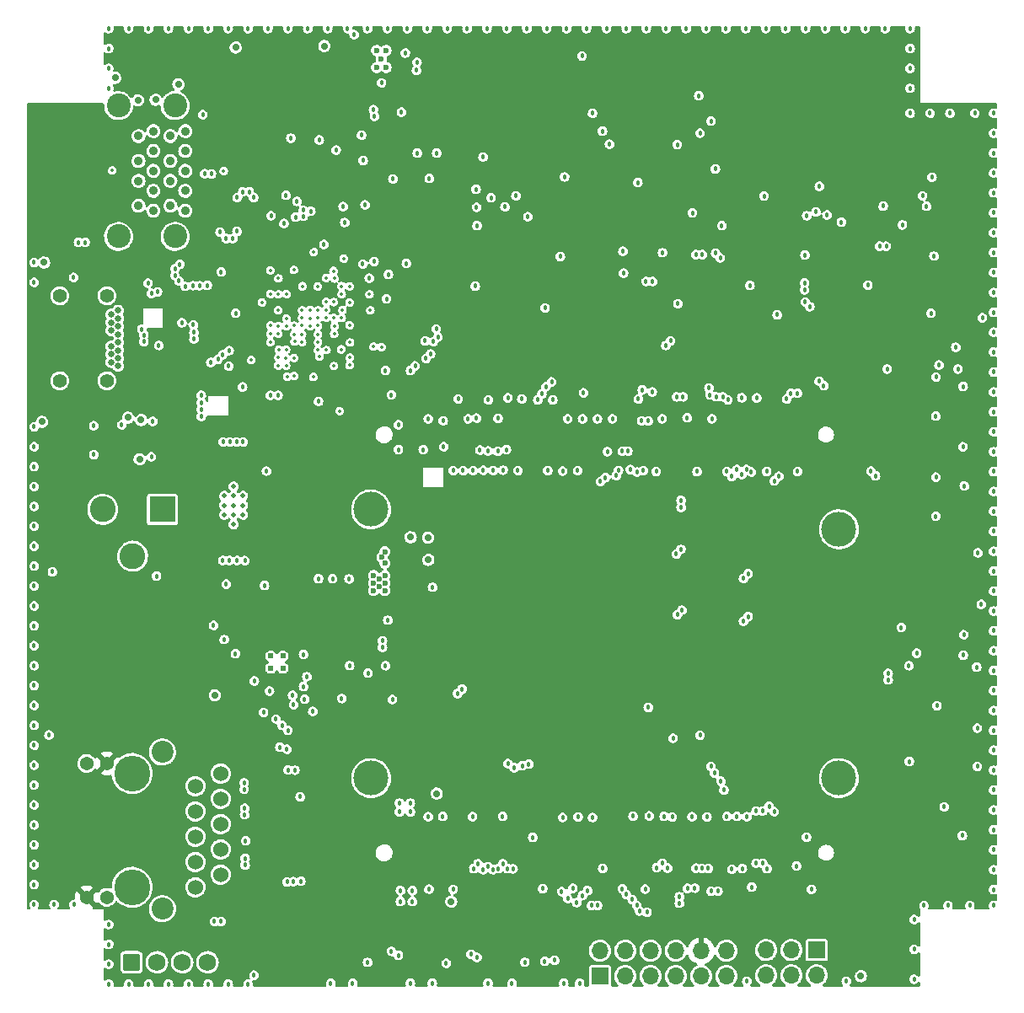
<source format=gbr>
%TF.GenerationSoftware,KiCad,Pcbnew,5.99.0-unknown-42c6af4bd8~125~ubuntu20.04.1*%
%TF.CreationDate,2021-03-29T15:44:49+08:00*%
%TF.ProjectId,ovc5,6f766335-2e6b-4696-9361-645f70636258,rev?*%
%TF.SameCoordinates,Original*%
%TF.FileFunction,Copper,L3,Inr*%
%TF.FilePolarity,Positive*%
%FSLAX46Y46*%
G04 Gerber Fmt 4.6, Leading zero omitted, Abs format (unit mm)*
G04 Created by KiCad (PCBNEW 5.99.0-unknown-42c6af4bd8~125~ubuntu20.04.1) date 2021-03-29 15:44:49*
%MOMM*%
%LPD*%
G01*
G04 APERTURE LIST*
G04 Aperture macros list*
%AMRoundRect*
0 Rectangle with rounded corners*
0 $1 Rounding radius*
0 $2 $3 $4 $5 $6 $7 $8 $9 X,Y pos of 4 corners*
0 Add a 4 corners polygon primitive as box body*
4,1,4,$2,$3,$4,$5,$6,$7,$8,$9,$2,$3,0*
0 Add four circle primitives for the rounded corners*
1,1,$1+$1,$2,$3*
1,1,$1+$1,$4,$5*
1,1,$1+$1,$6,$7*
1,1,$1+$1,$8,$9*
0 Add four rect primitives between the rounded corners*
20,1,$1+$1,$2,$3,$4,$5,0*
20,1,$1+$1,$4,$5,$6,$7,0*
20,1,$1+$1,$6,$7,$8,$9,0*
20,1,$1+$1,$8,$9,$2,$3,0*%
G04 Aperture macros list end*
%TA.AperFunction,ComponentPad*%
%ADD10R,1.700000X1.700000*%
%TD*%
%TA.AperFunction,ComponentPad*%
%ADD11O,1.700000X1.700000*%
%TD*%
%TA.AperFunction,ComponentPad*%
%ADD12C,0.500000*%
%TD*%
%TA.AperFunction,ComponentPad*%
%ADD13C,1.524000*%
%TD*%
%TA.AperFunction,ComponentPad*%
%ADD14C,1.371600*%
%TD*%
%TA.AperFunction,ComponentPad*%
%ADD15C,3.600000*%
%TD*%
%TA.AperFunction,ComponentPad*%
%ADD16C,2.200000*%
%TD*%
%TA.AperFunction,ComponentPad*%
%ADD17R,2.600000X2.600000*%
%TD*%
%TA.AperFunction,ComponentPad*%
%ADD18C,2.600000*%
%TD*%
%TA.AperFunction,ComponentPad*%
%ADD19RoundRect,0.250000X-0.620000X-0.620000X0.620000X-0.620000X0.620000X0.620000X-0.620000X0.620000X0*%
%TD*%
%TA.AperFunction,ComponentPad*%
%ADD20C,1.740000*%
%TD*%
%TA.AperFunction,ComponentPad*%
%ADD21C,0.600000*%
%TD*%
%TA.AperFunction,ComponentPad*%
%ADD22C,0.612500*%
%TD*%
%TA.AperFunction,ComponentPad*%
%ADD23C,0.650000*%
%TD*%
%TA.AperFunction,ComponentPad*%
%ADD24C,1.400000*%
%TD*%
%TA.AperFunction,ComponentPad*%
%ADD25C,3.500000*%
%TD*%
%TA.AperFunction,ComponentPad*%
%ADD26C,0.900000*%
%TD*%
%TA.AperFunction,ComponentPad*%
%ADD27C,2.400000*%
%TD*%
%TA.AperFunction,ViaPad*%
%ADD28C,0.457200*%
%TD*%
%TA.AperFunction,ViaPad*%
%ADD29C,0.355600*%
%TD*%
%TA.AperFunction,ViaPad*%
%ADD30C,0.711200*%
%TD*%
G04 APERTURE END LIST*
D10*
%TO.N,+5V*%
%TO.C,J6*%
X91850000Y-122690000D03*
D11*
%TO.N,GND*%
X91850000Y-120150000D03*
%TO.N,GPIO0*%
X94390000Y-122690000D03*
%TO.N,GPIO1*%
X94390000Y-120150000D03*
%TO.N,GPIO2*%
X96930000Y-122690000D03*
%TO.N,GPIO3*%
X96930000Y-120150000D03*
%TO.N,GPIO4*%
X99470000Y-122690000D03*
%TO.N,GPIO5*%
X99470000Y-120150000D03*
%TO.N,+1V8*%
X102010000Y-122690000D03*
%TO.N,+3V3*%
X102010000Y-120150000D03*
%TO.N,GND*%
X104550000Y-122690000D03*
X104550000Y-120150000D03*
%TD*%
D12*
%TO.N,GND*%
%TO.C,U7*%
X55050000Y-76350000D03*
X55050000Y-74450000D03*
X55050000Y-73500000D03*
X54100000Y-76350000D03*
X56000000Y-75400000D03*
X56000000Y-74450000D03*
X54100000Y-74450000D03*
X55050000Y-77300000D03*
X56000000Y-76350000D03*
X54100000Y-75400000D03*
X55050000Y-75400000D03*
%TD*%
D13*
%TO.N,GBE_MDI0_P*%
%TO.C,U11*%
X51200000Y-113765000D03*
%TO.N,GBE_MDI0_N*%
X53740000Y-112495000D03*
%TO.N,GBE_MDI1_P*%
X51200000Y-111225000D03*
%TO.N,GBE_MDI1_N*%
X53740000Y-109955000D03*
%TO.N,Net-(C78-Pad1)*%
X51200000Y-108685000D03*
X53740000Y-107415000D03*
%TO.N,GBE_MDI2_N*%
X51200000Y-106145000D03*
%TO.N,GBE_MDI2_P*%
X53740000Y-104875000D03*
%TO.N,GBE_MDI3_N*%
X51200000Y-103605000D03*
%TO.N,GBE_MDI3_P*%
X53740000Y-102335000D03*
D14*
%TO.N,Net-(R21-Pad1)*%
X42310000Y-114775000D03*
%TO.N,+3V3*%
X40280000Y-114775000D03*
X42310000Y-101325000D03*
%TO.N,Net-(R22-Pad1)*%
X40280000Y-101325000D03*
D15*
%TO.N,GND*%
X44850000Y-113765000D03*
X44850000Y-102335000D03*
D16*
X47900000Y-100175000D03*
X47900000Y-115925000D03*
%TD*%
D17*
%TO.N,/Power/VAUX*%
%TO.C,J2*%
X47900006Y-75800001D03*
D18*
%TO.N,GND*%
X41900006Y-75800001D03*
X44900006Y-80500001D03*
%TD*%
D19*
%TO.N,+5V*%
%TO.C,J9*%
X44800000Y-121300000D03*
D20*
%TO.N,/Interfaces/FAN_DATA*%
X47340000Y-121300000D03*
%TO.N,/Interfaces/FAN_CLK*%
X49880000Y-121300000D03*
%TO.N,GND*%
X52420000Y-121300000D03*
%TD*%
D21*
%TO.N,GND*%
%TO.C,U8*%
X70355000Y-29690000D03*
X69395000Y-29690000D03*
X69875000Y-30550000D03*
X69395000Y-31410000D03*
X70355000Y-31410000D03*
%TD*%
D22*
%TO.N,GND*%
%TO.C,U13*%
X60000000Y-90525000D03*
X58775000Y-90525000D03*
X58775000Y-91750000D03*
X60000000Y-91750000D03*
%TD*%
D23*
%TO.N,GND*%
%TO.C,J1*%
X43460000Y-60615000D03*
X43460000Y-61415000D03*
%TO.N,/USB/USB_DS_TX2_CONN_N*%
X42760000Y-61015000D03*
%TO.N,/USB/USB_DS_TX2_CONN_P*%
X42760000Y-60215000D03*
%TO.N,VBUS*%
X43460000Y-59815000D03*
%TO.N,/USB/USB_DS_CC2*%
X42760000Y-59415000D03*
%TO.N,/USB/USB_DS_D_P*%
X43460000Y-59015000D03*
%TO.N,/USB/USB_DS_D_N*%
X43460000Y-58215000D03*
%TO.N,unconnected-(J1-PadB8)*%
X42760000Y-57815000D03*
%TO.N,VBUS*%
X43460000Y-57415000D03*
%TO.N,/USB/USB_DS_RX1_N*%
X42760000Y-57015000D03*
%TO.N,/USB/USB_DS_RX1_P*%
X42760000Y-56215000D03*
%TO.N,GND*%
X43460000Y-55815000D03*
X43460000Y-56615000D03*
D24*
%TO.N,/USB/C_SHIELD*%
X42310000Y-62885000D03*
X42310000Y-54345000D03*
X37580000Y-62885000D03*
X37580000Y-54345000D03*
%TD*%
D25*
%TO.N,N/C*%
%TO.C,U1*%
X68859988Y-102799999D03*
X115859988Y-102799999D03*
X68859988Y-75799999D03*
X115859988Y-77799999D03*
%TD*%
D26*
%TO.N,/USB/VBUS_1*%
%TO.C,U5*%
X45489988Y-38299993D03*
%TO.N,/USB/USB_H1_D_N*%
X45489988Y-40799993D03*
%TO.N,/USB/USB_H1_D_P*%
X45489988Y-42799993D03*
%TO.N,GND*%
X45489988Y-45299993D03*
%TO.N,/USB/USB_H1_RX_N*%
X46989988Y-45799993D03*
%TO.N,/USB/USB_H1_RX_P*%
X46989988Y-43799993D03*
%TO.N,GND*%
X46989988Y-41799993D03*
%TO.N,/USB/USB_H1_TX_CONN_N*%
X46989988Y-39799993D03*
%TO.N,/USB/USB_H1_TX_CONN_P*%
X46989988Y-37799993D03*
%TO.N,/USB/VBUS_0*%
X48689988Y-38299993D03*
%TO.N,/USB/USB_H0_D_N*%
X48689988Y-40799993D03*
%TO.N,/USB/USB_H0_D_P*%
X48689988Y-42799993D03*
%TO.N,GND*%
X48689988Y-45299993D03*
%TO.N,/USB/USB_H0_RX_N*%
X50189988Y-45799993D03*
%TO.N,/USB/USB_H0_RX_P*%
X50189988Y-43799993D03*
%TO.N,GND*%
X50189988Y-41799993D03*
%TO.N,/USB/USB_H0_TX_CONN_N*%
X50189988Y-39799993D03*
%TO.N,/USB/USB_H0_TX_CONN_P*%
X50189988Y-37799993D03*
D27*
%TO.N,/USB/A_SHIELD*%
X43489988Y-48369993D03*
X49169988Y-35229993D03*
X49169988Y-48369993D03*
X43489988Y-35229993D03*
%TD*%
D21*
%TO.N,GND*%
%TO.C,U9*%
X70250000Y-83200000D03*
X69950000Y-80630000D03*
X69100000Y-83950000D03*
X70250000Y-80050000D03*
X70250000Y-82450000D03*
X70250000Y-81210000D03*
X69660000Y-83580000D03*
X69660000Y-82830000D03*
X69100000Y-83200000D03*
X69100000Y-82450000D03*
X70250000Y-83950000D03*
%TD*%
D10*
%TO.N,/Enclustra module/JTAG_TCK*%
%TO.C,J4*%
X113625000Y-120075000D03*
D11*
%TO.N,GND*%
X113625000Y-122615000D03*
%TO.N,/Enclustra module/JTAG_TDO*%
X111085000Y-120075000D03*
%TO.N,/Enclustra module/JTAG_TMS*%
X111085000Y-122615000D03*
%TO.N,/Enclustra module/JTAG_TDI*%
X108545000Y-120075000D03*
%TO.N,+1V8*%
X108545000Y-122615000D03*
%TD*%
D28*
%TO.N,GBE_MDI0_N*%
X53780200Y-117209198D03*
%TO.N,GBE_MDI0_P*%
X53119800Y-117209198D03*
%TO.N,CAM1_DAT0-*%
X102130200Y-50200000D03*
%TO.N,CAM1_DAT0+*%
X101469800Y-50200000D03*
%TO.N,CAM4_DAT0+*%
X113866513Y-62916513D03*
%TO.N,CAM4_DAT0-*%
X114333487Y-63383487D03*
D29*
%TO.N,/USB/CHIPEN*%
X63651448Y-60448552D03*
D28*
%TO.N,/USB/USB_I2C_SCL*%
X72400000Y-51100000D03*
D29*
X60295950Y-60601550D03*
D28*
X68675000Y-52575000D03*
D29*
X65895950Y-54176550D03*
%TO.N,/USB/USB_I2C_SDA*%
X65900000Y-53375000D03*
D28*
X69150000Y-50900000D03*
X68025000Y-51150000D03*
D29*
X65095950Y-56551550D03*
D28*
%TO.N,FPGA_FAN_DATA*%
X78000000Y-93850000D03*
X84700000Y-101400000D03*
%TO.N,CAM5_ENABLE*%
X90200000Y-64100000D03*
X84600000Y-46400000D03*
%TO.N,CAM5_TRIGGER*%
X82300000Y-45400000D03*
X86400000Y-63500000D03*
%TO.N,CAM5_SDA*%
X80900000Y-44500000D03*
X86000000Y-64200000D03*
%TO.N,CAM5_SCL*%
X87000000Y-63000000D03*
X83400000Y-44300000D03*
%TO.N,CAM4_ENABLE*%
X112610000Y-46290000D03*
X94091197Y-69950000D03*
%TO.N,CAM4_TRIGGER*%
X113540000Y-45920000D03*
X94650000Y-69950000D03*
%TO.N,CAM4_SCL*%
X114660000Y-46230000D03*
X95550000Y-72050000D03*
%TO.N,CAM4_SDA*%
X108330000Y-44320000D03*
X96200000Y-71900000D03*
%TO.N,CAM4_CLK+*%
X96029800Y-66910402D03*
X103933487Y-50533487D03*
%TO.N,FPGA_FAN_CLK*%
X77550000Y-94300000D03*
X84050000Y-101550000D03*
%TO.N,CAM4_CLK-*%
X96690200Y-66910402D03*
X103466513Y-50066513D03*
%TO.N,CAM4_DAT0+*%
X112400000Y-53750000D03*
%TO.N,CAM4_DAT0-*%
X112400000Y-53050000D03*
%TO.N,Net-(C88-Pad2)*%
X80620000Y-69940000D03*
%TO.N,Net-(C89-Pad2)*%
X81600000Y-69960000D03*
%TO.N,/USB/USB_DS_TX2_CONN_N*%
X51800000Y-65084800D03*
%TO.N,/USB/USB_DS_TX2_CONN_P*%
X51800000Y-65745200D03*
%TO.N,SDIO_CLK*%
X62400000Y-92600000D03*
X94100000Y-113925000D03*
%TO.N,SDIO_D1*%
X95550000Y-115600000D03*
X62075000Y-93600000D03*
%TO.N,SDIO_D0*%
X62175000Y-94875000D03*
X95100000Y-115000000D03*
%TO.N,SDIO_CMD*%
X63000000Y-96100000D03*
X94500000Y-114500000D03*
%TO.N,SDIO_D3*%
X59300000Y-96875000D03*
X96575000Y-116275000D03*
%TO.N,SDIO_D2*%
X95825000Y-116150000D03*
X58050000Y-96200000D03*
D29*
%TO.N,Net-(C33-Pad1)*%
X63500000Y-53400000D03*
%TO.N,Net-(C35-Pad1)*%
X61095950Y-51751550D03*
D28*
%TO.N,GBE_LED_ACT*%
X108625000Y-111900000D03*
X108850000Y-105625000D03*
%TO.N,CAM0_DAT0-*%
X119066513Y-71966513D03*
X109833487Y-72466513D03*
%TO.N,GBE_LED_LINK*%
X111600000Y-111625000D03*
X109350000Y-106175000D03*
%TO.N,CAM0_DAT0+*%
X119533487Y-72433487D03*
X109366513Y-72933487D03*
%TO.N,GBE_MDI3_N*%
X107529800Y-111350000D03*
X107529800Y-106100000D03*
X56100000Y-103930200D03*
%TO.N,GBE_MDI3_P*%
X108190200Y-106100000D03*
X108190200Y-111350000D03*
X56100000Y-103269800D03*
%TO.N,GBE_MDI2_N*%
X56150000Y-106480200D03*
%TO.N,CAM0_ENABLE*%
X125600000Y-62500000D03*
X93700000Y-71900000D03*
%TO.N,CAM0_TRIGGER*%
X91900000Y-73000000D03*
X127800000Y-61700000D03*
%TO.N,CAM0_SCL*%
X93492466Y-72418835D03*
X125900000Y-61300000D03*
%TO.N,CAM0_SDA*%
X92400000Y-72600000D03*
X127600000Y-59500000D03*
%TO.N,CAM1_DAT2-*%
X97130200Y-52900000D03*
X98933487Y-58866513D03*
%TO.N,CAM1_DAT2+*%
X96469800Y-52900000D03*
X98466513Y-59333487D03*
%TO.N,CAM1_DAT0-*%
X100190200Y-64489598D03*
%TO.N,CAM1_DAT0+*%
X99529800Y-64489598D03*
%TO.N,GBE_MDI2_P*%
X56150000Y-105819800D03*
%TO.N,GBE_MDI1_N*%
X56200000Y-110869800D03*
%TO.N,GBE_MDI1_P*%
X56200000Y-111530200D03*
%TO.N,/USB/USB_H0_TX_N*%
X55963250Y-43900000D03*
%TO.N,/USB/USB_H1_TX_N*%
X49150000Y-51619800D03*
%TO.N,/USB/USB_H0_TX_P*%
X56623650Y-43900000D03*
%TO.N,CAM1_ENABLE*%
X92800000Y-39100000D03*
X97100000Y-64000000D03*
%TO.N,CAM1_TRIGGER*%
X101900000Y-38000000D03*
X102800000Y-63600000D03*
%TO.N,CAM1_SCL*%
X92100000Y-37800000D03*
X96100000Y-63800000D03*
%TO.N,CAM1_SDA*%
X103000000Y-36800000D03*
X102900000Y-64300000D03*
%TO.N,/USB/USB_H1_TX_P*%
X49150000Y-52280200D03*
%TO.N,/USB/USB_H0_RX_N*%
X54294800Y-48593055D03*
%TO.N,USER_DIP*%
X61730000Y-104670000D03*
X61790000Y-113150000D03*
%TO.N,/Enclustra module/JTAG_TCK*%
X102100000Y-111875000D03*
%TO.N,/Enclustra module/JTAG_TDO*%
X101500000Y-111850000D03*
%TO.N,/Enclustra module/JTAG_TMS*%
X101375000Y-113850000D03*
%TO.N,/Enclustra module/JTAG_TDI*%
X100650000Y-113875000D03*
%TO.N,CAM2_SDA*%
X124650000Y-45350000D03*
X106550000Y-71800000D03*
%TO.N,CAM2_SCL*%
X124250000Y-44300000D03*
X106100000Y-72300000D03*
%TO.N,CAM2_TRIGGER*%
X105100000Y-72500000D03*
X120310000Y-45330000D03*
%TO.N,CAM2_ENABLE*%
X122230000Y-47220000D03*
X104600000Y-72000000D03*
%TO.N,CAM2_CLK+*%
X103529800Y-64489598D03*
X120614890Y-49367700D03*
%TO.N,CAM2_CLK-*%
X119954490Y-49367700D03*
X104190200Y-64489598D03*
%TO.N,CAM2_DAT1+*%
X111029800Y-64130874D03*
X112466513Y-54966513D03*
%TO.N,CAM2_DAT1-*%
X112933487Y-55433487D03*
X111690200Y-64130874D03*
%TO.N,QWIIC0_SCL*%
X71600000Y-120600000D03*
X79600000Y-111400000D03*
%TO.N,QWIIC0_SDA*%
X79147951Y-111890410D03*
X70900000Y-120200000D03*
%TO.N,QWIIC1_SCL*%
X79500000Y-120800000D03*
X81100000Y-112000000D03*
%TO.N,QWIIC1_SDA*%
X80600000Y-111700000D03*
X78900000Y-120500000D03*
%TO.N,/Interfaces/FAN_DATA*%
X59900000Y-97500000D03*
X59700000Y-99700000D03*
%TO.N,QWIIC2_SCL*%
X87300000Y-121100000D03*
X82561301Y-111899256D03*
%TO.N,QWIIC2_SDA*%
X86300000Y-121200000D03*
X82100000Y-111400000D03*
%TO.N,CAM3_SDA*%
X104000000Y-103100000D03*
X128400000Y-88400000D03*
%TO.N,CAM3_SCL*%
X123670000Y-90260000D03*
X103350000Y-102300000D03*
%TO.N,SDIO_CDn*%
X96800000Y-106600000D03*
X96700000Y-95700000D03*
%TO.N,CAM3_TRIGGER*%
X128350000Y-90450000D03*
X104300000Y-104000000D03*
%TO.N,CAM3_ENABLE*%
X122880000Y-91500000D03*
X103000000Y-101625000D03*
%TO.N,/Interfaces/FAN_CLK*%
X60500000Y-98000000D03*
X60400000Y-99900000D03*
%TO.N,GPIO5*%
X91600000Y-115600000D03*
%TO.N,CAM3_CLK+*%
X120800000Y-92930200D03*
X99616513Y-86383487D03*
%TO.N,CAM3_CLK-*%
X100083487Y-85916513D03*
X120800000Y-92269800D03*
%TO.N,CAM3_DAT1+*%
X106733487Y-82266513D03*
X100000000Y-75600000D03*
%TO.N,CAM3_DAT1-*%
X106266513Y-82733487D03*
X100000000Y-74900000D03*
%TO.N,CAM3_DAT0+*%
X99516513Y-80283487D03*
X106266513Y-87033487D03*
%TO.N,CAM3_DAT0-*%
X106733487Y-86566513D03*
X99983487Y-79816513D03*
%TO.N,GPIO4*%
X91000000Y-115600000D03*
%TO.N,/USB/nOVC0*%
X61280000Y-46440000D03*
D29*
X61148450Y-58201550D03*
%TO.N,/USB/VDD10*%
X59545950Y-57376550D03*
X59520950Y-55801550D03*
X65170950Y-57401550D03*
X65120950Y-54976550D03*
%TO.N,/USB/nOVC1*%
X60320950Y-59751550D03*
D28*
X71900000Y-35900000D03*
D29*
%TO.N,Net-(R10-Pad1)*%
X64370950Y-59801550D03*
%TO.N,/USB/USB_US1_CC1*%
X68700000Y-54200000D03*
X63520950Y-58201550D03*
D28*
%TO.N,FPGA_USB0_D+*%
X73283487Y-61386513D03*
X103029800Y-114161185D03*
D29*
%TO.N,/USB/USBEN1*%
X61920950Y-59001550D03*
D28*
X69100000Y-35650000D03*
%TO.N,/USB/USBEN0*%
X72300000Y-29956400D03*
D29*
X61148450Y-57351550D03*
D28*
X62040000Y-46360000D03*
X69200000Y-36300000D03*
D29*
%TO.N,/USB/VBUS_MON_P0*%
X59550000Y-54200000D03*
D28*
%TO.N,FPGA_USB0_D-*%
X103690200Y-114161185D03*
X72816513Y-61853487D03*
%TO.N,FPGA_USB1_D+*%
X74833487Y-60176513D03*
X99825901Y-114704349D03*
%TO.N,FPGA_USB1_D-*%
X74366513Y-60643487D03*
X99825901Y-115364749D03*
D29*
%TO.N,/USB/V1P0_MEM_A*%
X60320950Y-61351550D03*
%TO.N,/USB/1V0_PHY*%
X65975000Y-55775000D03*
X63520950Y-59001550D03*
X58723750Y-58998750D03*
X59575000Y-59750000D03*
X65900000Y-56575000D03*
X66739809Y-59041166D03*
X58725000Y-58175000D03*
X59550000Y-60550000D03*
X66700000Y-57300000D03*
X58725000Y-57325000D03*
X65875000Y-59725000D03*
X66725000Y-60550000D03*
X63050000Y-62500000D03*
D30*
%TO.N,VBUS*%
X44450000Y-66580000D03*
D28*
X49850000Y-57050000D03*
X46800000Y-54100000D03*
D29*
%TO.N,/USB/V1P0_MEM_B*%
X59520950Y-61351550D03*
D28*
%TO.N,FPGA_USB1_TX+*%
X75096513Y-58943487D03*
%TO.N,FPGA_USB1_TX-*%
X75563487Y-58476513D03*
%TO.N,/USB/USB_SPI_DO*%
X63650000Y-38700000D03*
D29*
X60345950Y-57401550D03*
%TO.N,/USB/USB_SPI_CS*%
X61120950Y-60582150D03*
X65070950Y-51851550D03*
D28*
X66040000Y-45370000D03*
X65350000Y-39700000D03*
D29*
%TO.N,/USB/USB_SPI_CLK*%
X61920950Y-58201550D03*
X66707447Y-53382150D03*
D28*
X62050000Y-45750000D03*
D29*
%TO.N,/USB/USB_SPI_DI*%
X60370950Y-56626550D03*
D28*
X60300000Y-44250000D03*
D29*
X66695950Y-55001550D03*
D28*
X61400000Y-44850000D03*
%TO.N,/USB/USB_H0_RX_P*%
X54955200Y-48593055D03*
%TO.N,/USB/USB_H1_RX_P*%
X50969800Y-53325000D03*
%TO.N,/USB/USB_H1_RX_N*%
X51630200Y-53325000D03*
%TO.N,/USB/USB_DS_CC1*%
X45825000Y-57700000D03*
X47400000Y-53950000D03*
X51000000Y-57250000D03*
D29*
X58745950Y-54151550D03*
%TO.N,+3V3*%
X60680000Y-50490000D03*
D28*
X77600000Y-115600000D03*
D29*
X58725000Y-52550000D03*
X59520950Y-59001550D03*
D28*
X84770000Y-36340000D03*
X103100000Y-72000000D03*
X79470000Y-44640000D03*
X70750000Y-33900000D03*
X91150000Y-69900000D03*
D29*
X61920950Y-60576550D03*
D28*
X85300000Y-121400000D03*
X100000000Y-72000000D03*
X93750000Y-29450000D03*
X68862631Y-63462631D03*
X110100000Y-71906400D03*
X94100000Y-34170000D03*
X74800000Y-101700000D03*
X77625000Y-106725000D03*
X78600000Y-112000000D03*
D29*
X65122200Y-59752800D03*
X66745950Y-59726550D03*
X66670950Y-52601550D03*
D28*
X111020000Y-41460000D03*
X124260000Y-86720000D03*
X122880000Y-41470000D03*
X125500000Y-57650000D03*
D30*
X74605000Y-82400000D03*
D29*
X58725000Y-60575000D03*
D28*
X80600000Y-106700000D03*
D29*
X62750000Y-54940000D03*
D28*
X83600000Y-108650000D03*
D29*
X66700000Y-55800000D03*
D28*
X67700000Y-49300000D03*
D29*
X63507632Y-52647668D03*
D28*
X58900000Y-38750000D03*
X69500000Y-121300000D03*
X53150000Y-88875000D03*
X92600000Y-106700000D03*
D29*
X65090000Y-65910000D03*
D28*
X85100000Y-71900000D03*
X70950000Y-65200000D03*
X58625000Y-88125000D03*
D29*
X65150000Y-55800000D03*
D28*
X56075000Y-90350000D03*
X86330000Y-41570000D03*
X65470000Y-45100000D03*
D29*
X58695950Y-55801550D03*
D28*
X77400000Y-121300000D03*
X70490000Y-49190000D03*
D29*
X64350000Y-57350000D03*
D28*
X84200000Y-115600000D03*
X109100000Y-64600000D03*
X67330000Y-84670000D03*
D29*
X61920950Y-59712150D03*
X66750000Y-58150000D03*
%TO.N,Net-(R44-Pad1)*%
X60345950Y-54176550D03*
%TO.N,/USB/RESET_HUB*%
X63520950Y-59801550D03*
D28*
%TO.N,/USB/USB_DS_D_P*%
X51057856Y-58021350D03*
X46030402Y-58284800D03*
%TO.N,/USB/USB_DS_D_N*%
X51057856Y-58681750D03*
X46030402Y-58945200D03*
%TO.N,/USB/USB_H1_D_N*%
X39469800Y-48975000D03*
%TO.N,/USB/USB_H1_D_P*%
X40130200Y-48975000D03*
%TO.N,/USB/USB_H0_D_N*%
X52825000Y-42100000D03*
%TO.N,/USB/USB_H0_D_P*%
X52150000Y-42075000D03*
%TO.N,/USB/USB_DS_CC2*%
X46450000Y-53075000D03*
X58800000Y-46300000D03*
X38975000Y-52500000D03*
D29*
%TO.N,/USB/XRES_DMC*%
X65170950Y-52601550D03*
%TO.N,/USB/XRES_PD*%
X61170950Y-58951550D03*
D28*
%TO.N,/USB/USB_DS_RX1_N*%
X53933487Y-60266513D03*
%TO.N,/USB/USB_DS_RX1_P*%
X53466513Y-60733487D03*
%TO.N,+1V8*%
X88300000Y-42400000D03*
X107050000Y-72050000D03*
X103440000Y-41600000D03*
X113890000Y-43350000D03*
X130150000Y-85350000D03*
X122125000Y-87675000D03*
X120700000Y-61700000D03*
X106100000Y-64580000D03*
X125200000Y-42430000D03*
X103100000Y-66700000D03*
X90100000Y-66700000D03*
X93100000Y-66700000D03*
X70300000Y-91500000D03*
X91100000Y-36000000D03*
X87100000Y-64800000D03*
X98100000Y-66700000D03*
X89650000Y-106700000D03*
X60975000Y-94475000D03*
X90600000Y-114100000D03*
X88100000Y-71950000D03*
X54300000Y-83300000D03*
X68050000Y-40750000D03*
X84000000Y-64700000D03*
X130270000Y-56560000D03*
X94900000Y-71800000D03*
X81647951Y-111890410D03*
X101770000Y-34240000D03*
X80100000Y-40400000D03*
%TO.N,DEBUG_UART_RX*%
X97550000Y-111800000D03*
X73500000Y-40000000D03*
%TO.N,DEBUG_UART_TX*%
X98100000Y-111350000D03*
X74700000Y-42550000D03*
%TO.N,GND*%
X122930000Y-101130000D03*
X125700000Y-95530000D03*
X50500000Y-123500000D03*
X54000000Y-69025000D03*
X54550000Y-61400000D03*
X35000000Y-97500000D03*
X102500000Y-27500000D03*
D29*
X65710000Y-65910000D03*
D28*
X54625000Y-80925000D03*
X42500000Y-123500000D03*
X114500000Y-27500000D03*
X88200000Y-123400000D03*
X89800000Y-123400000D03*
X35000000Y-103500000D03*
X98300000Y-106650000D03*
X62800000Y-45860000D03*
X126800000Y-115600000D03*
X118500000Y-27500000D03*
D30*
X55250000Y-29400000D03*
D28*
X51810000Y-66470000D03*
X71600000Y-67300000D03*
X125100000Y-56100000D03*
X74100000Y-69800000D03*
X60800000Y-38500000D03*
D29*
X63520939Y-57351550D03*
D28*
X58500000Y-27500000D03*
X131400000Y-46000000D03*
X55400000Y-44470000D03*
X124400000Y-115600000D03*
X84300000Y-121300000D03*
X35000000Y-89500000D03*
D30*
X74580000Y-78650000D03*
D28*
X53800000Y-51950000D03*
X131400000Y-82000000D03*
X78100000Y-71900000D03*
X106600000Y-123200000D03*
X52400000Y-53300000D03*
X66210000Y-46970000D03*
X99670000Y-55130000D03*
X57100000Y-122600000D03*
X127000000Y-36000000D03*
X131400000Y-110000000D03*
X118760000Y-53270000D03*
X110500000Y-27500000D03*
X109650000Y-56250000D03*
X35000000Y-51000000D03*
X85600000Y-64800000D03*
X36500000Y-98475000D03*
X106150000Y-111900000D03*
X111700000Y-72000000D03*
X131400000Y-90000000D03*
X95700000Y-64700000D03*
X56250000Y-109100000D03*
X55380000Y-47860000D03*
X79500000Y-47300000D03*
X64110000Y-49180000D03*
X79780000Y-69840000D03*
X35000000Y-69500000D03*
X35000000Y-113500000D03*
X131400000Y-114000000D03*
X131400000Y-106000000D03*
X42500000Y-27500000D03*
X35000000Y-105500000D03*
X70300000Y-61850000D03*
X77600000Y-64700000D03*
X35000000Y-115500000D03*
X108600000Y-72000000D03*
D30*
X72830000Y-78600000D03*
D28*
X42500000Y-119500000D03*
X88500000Y-27500000D03*
X82500000Y-27500000D03*
X108500000Y-27500000D03*
X128450000Y-73460000D03*
X131400000Y-64000000D03*
X123400000Y-117000000D03*
X35000000Y-93500000D03*
X46500000Y-27500000D03*
X86600000Y-71900000D03*
X56175000Y-80950000D03*
X131400000Y-68000000D03*
X83600000Y-71900000D03*
X112440000Y-50250000D03*
X131400000Y-108000000D03*
X46780000Y-70510000D03*
X79050000Y-106675000D03*
X96400000Y-113950000D03*
X55350000Y-69025000D03*
D29*
X64320950Y-52551550D03*
D28*
X131400000Y-70000000D03*
X112600000Y-108730000D03*
X131400000Y-92000000D03*
X94160000Y-49870000D03*
X52750000Y-61030000D03*
X67150000Y-28100000D03*
X116600000Y-123200000D03*
X81610000Y-66650000D03*
X90050000Y-30250000D03*
X68500000Y-27500000D03*
X92600000Y-70000000D03*
X131400000Y-50000000D03*
X74675000Y-113950000D03*
X104500000Y-27500000D03*
D29*
X59520950Y-58151550D03*
D28*
X55400000Y-80925000D03*
X79400000Y-43640000D03*
X35000000Y-99500000D03*
D29*
X63520950Y-56551550D03*
D28*
X82600000Y-64600000D03*
X123000000Y-27500000D03*
X102725000Y-111875000D03*
X125590000Y-76490000D03*
X99610000Y-39150000D03*
X123000000Y-29500000D03*
X85100000Y-108750000D03*
X71000000Y-94900000D03*
X46930000Y-66950000D03*
X58750000Y-64338450D03*
X131400000Y-80000000D03*
X95175000Y-106625000D03*
X35000000Y-53000000D03*
X80600000Y-123400000D03*
X123400000Y-120000000D03*
X65900000Y-94800000D03*
X35000000Y-111500000D03*
X49550000Y-52850000D03*
X86100000Y-113900000D03*
X94500000Y-27500000D03*
X48500000Y-123500000D03*
X68250000Y-45200000D03*
X129700000Y-91650000D03*
X71050000Y-42600000D03*
X66640000Y-82780000D03*
X37000000Y-115500000D03*
X112500000Y-27500000D03*
X131400000Y-98000000D03*
X106500000Y-27500000D03*
X106600000Y-106675000D03*
X131400000Y-56000000D03*
D29*
X69095950Y-59451550D03*
D28*
X78600000Y-66700000D03*
X54500000Y-123500000D03*
X123000000Y-31500000D03*
X54600000Y-59850000D03*
X83120000Y-111910000D03*
X57060000Y-44480000D03*
X106920000Y-53310000D03*
X35000000Y-79500000D03*
X35000000Y-77500000D03*
X131400000Y-62000000D03*
X75400000Y-57670000D03*
X131400000Y-100000000D03*
X75000000Y-123400000D03*
X98130000Y-50010000D03*
X125400000Y-50350000D03*
X110600000Y-64700000D03*
X63580000Y-82775000D03*
X46500000Y-123500000D03*
D29*
X65120950Y-61401550D03*
D28*
X92125000Y-111875000D03*
X105600000Y-106650000D03*
X129750000Y-97775000D03*
X56500000Y-123500000D03*
X113100000Y-113975000D03*
X128320000Y-69520000D03*
X101600000Y-72000000D03*
X76400000Y-121400000D03*
X82120000Y-71860000D03*
X91100000Y-106750000D03*
X92500000Y-27500000D03*
X70530000Y-86925000D03*
D29*
X56818450Y-60801550D03*
D28*
X79450000Y-45450000D03*
X53690000Y-47950000D03*
X76050000Y-106650000D03*
X131400000Y-58000000D03*
D30*
X74605000Y-80875000D03*
D28*
X123000000Y-33500000D03*
X98500000Y-27500000D03*
D30*
X76900000Y-115200000D03*
D29*
X65150000Y-58181550D03*
D28*
X39000000Y-115500000D03*
X131400000Y-44000000D03*
D29*
X63520950Y-55801550D03*
D28*
X75030000Y-83625000D03*
D30*
X35800000Y-67000000D03*
D28*
X131400000Y-104000000D03*
X131400000Y-86000000D03*
X131400000Y-84000000D03*
X131400000Y-60000000D03*
X100600000Y-66600000D03*
X79100000Y-71900000D03*
X131400000Y-38000000D03*
X123000000Y-36000000D03*
X44500000Y-123500000D03*
X131400000Y-54000000D03*
X104697740Y-64799587D03*
X62500000Y-27500000D03*
D29*
X54050000Y-41800000D03*
D28*
X100500000Y-27500000D03*
X131400000Y-115600000D03*
X88600000Y-66700000D03*
D30*
X75450000Y-104350000D03*
D28*
X47300000Y-82500000D03*
X44500000Y-27500000D03*
X87860000Y-50400000D03*
D29*
X42850000Y-41750000D03*
X66120950Y-50601550D03*
D28*
X42500000Y-121500000D03*
X125600000Y-72560000D03*
X128250000Y-108575000D03*
X55250000Y-56100000D03*
X42500000Y-117500000D03*
X55950000Y-63500000D03*
X50500000Y-27500000D03*
D29*
X62720950Y-57401550D03*
D28*
X131400000Y-78000000D03*
X54675000Y-69025000D03*
D29*
X61920950Y-56551550D03*
D28*
X35000000Y-67500000D03*
X89600000Y-71900000D03*
X95650000Y-42970000D03*
X77100000Y-71900000D03*
D30*
X36000000Y-51000000D03*
D28*
X116100000Y-46950000D03*
D29*
X62720950Y-56601550D03*
D28*
X131400000Y-36000000D03*
X72500000Y-27500000D03*
X76100000Y-66900000D03*
X61075000Y-95425000D03*
X62075000Y-90375000D03*
X131400000Y-74000000D03*
X129810000Y-80160000D03*
D29*
X61920950Y-57351550D03*
D28*
X53950000Y-80925000D03*
X78500000Y-27500000D03*
X60110000Y-47080000D03*
X81120000Y-71900000D03*
X36850000Y-82075000D03*
X35000000Y-95500000D03*
X131400000Y-48000000D03*
X70900000Y-64300000D03*
X86330000Y-55560000D03*
X105100000Y-111950000D03*
X51950000Y-36150000D03*
D30*
X64150000Y-29250000D03*
D28*
X71600000Y-69800000D03*
X67000000Y-123400000D03*
X94220000Y-52060000D03*
X42500000Y-31500000D03*
X131400000Y-88000000D03*
X131400000Y-94000000D03*
X64800000Y-123400000D03*
X131400000Y-102000000D03*
X101130000Y-46020000D03*
X73415000Y-31690000D03*
X129750000Y-101625000D03*
X68550000Y-92250000D03*
X74280000Y-58870000D03*
X98650000Y-111850000D03*
X35000000Y-75500000D03*
X80100000Y-112000000D03*
X68500000Y-121300000D03*
D29*
X66690735Y-61314597D03*
D28*
X105600000Y-71800000D03*
X77100000Y-113975000D03*
X35000000Y-109500000D03*
X58650000Y-94050000D03*
X35000000Y-101500000D03*
D29*
X64320950Y-56551550D03*
D28*
X90500000Y-27500000D03*
X131400000Y-40000000D03*
D29*
X57895950Y-55001550D03*
D28*
X59504050Y-64338450D03*
X131400000Y-72000000D03*
X120500000Y-27500000D03*
D29*
X69900000Y-59500000D03*
D28*
X74600000Y-106675000D03*
X35000000Y-71500000D03*
X84500000Y-27500000D03*
X74600000Y-66700000D03*
X89125000Y-113875000D03*
X101100000Y-106675000D03*
X35000000Y-87500000D03*
X35000000Y-85500000D03*
X80500000Y-27500000D03*
X126425000Y-105675000D03*
X79320000Y-53370000D03*
X129500000Y-36000000D03*
X88100000Y-106750000D03*
X82075000Y-106650000D03*
X76500000Y-27500000D03*
X80630000Y-64790000D03*
X82440000Y-69800000D03*
D29*
X64320950Y-55751550D03*
D28*
X131400000Y-66000000D03*
X35000000Y-107500000D03*
X70400000Y-54650000D03*
X35000000Y-81500000D03*
X125580000Y-66430000D03*
X43800000Y-67300000D03*
X52500000Y-123500000D03*
X131400000Y-112000000D03*
X67900000Y-38200000D03*
X69900000Y-32950000D03*
X104600000Y-106650000D03*
D29*
X62720950Y-55751550D03*
D28*
X35000000Y-91500000D03*
X96500000Y-27500000D03*
X41000000Y-67400000D03*
X76150000Y-69500000D03*
X131400000Y-52000000D03*
X131400000Y-96000000D03*
D29*
X58750000Y-51775000D03*
D28*
X63576550Y-64950000D03*
D29*
X61920950Y-55801550D03*
D28*
X53025000Y-87450000D03*
X91600000Y-66700000D03*
X52500000Y-27500000D03*
X116500000Y-27500000D03*
X70500000Y-27500000D03*
D30*
X118050000Y-122700000D03*
D28*
X42500000Y-29500000D03*
X131400000Y-76000000D03*
X55225000Y-90300000D03*
X64980000Y-82775000D03*
X49650000Y-51180000D03*
X41000000Y-70300000D03*
X74500000Y-27500000D03*
X54500000Y-27500000D03*
X104090000Y-47300000D03*
X58345000Y-71950000D03*
X97500000Y-72000000D03*
X64500000Y-27500000D03*
X60500000Y-27500000D03*
X83000000Y-123400000D03*
X48500000Y-27500000D03*
X131400000Y-42000000D03*
D30*
X53175000Y-94475000D03*
D28*
X86500000Y-27500000D03*
D29*
X64320950Y-54951550D03*
D28*
X123400000Y-123000000D03*
X42500000Y-33500000D03*
X58150000Y-83450000D03*
X54100000Y-88875000D03*
D29*
X68775000Y-55800000D03*
D28*
X125000000Y-36000000D03*
D30*
X49500000Y-33100000D03*
D28*
X51790000Y-64350000D03*
D30*
X43150000Y-32450000D03*
D28*
X128330000Y-63450000D03*
X56000000Y-69025000D03*
X50200000Y-53400000D03*
X35000000Y-83500000D03*
X56500000Y-27500000D03*
D29*
X63100000Y-49968300D03*
D28*
X107600000Y-64600000D03*
X79450000Y-66640000D03*
X57125000Y-93050000D03*
X75450000Y-40000000D03*
X66500000Y-27500000D03*
X47525000Y-59325000D03*
X129000000Y-115600000D03*
X107100000Y-113750000D03*
X35000000Y-73500000D03*
X72800000Y-123400000D03*
X80120000Y-71870000D03*
D29*
%TO.N,+1V2*%
X60420950Y-62451550D03*
X61120950Y-62401550D03*
D30*
%TO.N,/USB/VBUS_0*%
X47200000Y-34650000D03*
D28*
%TO.N,+5V*%
X73000000Y-115200000D03*
X73000000Y-114100000D03*
X71700000Y-105300000D03*
X71700000Y-106200000D03*
X72800000Y-106200000D03*
D29*
X59550000Y-52600000D03*
D30*
X45600000Y-70750000D03*
D28*
X70600000Y-52200000D03*
X72800000Y-105300000D03*
D30*
X45750000Y-66825000D03*
D28*
X71800000Y-115200000D03*
X71800000Y-114100000D03*
X66700000Y-91500000D03*
D29*
X61945950Y-53376550D03*
D28*
X73465000Y-30890000D03*
D30*
%TO.N,/USB/VBUS_1*%
X45450000Y-34700000D03*
D28*
%TO.N,GPIO3*%
X90100000Y-114600000D03*
%TO.N,GPIO2*%
X89500000Y-115300000D03*
%TO.N,GPIO1*%
X88600000Y-114900000D03*
%TO.N,GPIO0*%
X88000000Y-114200000D03*
%TO.N,BOOT_MODE0*%
X60510000Y-101990000D03*
X102600000Y-106700000D03*
X101900000Y-98500000D03*
X60410000Y-113230000D03*
%TO.N,BOOT_MODE1*%
X99200000Y-98800000D03*
X61200000Y-102000000D03*
X61050000Y-113200000D03*
X99100000Y-106700000D03*
%TO.N,/Enclustra module/USER_LED0*%
X70000000Y-89650000D03*
X82600000Y-101350000D03*
%TO.N,/Enclustra module/USER_LED1*%
X70000000Y-89000000D03*
X83250000Y-101750000D03*
%TD*%
%TA.AperFunction,Conductor*%
%TO.N,+3V3*%
G36*
X43970295Y-27274002D02*
G01*
X44016788Y-27327658D01*
X44026674Y-27399385D01*
X44011936Y-27494037D01*
X44013100Y-27502939D01*
X44013100Y-27502942D01*
X44020908Y-27562648D01*
X44029880Y-27631260D01*
X44085617Y-27757931D01*
X44174666Y-27863867D01*
X44182137Y-27868840D01*
X44182138Y-27868841D01*
X44251052Y-27914714D01*
X44289868Y-27940552D01*
X44421962Y-27981821D01*
X44560330Y-27984357D01*
X44606048Y-27971893D01*
X44685186Y-27950318D01*
X44685189Y-27950317D01*
X44693848Y-27947956D01*
X44701498Y-27943259D01*
X44701500Y-27943258D01*
X44752816Y-27911750D01*
X44811783Y-27875544D01*
X44818412Y-27868221D01*
X44898631Y-27779595D01*
X44904653Y-27772942D01*
X44908565Y-27764869D01*
X44908567Y-27764865D01*
X44961080Y-27656478D01*
X44961081Y-27656476D01*
X44964994Y-27648399D01*
X44987954Y-27511925D01*
X44988100Y-27500000D01*
X44973473Y-27397862D01*
X44983616Y-27327594D01*
X45030138Y-27273964D01*
X45098200Y-27254000D01*
X45902174Y-27254000D01*
X45970295Y-27274002D01*
X46016788Y-27327658D01*
X46026674Y-27399385D01*
X46011936Y-27494037D01*
X46013100Y-27502939D01*
X46013100Y-27502942D01*
X46020908Y-27562648D01*
X46029880Y-27631260D01*
X46085617Y-27757931D01*
X46174666Y-27863867D01*
X46182137Y-27868840D01*
X46182138Y-27868841D01*
X46251052Y-27914714D01*
X46289868Y-27940552D01*
X46421962Y-27981821D01*
X46560330Y-27984357D01*
X46606048Y-27971893D01*
X46685186Y-27950318D01*
X46685189Y-27950317D01*
X46693848Y-27947956D01*
X46701498Y-27943259D01*
X46701500Y-27943258D01*
X46752816Y-27911750D01*
X46811783Y-27875544D01*
X46818412Y-27868221D01*
X46898631Y-27779595D01*
X46904653Y-27772942D01*
X46908565Y-27764869D01*
X46908567Y-27764865D01*
X46961080Y-27656478D01*
X46961081Y-27656476D01*
X46964994Y-27648399D01*
X46987954Y-27511925D01*
X46988100Y-27500000D01*
X46973473Y-27397862D01*
X46983616Y-27327594D01*
X47030138Y-27273964D01*
X47098200Y-27254000D01*
X47902174Y-27254000D01*
X47970295Y-27274002D01*
X48016788Y-27327658D01*
X48026674Y-27399385D01*
X48011936Y-27494037D01*
X48013100Y-27502939D01*
X48013100Y-27502942D01*
X48020908Y-27562648D01*
X48029880Y-27631260D01*
X48085617Y-27757931D01*
X48174666Y-27863867D01*
X48182137Y-27868840D01*
X48182138Y-27868841D01*
X48251052Y-27914714D01*
X48289868Y-27940552D01*
X48421962Y-27981821D01*
X48560330Y-27984357D01*
X48606048Y-27971893D01*
X48685186Y-27950318D01*
X48685189Y-27950317D01*
X48693848Y-27947956D01*
X48701498Y-27943259D01*
X48701500Y-27943258D01*
X48752816Y-27911750D01*
X48811783Y-27875544D01*
X48818412Y-27868221D01*
X48898631Y-27779595D01*
X48904653Y-27772942D01*
X48908565Y-27764869D01*
X48908567Y-27764865D01*
X48961080Y-27656478D01*
X48961081Y-27656476D01*
X48964994Y-27648399D01*
X48987954Y-27511925D01*
X48988100Y-27500000D01*
X48973473Y-27397862D01*
X48983616Y-27327594D01*
X49030138Y-27273964D01*
X49098200Y-27254000D01*
X49902174Y-27254000D01*
X49970295Y-27274002D01*
X50016788Y-27327658D01*
X50026674Y-27399385D01*
X50011936Y-27494037D01*
X50013100Y-27502939D01*
X50013100Y-27502942D01*
X50020908Y-27562648D01*
X50029880Y-27631260D01*
X50085617Y-27757931D01*
X50174666Y-27863867D01*
X50182137Y-27868840D01*
X50182138Y-27868841D01*
X50251052Y-27914714D01*
X50289868Y-27940552D01*
X50421962Y-27981821D01*
X50560330Y-27984357D01*
X50606048Y-27971893D01*
X50685186Y-27950318D01*
X50685189Y-27950317D01*
X50693848Y-27947956D01*
X50701498Y-27943259D01*
X50701500Y-27943258D01*
X50752816Y-27911750D01*
X50811783Y-27875544D01*
X50818412Y-27868221D01*
X50898631Y-27779595D01*
X50904653Y-27772942D01*
X50908565Y-27764869D01*
X50908567Y-27764865D01*
X50961080Y-27656478D01*
X50961081Y-27656476D01*
X50964994Y-27648399D01*
X50987954Y-27511925D01*
X50988100Y-27500000D01*
X50973473Y-27397862D01*
X50983616Y-27327594D01*
X51030138Y-27273964D01*
X51098200Y-27254000D01*
X51902174Y-27254000D01*
X51970295Y-27274002D01*
X52016788Y-27327658D01*
X52026674Y-27399385D01*
X52011936Y-27494037D01*
X52013100Y-27502939D01*
X52013100Y-27502942D01*
X52020908Y-27562648D01*
X52029880Y-27631260D01*
X52085617Y-27757931D01*
X52174666Y-27863867D01*
X52182137Y-27868840D01*
X52182138Y-27868841D01*
X52251052Y-27914714D01*
X52289868Y-27940552D01*
X52421962Y-27981821D01*
X52560330Y-27984357D01*
X52606048Y-27971893D01*
X52685186Y-27950318D01*
X52685189Y-27950317D01*
X52693848Y-27947956D01*
X52701498Y-27943259D01*
X52701500Y-27943258D01*
X52752816Y-27911750D01*
X52811783Y-27875544D01*
X52818412Y-27868221D01*
X52898631Y-27779595D01*
X52904653Y-27772942D01*
X52908565Y-27764869D01*
X52908567Y-27764865D01*
X52961080Y-27656478D01*
X52961081Y-27656476D01*
X52964994Y-27648399D01*
X52987954Y-27511925D01*
X52988100Y-27500000D01*
X52973473Y-27397862D01*
X52983616Y-27327594D01*
X53030138Y-27273964D01*
X53098200Y-27254000D01*
X53902174Y-27254000D01*
X53970295Y-27274002D01*
X54016788Y-27327658D01*
X54026674Y-27399385D01*
X54011936Y-27494037D01*
X54013100Y-27502939D01*
X54013100Y-27502942D01*
X54020908Y-27562648D01*
X54029880Y-27631260D01*
X54085617Y-27757931D01*
X54174666Y-27863867D01*
X54182137Y-27868840D01*
X54182138Y-27868841D01*
X54251052Y-27914714D01*
X54289868Y-27940552D01*
X54421962Y-27981821D01*
X54560330Y-27984357D01*
X54606048Y-27971893D01*
X54685186Y-27950318D01*
X54685189Y-27950317D01*
X54693848Y-27947956D01*
X54701498Y-27943259D01*
X54701500Y-27943258D01*
X54752816Y-27911750D01*
X54811783Y-27875544D01*
X54818412Y-27868221D01*
X54898631Y-27779595D01*
X54904653Y-27772942D01*
X54908565Y-27764869D01*
X54908567Y-27764865D01*
X54961080Y-27656478D01*
X54961081Y-27656476D01*
X54964994Y-27648399D01*
X54987954Y-27511925D01*
X54988100Y-27500000D01*
X54973473Y-27397862D01*
X54983616Y-27327594D01*
X55030138Y-27273964D01*
X55098200Y-27254000D01*
X55902174Y-27254000D01*
X55970295Y-27274002D01*
X56016788Y-27327658D01*
X56026674Y-27399385D01*
X56011936Y-27494037D01*
X56013100Y-27502939D01*
X56013100Y-27502942D01*
X56020908Y-27562648D01*
X56029880Y-27631260D01*
X56085617Y-27757931D01*
X56174666Y-27863867D01*
X56182137Y-27868840D01*
X56182138Y-27868841D01*
X56251052Y-27914714D01*
X56289868Y-27940552D01*
X56421962Y-27981821D01*
X56560330Y-27984357D01*
X56606048Y-27971893D01*
X56685186Y-27950318D01*
X56685189Y-27950317D01*
X56693848Y-27947956D01*
X56701498Y-27943259D01*
X56701500Y-27943258D01*
X56752816Y-27911750D01*
X56811783Y-27875544D01*
X56818412Y-27868221D01*
X56898631Y-27779595D01*
X56904653Y-27772942D01*
X56908565Y-27764869D01*
X56908567Y-27764865D01*
X56961080Y-27656478D01*
X56961081Y-27656476D01*
X56964994Y-27648399D01*
X56987954Y-27511925D01*
X56988100Y-27500000D01*
X56973473Y-27397862D01*
X56983616Y-27327594D01*
X57030138Y-27273964D01*
X57098200Y-27254000D01*
X57902174Y-27254000D01*
X57970295Y-27274002D01*
X58016788Y-27327658D01*
X58026674Y-27399385D01*
X58011936Y-27494037D01*
X58013100Y-27502939D01*
X58013100Y-27502942D01*
X58020908Y-27562648D01*
X58029880Y-27631260D01*
X58085617Y-27757931D01*
X58174666Y-27863867D01*
X58182137Y-27868840D01*
X58182138Y-27868841D01*
X58251052Y-27914714D01*
X58289868Y-27940552D01*
X58421962Y-27981821D01*
X58560330Y-27984357D01*
X58606048Y-27971893D01*
X58685186Y-27950318D01*
X58685189Y-27950317D01*
X58693848Y-27947956D01*
X58701498Y-27943259D01*
X58701500Y-27943258D01*
X58752816Y-27911750D01*
X58811783Y-27875544D01*
X58818412Y-27868221D01*
X58898631Y-27779595D01*
X58904653Y-27772942D01*
X58908565Y-27764869D01*
X58908567Y-27764865D01*
X58961080Y-27656478D01*
X58961081Y-27656476D01*
X58964994Y-27648399D01*
X58987954Y-27511925D01*
X58988100Y-27500000D01*
X58973473Y-27397862D01*
X58983616Y-27327594D01*
X59030138Y-27273964D01*
X59098200Y-27254000D01*
X59902174Y-27254000D01*
X59970295Y-27274002D01*
X60016788Y-27327658D01*
X60026674Y-27399385D01*
X60011936Y-27494037D01*
X60013100Y-27502939D01*
X60013100Y-27502942D01*
X60020908Y-27562648D01*
X60029880Y-27631260D01*
X60085617Y-27757931D01*
X60174666Y-27863867D01*
X60182137Y-27868840D01*
X60182138Y-27868841D01*
X60251052Y-27914714D01*
X60289868Y-27940552D01*
X60421962Y-27981821D01*
X60560330Y-27984357D01*
X60606048Y-27971893D01*
X60685186Y-27950318D01*
X60685189Y-27950317D01*
X60693848Y-27947956D01*
X60701498Y-27943259D01*
X60701500Y-27943258D01*
X60752816Y-27911750D01*
X60811783Y-27875544D01*
X60818412Y-27868221D01*
X60898631Y-27779595D01*
X60904653Y-27772942D01*
X60908565Y-27764869D01*
X60908567Y-27764865D01*
X60961080Y-27656478D01*
X60961081Y-27656476D01*
X60964994Y-27648399D01*
X60987954Y-27511925D01*
X60988100Y-27500000D01*
X60973473Y-27397862D01*
X60983616Y-27327594D01*
X61030138Y-27273964D01*
X61098200Y-27254000D01*
X61902174Y-27254000D01*
X61970295Y-27274002D01*
X62016788Y-27327658D01*
X62026674Y-27399385D01*
X62011936Y-27494037D01*
X62013100Y-27502939D01*
X62013100Y-27502942D01*
X62020908Y-27562648D01*
X62029880Y-27631260D01*
X62085617Y-27757931D01*
X62174666Y-27863867D01*
X62182137Y-27868840D01*
X62182138Y-27868841D01*
X62251052Y-27914714D01*
X62289868Y-27940552D01*
X62421962Y-27981821D01*
X62560330Y-27984357D01*
X62606048Y-27971893D01*
X62685186Y-27950318D01*
X62685189Y-27950317D01*
X62693848Y-27947956D01*
X62701498Y-27943259D01*
X62701500Y-27943258D01*
X62752816Y-27911750D01*
X62811783Y-27875544D01*
X62818412Y-27868221D01*
X62898631Y-27779595D01*
X62904653Y-27772942D01*
X62908565Y-27764869D01*
X62908567Y-27764865D01*
X62961080Y-27656478D01*
X62961081Y-27656476D01*
X62964994Y-27648399D01*
X62987954Y-27511925D01*
X62988100Y-27500000D01*
X62973473Y-27397862D01*
X62983616Y-27327594D01*
X63030138Y-27273964D01*
X63098200Y-27254000D01*
X63902174Y-27254000D01*
X63970295Y-27274002D01*
X64016788Y-27327658D01*
X64026674Y-27399385D01*
X64011936Y-27494037D01*
X64013100Y-27502939D01*
X64013100Y-27502942D01*
X64020908Y-27562648D01*
X64029880Y-27631260D01*
X64085617Y-27757931D01*
X64174666Y-27863867D01*
X64182137Y-27868840D01*
X64182138Y-27868841D01*
X64251052Y-27914714D01*
X64289868Y-27940552D01*
X64421962Y-27981821D01*
X64560330Y-27984357D01*
X64606048Y-27971893D01*
X64685186Y-27950318D01*
X64685189Y-27950317D01*
X64693848Y-27947956D01*
X64701498Y-27943259D01*
X64701500Y-27943258D01*
X64752816Y-27911750D01*
X64811783Y-27875544D01*
X64818412Y-27868221D01*
X64898631Y-27779595D01*
X64904653Y-27772942D01*
X64908565Y-27764869D01*
X64908567Y-27764865D01*
X64961080Y-27656478D01*
X64961081Y-27656476D01*
X64964994Y-27648399D01*
X64987954Y-27511925D01*
X64988100Y-27500000D01*
X64973473Y-27397862D01*
X64983616Y-27327594D01*
X65030138Y-27273964D01*
X65098200Y-27254000D01*
X65902174Y-27254000D01*
X65970295Y-27274002D01*
X66016788Y-27327658D01*
X66026674Y-27399385D01*
X66011936Y-27494037D01*
X66013100Y-27502939D01*
X66013100Y-27502942D01*
X66020908Y-27562648D01*
X66029880Y-27631260D01*
X66085617Y-27757931D01*
X66174666Y-27863867D01*
X66182137Y-27868840D01*
X66182138Y-27868841D01*
X66251052Y-27914714D01*
X66289868Y-27940552D01*
X66421962Y-27981821D01*
X66509535Y-27983426D01*
X66539314Y-27983972D01*
X66607057Y-28005219D01*
X66652559Y-28059718D01*
X66659547Y-28094349D01*
X66661936Y-28094037D01*
X66679880Y-28231260D01*
X66735617Y-28357931D01*
X66824666Y-28463867D01*
X66832137Y-28468840D01*
X66832138Y-28468841D01*
X66932394Y-28535577D01*
X66939868Y-28540552D01*
X67071962Y-28581821D01*
X67210330Y-28584357D01*
X67254029Y-28572443D01*
X67335186Y-28550318D01*
X67335189Y-28550317D01*
X67343848Y-28547956D01*
X67351498Y-28543259D01*
X67351500Y-28543258D01*
X67402816Y-28511750D01*
X67461783Y-28475544D01*
X67472353Y-28463867D01*
X67548631Y-28379595D01*
X67554653Y-28372942D01*
X67558565Y-28364869D01*
X67558567Y-28364865D01*
X67611080Y-28256478D01*
X67611081Y-28256476D01*
X67614994Y-28248399D01*
X67637954Y-28111925D01*
X67638100Y-28100000D01*
X67621515Y-27984192D01*
X67619754Y-27971893D01*
X67619753Y-27971890D01*
X67618481Y-27963007D01*
X67612525Y-27949906D01*
X67599573Y-27921421D01*
X67561201Y-27837026D01*
X67470865Y-27732186D01*
X67354735Y-27656914D01*
X67346133Y-27654341D01*
X67346130Y-27654340D01*
X67230749Y-27619834D01*
X67230750Y-27619834D01*
X67222146Y-27617261D01*
X67213170Y-27617206D01*
X67213169Y-27617206D01*
X67112608Y-27616592D01*
X67044611Y-27596174D01*
X66998447Y-27542235D01*
X66988093Y-27500588D01*
X66988100Y-27500000D01*
X66973473Y-27397862D01*
X66983616Y-27327594D01*
X67030138Y-27273964D01*
X67098200Y-27254000D01*
X67902174Y-27254000D01*
X67970295Y-27274002D01*
X68016788Y-27327658D01*
X68026674Y-27399385D01*
X68011936Y-27494037D01*
X68013100Y-27502939D01*
X68013100Y-27502942D01*
X68020908Y-27562648D01*
X68029880Y-27631260D01*
X68085617Y-27757931D01*
X68174666Y-27863867D01*
X68182137Y-27868840D01*
X68182138Y-27868841D01*
X68251052Y-27914714D01*
X68289868Y-27940552D01*
X68421962Y-27981821D01*
X68560330Y-27984357D01*
X68606048Y-27971893D01*
X68685186Y-27950318D01*
X68685189Y-27950317D01*
X68693848Y-27947956D01*
X68701498Y-27943259D01*
X68701500Y-27943258D01*
X68752816Y-27911750D01*
X68811783Y-27875544D01*
X68818412Y-27868221D01*
X68898631Y-27779595D01*
X68904653Y-27772942D01*
X68908565Y-27764869D01*
X68908567Y-27764865D01*
X68961080Y-27656478D01*
X68961081Y-27656476D01*
X68964994Y-27648399D01*
X68987954Y-27511925D01*
X68988100Y-27500000D01*
X68973473Y-27397862D01*
X68983616Y-27327594D01*
X69030138Y-27273964D01*
X69098200Y-27254000D01*
X69902174Y-27254000D01*
X69970295Y-27274002D01*
X70016788Y-27327658D01*
X70026674Y-27399385D01*
X70011936Y-27494037D01*
X70013100Y-27502939D01*
X70013100Y-27502942D01*
X70020908Y-27562648D01*
X70029880Y-27631260D01*
X70085617Y-27757931D01*
X70174666Y-27863867D01*
X70182137Y-27868840D01*
X70182138Y-27868841D01*
X70251052Y-27914714D01*
X70289868Y-27940552D01*
X70421962Y-27981821D01*
X70560330Y-27984357D01*
X70606048Y-27971893D01*
X70685186Y-27950318D01*
X70685189Y-27950317D01*
X70693848Y-27947956D01*
X70701498Y-27943259D01*
X70701500Y-27943258D01*
X70752816Y-27911750D01*
X70811783Y-27875544D01*
X70818412Y-27868221D01*
X70898631Y-27779595D01*
X70904653Y-27772942D01*
X70908565Y-27764869D01*
X70908567Y-27764865D01*
X70961080Y-27656478D01*
X70961081Y-27656476D01*
X70964994Y-27648399D01*
X70987954Y-27511925D01*
X70988100Y-27500000D01*
X70973473Y-27397862D01*
X70983616Y-27327594D01*
X71030138Y-27273964D01*
X71098200Y-27254000D01*
X71902174Y-27254000D01*
X71970295Y-27274002D01*
X72016788Y-27327658D01*
X72026674Y-27399385D01*
X72011936Y-27494037D01*
X72013100Y-27502939D01*
X72013100Y-27502942D01*
X72020908Y-27562649D01*
X72029880Y-27631260D01*
X72085617Y-27757931D01*
X72174666Y-27863867D01*
X72182137Y-27868840D01*
X72182138Y-27868841D01*
X72251052Y-27914714D01*
X72289868Y-27940552D01*
X72421962Y-27981821D01*
X72560330Y-27984357D01*
X72606048Y-27971893D01*
X72685186Y-27950318D01*
X72685189Y-27950317D01*
X72693848Y-27947956D01*
X72701498Y-27943259D01*
X72701500Y-27943258D01*
X72752816Y-27911750D01*
X72811783Y-27875544D01*
X72818412Y-27868221D01*
X72898631Y-27779595D01*
X72904653Y-27772942D01*
X72908565Y-27764869D01*
X72908567Y-27764865D01*
X72961080Y-27656478D01*
X72961081Y-27656476D01*
X72964994Y-27648399D01*
X72987954Y-27511925D01*
X72988100Y-27500000D01*
X72973473Y-27397862D01*
X72983616Y-27327594D01*
X73030138Y-27273964D01*
X73098200Y-27254000D01*
X73902174Y-27254000D01*
X73970295Y-27274002D01*
X74016788Y-27327658D01*
X74026674Y-27399385D01*
X74011936Y-27494037D01*
X74013100Y-27502939D01*
X74013100Y-27502942D01*
X74020908Y-27562649D01*
X74029880Y-27631260D01*
X74085617Y-27757931D01*
X74174666Y-27863867D01*
X74182137Y-27868840D01*
X74182138Y-27868841D01*
X74251052Y-27914714D01*
X74289868Y-27940552D01*
X74421962Y-27981821D01*
X74560330Y-27984357D01*
X74606048Y-27971893D01*
X74685186Y-27950318D01*
X74685189Y-27950317D01*
X74693848Y-27947956D01*
X74701498Y-27943259D01*
X74701500Y-27943258D01*
X74752816Y-27911750D01*
X74811783Y-27875544D01*
X74818412Y-27868221D01*
X74898631Y-27779595D01*
X74904653Y-27772942D01*
X74908565Y-27764869D01*
X74908567Y-27764865D01*
X74961080Y-27656478D01*
X74961081Y-27656476D01*
X74964994Y-27648399D01*
X74987954Y-27511925D01*
X74988100Y-27500000D01*
X74973473Y-27397862D01*
X74983616Y-27327594D01*
X75030138Y-27273964D01*
X75098200Y-27254000D01*
X75902174Y-27254000D01*
X75970295Y-27274002D01*
X76016788Y-27327658D01*
X76026674Y-27399385D01*
X76011936Y-27494037D01*
X76013100Y-27502939D01*
X76013100Y-27502942D01*
X76020908Y-27562649D01*
X76029880Y-27631260D01*
X76085617Y-27757931D01*
X76174666Y-27863867D01*
X76182137Y-27868840D01*
X76182138Y-27868841D01*
X76251052Y-27914714D01*
X76289868Y-27940552D01*
X76421962Y-27981821D01*
X76560330Y-27984357D01*
X76606048Y-27971893D01*
X76685186Y-27950318D01*
X76685189Y-27950317D01*
X76693848Y-27947956D01*
X76701498Y-27943259D01*
X76701500Y-27943258D01*
X76752816Y-27911750D01*
X76811783Y-27875544D01*
X76818412Y-27868221D01*
X76898631Y-27779595D01*
X76904653Y-27772942D01*
X76908565Y-27764869D01*
X76908567Y-27764865D01*
X76961080Y-27656478D01*
X76961081Y-27656476D01*
X76964994Y-27648399D01*
X76987954Y-27511925D01*
X76988100Y-27500000D01*
X76973473Y-27397862D01*
X76983616Y-27327594D01*
X77030138Y-27273964D01*
X77098200Y-27254000D01*
X77902174Y-27254000D01*
X77970295Y-27274002D01*
X78016788Y-27327658D01*
X78026674Y-27399385D01*
X78011936Y-27494037D01*
X78013100Y-27502939D01*
X78013100Y-27502942D01*
X78020908Y-27562649D01*
X78029880Y-27631260D01*
X78085617Y-27757931D01*
X78174666Y-27863867D01*
X78182137Y-27868840D01*
X78182138Y-27868841D01*
X78251052Y-27914714D01*
X78289868Y-27940552D01*
X78421962Y-27981821D01*
X78560330Y-27984357D01*
X78606048Y-27971893D01*
X78685186Y-27950318D01*
X78685189Y-27950317D01*
X78693848Y-27947956D01*
X78701498Y-27943259D01*
X78701500Y-27943258D01*
X78752816Y-27911750D01*
X78811783Y-27875544D01*
X78818412Y-27868221D01*
X78898631Y-27779595D01*
X78904653Y-27772942D01*
X78908565Y-27764869D01*
X78908567Y-27764865D01*
X78961080Y-27656478D01*
X78961081Y-27656476D01*
X78964994Y-27648399D01*
X78987954Y-27511925D01*
X78988100Y-27500000D01*
X78973473Y-27397862D01*
X78983616Y-27327594D01*
X79030138Y-27273964D01*
X79098200Y-27254000D01*
X79902174Y-27254000D01*
X79970295Y-27274002D01*
X80016788Y-27327658D01*
X80026674Y-27399385D01*
X80011936Y-27494037D01*
X80013100Y-27502939D01*
X80013100Y-27502942D01*
X80020908Y-27562649D01*
X80029880Y-27631260D01*
X80085617Y-27757931D01*
X80174666Y-27863867D01*
X80182137Y-27868840D01*
X80182138Y-27868841D01*
X80251052Y-27914714D01*
X80289868Y-27940552D01*
X80421962Y-27981821D01*
X80560330Y-27984357D01*
X80606048Y-27971893D01*
X80685186Y-27950318D01*
X80685189Y-27950317D01*
X80693848Y-27947956D01*
X80701498Y-27943259D01*
X80701500Y-27943258D01*
X80752816Y-27911750D01*
X80811783Y-27875544D01*
X80818412Y-27868221D01*
X80898631Y-27779595D01*
X80904653Y-27772942D01*
X80908565Y-27764869D01*
X80908567Y-27764865D01*
X80961080Y-27656478D01*
X80961081Y-27656476D01*
X80964994Y-27648399D01*
X80987954Y-27511925D01*
X80988100Y-27500000D01*
X80973473Y-27397862D01*
X80983616Y-27327594D01*
X81030138Y-27273964D01*
X81098200Y-27254000D01*
X81902174Y-27254000D01*
X81970295Y-27274002D01*
X82016788Y-27327658D01*
X82026674Y-27399385D01*
X82011936Y-27494037D01*
X82013100Y-27502939D01*
X82013100Y-27502942D01*
X82020908Y-27562649D01*
X82029880Y-27631260D01*
X82085617Y-27757931D01*
X82174666Y-27863867D01*
X82182137Y-27868840D01*
X82182138Y-27868841D01*
X82251052Y-27914714D01*
X82289868Y-27940552D01*
X82421962Y-27981821D01*
X82560330Y-27984357D01*
X82606048Y-27971893D01*
X82685186Y-27950318D01*
X82685189Y-27950317D01*
X82693848Y-27947956D01*
X82701498Y-27943259D01*
X82701500Y-27943258D01*
X82752816Y-27911750D01*
X82811783Y-27875544D01*
X82818412Y-27868221D01*
X82898631Y-27779595D01*
X82904653Y-27772942D01*
X82908565Y-27764869D01*
X82908567Y-27764865D01*
X82961080Y-27656478D01*
X82961081Y-27656476D01*
X82964994Y-27648399D01*
X82987954Y-27511925D01*
X82988100Y-27500000D01*
X82973473Y-27397862D01*
X82983616Y-27327594D01*
X83030138Y-27273964D01*
X83098200Y-27254000D01*
X83902174Y-27254000D01*
X83970295Y-27274002D01*
X84016788Y-27327658D01*
X84026674Y-27399385D01*
X84011936Y-27494037D01*
X84013100Y-27502939D01*
X84013100Y-27502942D01*
X84020908Y-27562649D01*
X84029880Y-27631260D01*
X84085617Y-27757931D01*
X84174666Y-27863867D01*
X84182137Y-27868840D01*
X84182138Y-27868841D01*
X84251052Y-27914714D01*
X84289868Y-27940552D01*
X84421962Y-27981821D01*
X84560330Y-27984357D01*
X84606048Y-27971893D01*
X84685186Y-27950318D01*
X84685189Y-27950317D01*
X84693848Y-27947956D01*
X84701498Y-27943259D01*
X84701500Y-27943258D01*
X84752816Y-27911750D01*
X84811783Y-27875544D01*
X84818412Y-27868221D01*
X84898631Y-27779595D01*
X84904653Y-27772942D01*
X84908565Y-27764869D01*
X84908567Y-27764865D01*
X84961080Y-27656478D01*
X84961081Y-27656476D01*
X84964994Y-27648399D01*
X84987954Y-27511925D01*
X84988100Y-27500000D01*
X84973473Y-27397862D01*
X84983616Y-27327594D01*
X85030138Y-27273964D01*
X85098200Y-27254000D01*
X85902174Y-27254000D01*
X85970295Y-27274002D01*
X86016788Y-27327658D01*
X86026674Y-27399385D01*
X86011936Y-27494037D01*
X86013100Y-27502939D01*
X86013100Y-27502942D01*
X86020908Y-27562649D01*
X86029880Y-27631260D01*
X86085617Y-27757931D01*
X86174666Y-27863867D01*
X86182137Y-27868840D01*
X86182138Y-27868841D01*
X86251052Y-27914714D01*
X86289868Y-27940552D01*
X86421962Y-27981821D01*
X86560330Y-27984357D01*
X86606048Y-27971893D01*
X86685186Y-27950318D01*
X86685189Y-27950317D01*
X86693848Y-27947956D01*
X86701498Y-27943259D01*
X86701500Y-27943258D01*
X86752816Y-27911750D01*
X86811783Y-27875544D01*
X86818412Y-27868221D01*
X86898631Y-27779595D01*
X86904653Y-27772942D01*
X86908565Y-27764869D01*
X86908567Y-27764865D01*
X86961080Y-27656478D01*
X86961081Y-27656476D01*
X86964994Y-27648399D01*
X86987954Y-27511925D01*
X86988100Y-27500000D01*
X86973473Y-27397862D01*
X86983616Y-27327594D01*
X87030138Y-27273964D01*
X87098200Y-27254000D01*
X87902174Y-27254000D01*
X87970295Y-27274002D01*
X88016788Y-27327658D01*
X88026674Y-27399385D01*
X88011936Y-27494037D01*
X88013100Y-27502939D01*
X88013100Y-27502942D01*
X88020908Y-27562649D01*
X88029880Y-27631260D01*
X88085617Y-27757931D01*
X88174666Y-27863867D01*
X88182137Y-27868840D01*
X88182138Y-27868841D01*
X88251052Y-27914714D01*
X88289868Y-27940552D01*
X88421962Y-27981821D01*
X88560330Y-27984357D01*
X88606048Y-27971893D01*
X88685186Y-27950318D01*
X88685189Y-27950317D01*
X88693848Y-27947956D01*
X88701498Y-27943259D01*
X88701500Y-27943258D01*
X88752816Y-27911750D01*
X88811783Y-27875544D01*
X88818412Y-27868221D01*
X88898631Y-27779595D01*
X88904653Y-27772942D01*
X88908565Y-27764869D01*
X88908567Y-27764865D01*
X88961080Y-27656478D01*
X88961081Y-27656476D01*
X88964994Y-27648399D01*
X88987954Y-27511925D01*
X88988100Y-27500000D01*
X88973473Y-27397862D01*
X88983616Y-27327594D01*
X89030138Y-27273964D01*
X89098200Y-27254000D01*
X89902174Y-27254000D01*
X89970295Y-27274002D01*
X90016788Y-27327658D01*
X90026674Y-27399385D01*
X90011936Y-27494037D01*
X90013100Y-27502939D01*
X90013100Y-27502942D01*
X90020908Y-27562649D01*
X90029880Y-27631260D01*
X90085617Y-27757931D01*
X90174666Y-27863867D01*
X90182137Y-27868840D01*
X90182138Y-27868841D01*
X90251052Y-27914714D01*
X90289868Y-27940552D01*
X90421962Y-27981821D01*
X90560330Y-27984357D01*
X90606048Y-27971893D01*
X90685186Y-27950318D01*
X90685189Y-27950317D01*
X90693848Y-27947956D01*
X90701498Y-27943259D01*
X90701500Y-27943258D01*
X90752816Y-27911750D01*
X90811783Y-27875544D01*
X90818412Y-27868221D01*
X90898631Y-27779595D01*
X90904653Y-27772942D01*
X90908565Y-27764869D01*
X90908567Y-27764865D01*
X90961080Y-27656478D01*
X90961081Y-27656476D01*
X90964994Y-27648399D01*
X90987954Y-27511925D01*
X90988100Y-27500000D01*
X90973473Y-27397862D01*
X90983616Y-27327594D01*
X91030138Y-27273964D01*
X91098200Y-27254000D01*
X91902174Y-27254000D01*
X91970295Y-27274002D01*
X92016788Y-27327658D01*
X92026674Y-27399385D01*
X92011936Y-27494037D01*
X92013100Y-27502939D01*
X92013100Y-27502942D01*
X92020908Y-27562649D01*
X92029880Y-27631260D01*
X92085617Y-27757931D01*
X92174666Y-27863867D01*
X92182137Y-27868840D01*
X92182138Y-27868841D01*
X92251052Y-27914714D01*
X92289868Y-27940552D01*
X92421962Y-27981821D01*
X92560330Y-27984357D01*
X92606048Y-27971893D01*
X92685186Y-27950318D01*
X92685189Y-27950317D01*
X92693848Y-27947956D01*
X92701498Y-27943259D01*
X92701500Y-27943258D01*
X92752816Y-27911750D01*
X92811783Y-27875544D01*
X92818412Y-27868221D01*
X92898631Y-27779595D01*
X92904653Y-27772942D01*
X92908565Y-27764869D01*
X92908567Y-27764865D01*
X92961080Y-27656478D01*
X92961081Y-27656476D01*
X92964994Y-27648399D01*
X92987954Y-27511925D01*
X92988100Y-27500000D01*
X92973473Y-27397862D01*
X92983616Y-27327594D01*
X93030138Y-27273964D01*
X93098200Y-27254000D01*
X93902174Y-27254000D01*
X93970295Y-27274002D01*
X94016788Y-27327658D01*
X94026674Y-27399385D01*
X94011936Y-27494037D01*
X94013100Y-27502939D01*
X94013100Y-27502942D01*
X94020908Y-27562649D01*
X94029880Y-27631260D01*
X94085617Y-27757931D01*
X94174666Y-27863867D01*
X94182137Y-27868840D01*
X94182138Y-27868841D01*
X94251052Y-27914714D01*
X94289868Y-27940552D01*
X94421962Y-27981821D01*
X94560330Y-27984357D01*
X94606048Y-27971893D01*
X94685186Y-27950318D01*
X94685189Y-27950317D01*
X94693848Y-27947956D01*
X94701498Y-27943259D01*
X94701500Y-27943258D01*
X94752816Y-27911750D01*
X94811783Y-27875544D01*
X94818412Y-27868221D01*
X94898631Y-27779595D01*
X94904653Y-27772942D01*
X94908565Y-27764869D01*
X94908567Y-27764865D01*
X94961080Y-27656478D01*
X94961081Y-27656476D01*
X94964994Y-27648399D01*
X94987954Y-27511925D01*
X94988100Y-27500000D01*
X94973473Y-27397862D01*
X94983616Y-27327594D01*
X95030138Y-27273964D01*
X95098200Y-27254000D01*
X95902174Y-27254000D01*
X95970295Y-27274002D01*
X96016788Y-27327658D01*
X96026674Y-27399385D01*
X96011936Y-27494037D01*
X96013100Y-27502939D01*
X96013100Y-27502942D01*
X96020908Y-27562649D01*
X96029880Y-27631260D01*
X96085617Y-27757931D01*
X96174666Y-27863867D01*
X96182137Y-27868840D01*
X96182138Y-27868841D01*
X96251052Y-27914714D01*
X96289868Y-27940552D01*
X96421962Y-27981821D01*
X96560330Y-27984357D01*
X96606048Y-27971893D01*
X96685186Y-27950318D01*
X96685189Y-27950317D01*
X96693848Y-27947956D01*
X96701498Y-27943259D01*
X96701500Y-27943258D01*
X96752816Y-27911750D01*
X96811783Y-27875544D01*
X96818412Y-27868221D01*
X96898631Y-27779595D01*
X96904653Y-27772942D01*
X96908565Y-27764869D01*
X96908567Y-27764865D01*
X96961080Y-27656478D01*
X96961081Y-27656476D01*
X96964994Y-27648399D01*
X96987954Y-27511925D01*
X96988100Y-27500000D01*
X96973473Y-27397862D01*
X96983616Y-27327594D01*
X97030138Y-27273964D01*
X97098200Y-27254000D01*
X97902174Y-27254000D01*
X97970295Y-27274002D01*
X98016788Y-27327658D01*
X98026674Y-27399385D01*
X98011936Y-27494037D01*
X98013100Y-27502939D01*
X98013100Y-27502942D01*
X98020908Y-27562649D01*
X98029880Y-27631260D01*
X98085617Y-27757931D01*
X98174666Y-27863867D01*
X98182137Y-27868840D01*
X98182138Y-27868841D01*
X98251052Y-27914714D01*
X98289868Y-27940552D01*
X98421962Y-27981821D01*
X98560330Y-27984357D01*
X98606048Y-27971893D01*
X98685186Y-27950318D01*
X98685189Y-27950317D01*
X98693848Y-27947956D01*
X98701498Y-27943259D01*
X98701500Y-27943258D01*
X98752816Y-27911750D01*
X98811783Y-27875544D01*
X98818412Y-27868221D01*
X98898631Y-27779595D01*
X98904653Y-27772942D01*
X98908565Y-27764869D01*
X98908567Y-27764865D01*
X98961080Y-27656478D01*
X98961081Y-27656476D01*
X98964994Y-27648399D01*
X98987954Y-27511925D01*
X98988100Y-27500000D01*
X98973473Y-27397862D01*
X98983616Y-27327594D01*
X99030138Y-27273964D01*
X99098200Y-27254000D01*
X99902174Y-27254000D01*
X99970295Y-27274002D01*
X100016788Y-27327658D01*
X100026674Y-27399385D01*
X100011936Y-27494037D01*
X100013100Y-27502939D01*
X100013100Y-27502942D01*
X100020908Y-27562649D01*
X100029880Y-27631260D01*
X100085617Y-27757931D01*
X100174666Y-27863867D01*
X100182137Y-27868840D01*
X100182138Y-27868841D01*
X100251052Y-27914714D01*
X100289868Y-27940552D01*
X100421962Y-27981821D01*
X100560330Y-27984357D01*
X100606048Y-27971893D01*
X100685186Y-27950318D01*
X100685189Y-27950317D01*
X100693848Y-27947956D01*
X100701498Y-27943259D01*
X100701500Y-27943258D01*
X100752816Y-27911750D01*
X100811783Y-27875544D01*
X100818412Y-27868221D01*
X100898631Y-27779595D01*
X100904653Y-27772942D01*
X100908565Y-27764869D01*
X100908567Y-27764865D01*
X100961080Y-27656478D01*
X100961081Y-27656476D01*
X100964994Y-27648399D01*
X100987954Y-27511925D01*
X100988100Y-27500000D01*
X100973473Y-27397862D01*
X100983616Y-27327594D01*
X101030138Y-27273964D01*
X101098200Y-27254000D01*
X101902174Y-27254000D01*
X101970295Y-27274002D01*
X102016788Y-27327658D01*
X102026674Y-27399385D01*
X102011936Y-27494037D01*
X102013100Y-27502939D01*
X102013100Y-27502942D01*
X102020908Y-27562649D01*
X102029880Y-27631260D01*
X102085617Y-27757931D01*
X102174666Y-27863867D01*
X102182137Y-27868840D01*
X102182138Y-27868841D01*
X102251052Y-27914714D01*
X102289868Y-27940552D01*
X102421962Y-27981821D01*
X102560330Y-27984357D01*
X102606048Y-27971893D01*
X102685186Y-27950318D01*
X102685189Y-27950317D01*
X102693848Y-27947956D01*
X102701498Y-27943259D01*
X102701500Y-27943258D01*
X102752816Y-27911750D01*
X102811783Y-27875544D01*
X102818412Y-27868221D01*
X102898631Y-27779595D01*
X102904653Y-27772942D01*
X102908565Y-27764869D01*
X102908567Y-27764865D01*
X102961080Y-27656478D01*
X102961081Y-27656476D01*
X102964994Y-27648399D01*
X102987954Y-27511925D01*
X102988100Y-27500000D01*
X102973473Y-27397862D01*
X102983616Y-27327594D01*
X103030138Y-27273964D01*
X103098200Y-27254000D01*
X103902174Y-27254000D01*
X103970295Y-27274002D01*
X104016788Y-27327658D01*
X104026674Y-27399385D01*
X104011936Y-27494037D01*
X104013100Y-27502939D01*
X104013100Y-27502942D01*
X104020908Y-27562649D01*
X104029880Y-27631260D01*
X104085617Y-27757931D01*
X104174666Y-27863867D01*
X104182137Y-27868840D01*
X104182138Y-27868841D01*
X104251052Y-27914714D01*
X104289868Y-27940552D01*
X104421962Y-27981821D01*
X104560330Y-27984357D01*
X104606048Y-27971893D01*
X104685186Y-27950318D01*
X104685189Y-27950317D01*
X104693848Y-27947956D01*
X104701498Y-27943259D01*
X104701500Y-27943258D01*
X104752816Y-27911750D01*
X104811783Y-27875544D01*
X104818412Y-27868221D01*
X104898631Y-27779595D01*
X104904653Y-27772942D01*
X104908565Y-27764869D01*
X104908567Y-27764865D01*
X104961080Y-27656478D01*
X104961081Y-27656476D01*
X104964994Y-27648399D01*
X104987954Y-27511925D01*
X104988100Y-27500000D01*
X104973473Y-27397862D01*
X104983616Y-27327594D01*
X105030138Y-27273964D01*
X105098200Y-27254000D01*
X105902174Y-27254000D01*
X105970295Y-27274002D01*
X106016788Y-27327658D01*
X106026674Y-27399385D01*
X106011936Y-27494037D01*
X106013100Y-27502939D01*
X106013100Y-27502942D01*
X106020908Y-27562649D01*
X106029880Y-27631260D01*
X106085617Y-27757931D01*
X106174666Y-27863867D01*
X106182137Y-27868840D01*
X106182138Y-27868841D01*
X106251052Y-27914714D01*
X106289868Y-27940552D01*
X106421962Y-27981821D01*
X106560330Y-27984357D01*
X106606048Y-27971893D01*
X106685186Y-27950318D01*
X106685189Y-27950317D01*
X106693848Y-27947956D01*
X106701498Y-27943259D01*
X106701500Y-27943258D01*
X106752816Y-27911750D01*
X106811783Y-27875544D01*
X106818412Y-27868221D01*
X106898631Y-27779595D01*
X106904653Y-27772942D01*
X106908565Y-27764869D01*
X106908567Y-27764865D01*
X106961080Y-27656478D01*
X106961081Y-27656476D01*
X106964994Y-27648399D01*
X106987954Y-27511925D01*
X106988100Y-27500000D01*
X106973473Y-27397862D01*
X106983616Y-27327594D01*
X107030138Y-27273964D01*
X107098200Y-27254000D01*
X107902174Y-27254000D01*
X107970295Y-27274002D01*
X108016788Y-27327658D01*
X108026674Y-27399385D01*
X108011936Y-27494037D01*
X108013100Y-27502939D01*
X108013100Y-27502942D01*
X108020908Y-27562649D01*
X108029880Y-27631260D01*
X108085617Y-27757931D01*
X108174666Y-27863867D01*
X108182137Y-27868840D01*
X108182138Y-27868841D01*
X108251052Y-27914714D01*
X108289868Y-27940552D01*
X108421962Y-27981821D01*
X108560330Y-27984357D01*
X108606048Y-27971893D01*
X108685186Y-27950318D01*
X108685189Y-27950317D01*
X108693848Y-27947956D01*
X108701498Y-27943259D01*
X108701500Y-27943258D01*
X108752816Y-27911750D01*
X108811783Y-27875544D01*
X108818412Y-27868221D01*
X108898631Y-27779595D01*
X108904653Y-27772942D01*
X108908565Y-27764869D01*
X108908567Y-27764865D01*
X108961080Y-27656478D01*
X108961081Y-27656476D01*
X108964994Y-27648399D01*
X108987954Y-27511925D01*
X108988100Y-27500000D01*
X108973473Y-27397862D01*
X108983616Y-27327594D01*
X109030138Y-27273964D01*
X109098200Y-27254000D01*
X109902174Y-27254000D01*
X109970295Y-27274002D01*
X110016788Y-27327658D01*
X110026674Y-27399385D01*
X110011936Y-27494037D01*
X110013100Y-27502939D01*
X110013100Y-27502942D01*
X110020908Y-27562649D01*
X110029880Y-27631260D01*
X110085617Y-27757931D01*
X110174666Y-27863867D01*
X110182137Y-27868840D01*
X110182138Y-27868841D01*
X110251052Y-27914714D01*
X110289868Y-27940552D01*
X110421962Y-27981821D01*
X110560330Y-27984357D01*
X110606048Y-27971893D01*
X110685186Y-27950318D01*
X110685189Y-27950317D01*
X110693848Y-27947956D01*
X110701498Y-27943259D01*
X110701500Y-27943258D01*
X110752816Y-27911750D01*
X110811783Y-27875544D01*
X110818412Y-27868221D01*
X110898631Y-27779595D01*
X110904653Y-27772942D01*
X110908565Y-27764869D01*
X110908567Y-27764865D01*
X110961080Y-27656478D01*
X110961081Y-27656476D01*
X110964994Y-27648399D01*
X110987954Y-27511925D01*
X110988100Y-27500000D01*
X110973473Y-27397862D01*
X110983616Y-27327594D01*
X111030138Y-27273964D01*
X111098200Y-27254000D01*
X111902174Y-27254000D01*
X111970295Y-27274002D01*
X112016788Y-27327658D01*
X112026674Y-27399385D01*
X112011936Y-27494037D01*
X112013100Y-27502939D01*
X112013100Y-27502942D01*
X112020908Y-27562649D01*
X112029880Y-27631260D01*
X112085617Y-27757931D01*
X112174666Y-27863867D01*
X112182137Y-27868840D01*
X112182138Y-27868841D01*
X112251052Y-27914714D01*
X112289868Y-27940552D01*
X112421962Y-27981821D01*
X112560330Y-27984357D01*
X112606048Y-27971893D01*
X112685186Y-27950318D01*
X112685189Y-27950317D01*
X112693848Y-27947956D01*
X112701498Y-27943259D01*
X112701500Y-27943258D01*
X112752816Y-27911750D01*
X112811783Y-27875544D01*
X112818412Y-27868221D01*
X112898631Y-27779595D01*
X112904653Y-27772942D01*
X112908565Y-27764869D01*
X112908567Y-27764865D01*
X112961080Y-27656478D01*
X112961081Y-27656476D01*
X112964994Y-27648399D01*
X112987954Y-27511925D01*
X112988100Y-27500000D01*
X112973473Y-27397862D01*
X112983616Y-27327594D01*
X113030138Y-27273964D01*
X113098200Y-27254000D01*
X113902174Y-27254000D01*
X113970295Y-27274002D01*
X114016788Y-27327658D01*
X114026674Y-27399385D01*
X114011936Y-27494037D01*
X114013100Y-27502939D01*
X114013100Y-27502942D01*
X114020908Y-27562649D01*
X114029880Y-27631260D01*
X114085617Y-27757931D01*
X114174666Y-27863867D01*
X114182137Y-27868840D01*
X114182138Y-27868841D01*
X114251052Y-27914714D01*
X114289868Y-27940552D01*
X114421962Y-27981821D01*
X114560330Y-27984357D01*
X114606048Y-27971893D01*
X114685186Y-27950318D01*
X114685189Y-27950317D01*
X114693848Y-27947956D01*
X114701498Y-27943259D01*
X114701500Y-27943258D01*
X114752816Y-27911750D01*
X114811783Y-27875544D01*
X114818412Y-27868221D01*
X114898631Y-27779595D01*
X114904653Y-27772942D01*
X114908565Y-27764869D01*
X114908567Y-27764865D01*
X114961080Y-27656478D01*
X114961081Y-27656476D01*
X114964994Y-27648399D01*
X114987954Y-27511925D01*
X114988100Y-27500000D01*
X114973473Y-27397862D01*
X114983616Y-27327594D01*
X115030138Y-27273964D01*
X115098200Y-27254000D01*
X115902174Y-27254000D01*
X115970295Y-27274002D01*
X116016788Y-27327658D01*
X116026674Y-27399385D01*
X116011936Y-27494037D01*
X116013100Y-27502939D01*
X116013100Y-27502942D01*
X116020908Y-27562649D01*
X116029880Y-27631260D01*
X116085617Y-27757931D01*
X116174666Y-27863867D01*
X116182137Y-27868840D01*
X116182138Y-27868841D01*
X116251052Y-27914714D01*
X116289868Y-27940552D01*
X116421962Y-27981821D01*
X116560330Y-27984357D01*
X116606048Y-27971893D01*
X116685186Y-27950318D01*
X116685189Y-27950317D01*
X116693848Y-27947956D01*
X116701498Y-27943259D01*
X116701500Y-27943258D01*
X116752816Y-27911750D01*
X116811783Y-27875544D01*
X116818412Y-27868221D01*
X116898631Y-27779595D01*
X116904653Y-27772942D01*
X116908565Y-27764869D01*
X116908567Y-27764865D01*
X116961080Y-27656478D01*
X116961081Y-27656476D01*
X116964994Y-27648399D01*
X116987954Y-27511925D01*
X116988100Y-27500000D01*
X116973473Y-27397862D01*
X116983616Y-27327594D01*
X117030138Y-27273964D01*
X117098200Y-27254000D01*
X117902174Y-27254000D01*
X117970295Y-27274002D01*
X118016788Y-27327658D01*
X118026674Y-27399385D01*
X118011936Y-27494037D01*
X118013100Y-27502939D01*
X118013100Y-27502942D01*
X118020908Y-27562649D01*
X118029880Y-27631260D01*
X118085617Y-27757931D01*
X118174666Y-27863867D01*
X118182137Y-27868840D01*
X118182138Y-27868841D01*
X118251052Y-27914714D01*
X118289868Y-27940552D01*
X118421962Y-27981821D01*
X118560330Y-27984357D01*
X118606048Y-27971893D01*
X118685186Y-27950318D01*
X118685189Y-27950317D01*
X118693848Y-27947956D01*
X118701498Y-27943259D01*
X118701500Y-27943258D01*
X118752816Y-27911750D01*
X118811783Y-27875544D01*
X118818412Y-27868221D01*
X118898631Y-27779595D01*
X118904653Y-27772942D01*
X118908565Y-27764869D01*
X118908567Y-27764865D01*
X118961080Y-27656478D01*
X118961081Y-27656476D01*
X118964994Y-27648399D01*
X118987954Y-27511925D01*
X118988100Y-27500000D01*
X118973473Y-27397862D01*
X118983616Y-27327594D01*
X119030138Y-27273964D01*
X119098200Y-27254000D01*
X119902174Y-27254000D01*
X119970295Y-27274002D01*
X120016788Y-27327658D01*
X120026674Y-27399385D01*
X120011936Y-27494037D01*
X120013100Y-27502939D01*
X120013100Y-27502942D01*
X120020908Y-27562649D01*
X120029880Y-27631260D01*
X120085617Y-27757931D01*
X120174666Y-27863867D01*
X120182137Y-27868840D01*
X120182138Y-27868841D01*
X120251052Y-27914714D01*
X120289868Y-27940552D01*
X120421962Y-27981821D01*
X120560330Y-27984357D01*
X120606048Y-27971893D01*
X120685186Y-27950318D01*
X120685189Y-27950317D01*
X120693848Y-27947956D01*
X120701498Y-27943259D01*
X120701500Y-27943258D01*
X120752816Y-27911750D01*
X120811783Y-27875544D01*
X120818412Y-27868221D01*
X120898631Y-27779595D01*
X120904653Y-27772942D01*
X120908565Y-27764869D01*
X120908567Y-27764865D01*
X120961080Y-27656478D01*
X120961081Y-27656476D01*
X120964994Y-27648399D01*
X120987954Y-27511925D01*
X120988100Y-27500000D01*
X120973473Y-27397862D01*
X120983616Y-27327594D01*
X121030138Y-27273964D01*
X121098200Y-27254000D01*
X122402174Y-27254000D01*
X122470295Y-27274002D01*
X122516788Y-27327658D01*
X122526674Y-27399385D01*
X122511936Y-27494037D01*
X122513100Y-27502939D01*
X122513100Y-27502942D01*
X122520908Y-27562649D01*
X122529880Y-27631260D01*
X122585617Y-27757931D01*
X122674666Y-27863867D01*
X122682137Y-27868840D01*
X122682138Y-27868841D01*
X122751052Y-27914714D01*
X122789868Y-27940552D01*
X122921962Y-27981821D01*
X123060330Y-27984357D01*
X123106048Y-27971893D01*
X123185186Y-27950318D01*
X123185189Y-27950317D01*
X123193848Y-27947956D01*
X123201498Y-27943259D01*
X123201500Y-27943258D01*
X123252816Y-27911750D01*
X123311783Y-27875544D01*
X123318412Y-27868221D01*
X123398631Y-27779595D01*
X123404653Y-27772942D01*
X123408565Y-27764869D01*
X123408567Y-27764865D01*
X123461080Y-27656478D01*
X123461081Y-27656476D01*
X123464994Y-27648399D01*
X123487954Y-27511925D01*
X123488100Y-27500000D01*
X123473473Y-27397862D01*
X123483616Y-27327594D01*
X123530138Y-27273964D01*
X123598200Y-27254000D01*
X123874000Y-27254000D01*
X123942121Y-27274002D01*
X123988614Y-27327658D01*
X124000000Y-27380000D01*
X124000000Y-35000000D01*
X131620000Y-35000000D01*
X131688121Y-35020002D01*
X131734614Y-35073658D01*
X131746000Y-35126000D01*
X131746000Y-35429965D01*
X131725998Y-35498086D01*
X131672342Y-35544579D01*
X131602068Y-35554683D01*
X131583898Y-35550682D01*
X131505724Y-35527303D01*
X131472146Y-35517261D01*
X131463170Y-35517206D01*
X131463169Y-35517206D01*
X131404858Y-35516850D01*
X131333757Y-35516416D01*
X131200694Y-35554446D01*
X131083653Y-35628293D01*
X130992042Y-35732022D01*
X130975493Y-35767271D01*
X130940253Y-35842331D01*
X130933228Y-35857293D01*
X130931847Y-35866162D01*
X130914197Y-35979517D01*
X130911936Y-35994037D01*
X130913100Y-36002939D01*
X130913100Y-36002942D01*
X130916668Y-36030223D01*
X130929880Y-36131260D01*
X130985617Y-36257931D01*
X131074666Y-36363867D01*
X131082137Y-36368840D01*
X131082138Y-36368841D01*
X131175909Y-36431260D01*
X131189868Y-36440552D01*
X131321962Y-36481821D01*
X131460330Y-36484357D01*
X131468993Y-36481995D01*
X131468995Y-36481995D01*
X131586859Y-36449862D01*
X131657842Y-36451242D01*
X131716810Y-36490779D01*
X131745043Y-36555921D01*
X131746000Y-36571425D01*
X131746000Y-37429965D01*
X131725998Y-37498086D01*
X131672342Y-37544579D01*
X131602068Y-37554683D01*
X131583898Y-37550682D01*
X131508675Y-37528186D01*
X131472146Y-37517261D01*
X131463170Y-37517206D01*
X131463169Y-37517206D01*
X131404858Y-37516850D01*
X131333757Y-37516416D01*
X131200694Y-37554446D01*
X131083653Y-37628293D01*
X130992042Y-37732022D01*
X130933228Y-37857293D01*
X130931847Y-37866162D01*
X130915399Y-37971798D01*
X130911936Y-37994037D01*
X130913100Y-38002939D01*
X130913100Y-38002942D01*
X130919835Y-38054446D01*
X130929880Y-38131260D01*
X130985617Y-38257931D01*
X131074666Y-38363867D01*
X131082137Y-38368840D01*
X131082138Y-38368841D01*
X131182394Y-38435577D01*
X131189868Y-38440552D01*
X131321962Y-38481821D01*
X131460330Y-38484357D01*
X131468993Y-38481995D01*
X131468995Y-38481995D01*
X131586859Y-38449862D01*
X131657842Y-38451242D01*
X131716810Y-38490779D01*
X131745043Y-38555921D01*
X131746000Y-38571425D01*
X131746000Y-39429965D01*
X131725998Y-39498086D01*
X131672342Y-39544579D01*
X131602068Y-39554683D01*
X131583898Y-39550682D01*
X131480749Y-39519834D01*
X131480750Y-39519834D01*
X131472146Y-39517261D01*
X131463170Y-39517206D01*
X131463169Y-39517206D01*
X131404858Y-39516850D01*
X131333757Y-39516416D01*
X131200694Y-39554446D01*
X131083653Y-39628293D01*
X130992042Y-39732022D01*
X130933228Y-39857293D01*
X130931847Y-39866162D01*
X130914185Y-39979595D01*
X130911936Y-39994037D01*
X130913100Y-40002939D01*
X130913100Y-40002942D01*
X130917295Y-40035022D01*
X130929880Y-40131260D01*
X130985617Y-40257931D01*
X131074666Y-40363867D01*
X131082137Y-40368840D01*
X131082138Y-40368841D01*
X131133367Y-40402942D01*
X131189868Y-40440552D01*
X131276277Y-40467548D01*
X131301074Y-40475295D01*
X131321962Y-40481821D01*
X131460330Y-40484357D01*
X131468993Y-40481995D01*
X131468995Y-40481995D01*
X131586859Y-40449862D01*
X131657842Y-40451242D01*
X131716810Y-40490779D01*
X131745043Y-40555921D01*
X131746000Y-40571425D01*
X131746000Y-41429965D01*
X131725998Y-41498086D01*
X131672342Y-41544579D01*
X131602068Y-41554683D01*
X131583898Y-41550682D01*
X131480749Y-41519834D01*
X131480750Y-41519834D01*
X131472146Y-41517261D01*
X131463170Y-41517206D01*
X131463169Y-41517206D01*
X131404858Y-41516850D01*
X131333757Y-41516416D01*
X131200694Y-41554446D01*
X131083653Y-41628293D01*
X131077710Y-41635022D01*
X131074820Y-41638294D01*
X130992042Y-41732022D01*
X130978084Y-41761752D01*
X130938906Y-41845200D01*
X130933228Y-41857293D01*
X130931847Y-41866162D01*
X130913446Y-41984340D01*
X130911936Y-41994037D01*
X130913100Y-42002939D01*
X130913100Y-42002942D01*
X130918372Y-42043258D01*
X130929880Y-42131260D01*
X130985617Y-42257931D01*
X131074666Y-42363867D01*
X131082137Y-42368840D01*
X131082138Y-42368841D01*
X131181335Y-42434872D01*
X131189868Y-42440552D01*
X131280569Y-42468889D01*
X131301871Y-42475544D01*
X131321962Y-42481821D01*
X131460330Y-42484357D01*
X131468993Y-42481995D01*
X131468995Y-42481995D01*
X131586859Y-42449862D01*
X131657842Y-42451242D01*
X131716810Y-42490779D01*
X131745043Y-42555921D01*
X131746000Y-42571425D01*
X131746000Y-43429965D01*
X131725998Y-43498086D01*
X131672342Y-43544579D01*
X131602068Y-43554683D01*
X131583898Y-43550682D01*
X131505724Y-43527303D01*
X131472146Y-43517261D01*
X131463170Y-43517206D01*
X131463169Y-43517206D01*
X131404858Y-43516850D01*
X131333757Y-43516416D01*
X131200694Y-43554446D01*
X131083653Y-43628293D01*
X131077710Y-43635022D01*
X131075940Y-43637026D01*
X130992042Y-43732022D01*
X130973620Y-43771260D01*
X130952420Y-43816416D01*
X130933228Y-43857293D01*
X130931847Y-43866162D01*
X130913807Y-43982022D01*
X130911936Y-43994037D01*
X130913100Y-44002939D01*
X130913100Y-44002942D01*
X130919835Y-44054446D01*
X130929880Y-44131260D01*
X130985617Y-44257931D01*
X131074666Y-44363867D01*
X131082137Y-44368840D01*
X131082138Y-44368841D01*
X131162531Y-44422355D01*
X131189868Y-44440552D01*
X131251058Y-44459669D01*
X131310670Y-44478293D01*
X131321962Y-44481821D01*
X131460330Y-44484357D01*
X131468993Y-44481995D01*
X131468995Y-44481995D01*
X131586859Y-44449862D01*
X131657842Y-44451242D01*
X131716810Y-44490779D01*
X131745043Y-44555921D01*
X131746000Y-44571425D01*
X131746000Y-45429965D01*
X131725998Y-45498086D01*
X131672342Y-45544579D01*
X131602068Y-45554683D01*
X131583898Y-45550682D01*
X131480749Y-45519834D01*
X131480750Y-45519834D01*
X131472146Y-45517261D01*
X131463170Y-45517206D01*
X131463169Y-45517206D01*
X131404858Y-45516850D01*
X131333757Y-45516416D01*
X131200694Y-45554446D01*
X131083653Y-45628293D01*
X130992042Y-45732022D01*
X130985694Y-45745544D01*
X130939260Y-45844446D01*
X130933228Y-45857293D01*
X130931847Y-45866162D01*
X130913625Y-45983191D01*
X130911936Y-45994037D01*
X130913100Y-46002939D01*
X130913100Y-46002942D01*
X130919419Y-46051260D01*
X130929880Y-46131260D01*
X130985617Y-46257931D01*
X131074666Y-46363867D01*
X131082137Y-46368840D01*
X131082138Y-46368841D01*
X131182394Y-46435577D01*
X131189868Y-46440552D01*
X131321962Y-46481821D01*
X131460330Y-46484357D01*
X131468993Y-46481995D01*
X131468995Y-46481995D01*
X131586859Y-46449862D01*
X131657842Y-46451242D01*
X131716810Y-46490779D01*
X131745043Y-46555921D01*
X131746000Y-46571425D01*
X131746000Y-47429965D01*
X131725998Y-47498086D01*
X131672342Y-47544579D01*
X131602068Y-47554683D01*
X131583898Y-47550682D01*
X131480749Y-47519834D01*
X131480750Y-47519834D01*
X131472146Y-47517261D01*
X131463170Y-47517206D01*
X131463169Y-47517206D01*
X131404858Y-47516850D01*
X131333757Y-47516416D01*
X131200694Y-47554446D01*
X131083653Y-47628293D01*
X130992042Y-47732022D01*
X130933228Y-47857293D01*
X130931847Y-47866162D01*
X130915404Y-47971766D01*
X130911936Y-47994037D01*
X130913100Y-48002939D01*
X130913100Y-48002942D01*
X130918623Y-48045173D01*
X130929880Y-48131260D01*
X130985617Y-48257931D01*
X131074666Y-48363867D01*
X131082137Y-48368840D01*
X131082138Y-48368841D01*
X131178787Y-48433176D01*
X131189868Y-48440552D01*
X131321962Y-48481821D01*
X131460330Y-48484357D01*
X131468993Y-48481995D01*
X131468995Y-48481995D01*
X131586859Y-48449862D01*
X131657842Y-48451242D01*
X131716810Y-48490779D01*
X131745043Y-48555921D01*
X131746000Y-48571425D01*
X131746000Y-49429965D01*
X131725998Y-49498086D01*
X131672342Y-49544579D01*
X131602068Y-49554683D01*
X131583898Y-49550682D01*
X131502758Y-49526416D01*
X131472146Y-49517261D01*
X131463170Y-49517206D01*
X131463169Y-49517206D01*
X131404858Y-49516850D01*
X131333757Y-49516416D01*
X131200694Y-49554446D01*
X131083653Y-49628293D01*
X131077710Y-49635022D01*
X131074821Y-49638293D01*
X130992042Y-49732022D01*
X130933228Y-49857293D01*
X130931847Y-49866162D01*
X130913340Y-49985022D01*
X130911936Y-49994037D01*
X130913100Y-50002939D01*
X130913100Y-50002942D01*
X130917295Y-50035022D01*
X130929880Y-50131260D01*
X130985617Y-50257931D01*
X131034619Y-50316226D01*
X131065483Y-50352942D01*
X131074666Y-50363867D01*
X131082137Y-50368840D01*
X131082138Y-50368841D01*
X131156561Y-50418381D01*
X131189868Y-50440552D01*
X131267488Y-50464802D01*
X131307421Y-50477278D01*
X131321962Y-50481821D01*
X131460330Y-50484357D01*
X131468993Y-50481995D01*
X131468995Y-50481995D01*
X131586859Y-50449862D01*
X131657842Y-50451242D01*
X131716810Y-50490779D01*
X131745043Y-50555921D01*
X131746000Y-50571425D01*
X131746000Y-51429965D01*
X131725998Y-51498086D01*
X131672342Y-51544579D01*
X131602068Y-51554683D01*
X131583898Y-51550682D01*
X131480749Y-51519834D01*
X131480750Y-51519834D01*
X131472146Y-51517261D01*
X131463170Y-51517206D01*
X131463169Y-51517206D01*
X131404858Y-51516850D01*
X131333757Y-51516416D01*
X131200694Y-51554446D01*
X131083653Y-51628293D01*
X130992042Y-51732022D01*
X130933228Y-51857293D01*
X130931847Y-51866162D01*
X130915831Y-51969024D01*
X130911936Y-51994037D01*
X130913100Y-52002939D01*
X130913100Y-52002942D01*
X130919835Y-52054446D01*
X130929880Y-52131260D01*
X130985617Y-52257931D01*
X131074666Y-52363867D01*
X131082137Y-52368840D01*
X131082138Y-52368841D01*
X131182394Y-52435577D01*
X131189868Y-52440552D01*
X131267488Y-52464802D01*
X131307501Y-52477303D01*
X131321962Y-52481821D01*
X131460330Y-52484357D01*
X131468993Y-52481995D01*
X131468995Y-52481995D01*
X131586859Y-52449862D01*
X131657842Y-52451242D01*
X131716810Y-52490779D01*
X131745043Y-52555921D01*
X131746000Y-52571425D01*
X131746000Y-53429965D01*
X131725998Y-53498086D01*
X131672342Y-53544579D01*
X131602068Y-53554683D01*
X131583898Y-53550682D01*
X131500377Y-53525704D01*
X131472146Y-53517261D01*
X131463170Y-53517206D01*
X131463169Y-53517206D01*
X131404858Y-53516850D01*
X131333757Y-53516416D01*
X131200694Y-53554446D01*
X131083653Y-53628293D01*
X130992042Y-53732022D01*
X130967471Y-53784357D01*
X130943424Y-53835577D01*
X130933228Y-53857293D01*
X130931847Y-53866162D01*
X130915968Y-53968145D01*
X130911936Y-53994037D01*
X130913100Y-54002939D01*
X130913100Y-54002942D01*
X130917878Y-54039477D01*
X130929880Y-54131260D01*
X130985617Y-54257931D01*
X131011722Y-54288986D01*
X131066137Y-54353720D01*
X131074666Y-54363867D01*
X131082137Y-54368840D01*
X131082138Y-54368841D01*
X131180561Y-54434357D01*
X131189868Y-54440552D01*
X131264495Y-54463867D01*
X131311371Y-54478512D01*
X131321962Y-54481821D01*
X131460330Y-54484357D01*
X131468993Y-54481995D01*
X131468995Y-54481995D01*
X131586859Y-54449862D01*
X131657842Y-54451242D01*
X131716810Y-54490779D01*
X131745043Y-54555921D01*
X131746000Y-54571425D01*
X131746000Y-55429965D01*
X131725998Y-55498086D01*
X131672342Y-55544579D01*
X131602068Y-55554683D01*
X131583898Y-55550682D01*
X131508675Y-55528186D01*
X131472146Y-55517261D01*
X131463170Y-55517206D01*
X131463169Y-55517206D01*
X131404858Y-55516850D01*
X131333757Y-55516416D01*
X131200694Y-55554446D01*
X131083653Y-55628293D01*
X130992042Y-55732022D01*
X130974164Y-55770101D01*
X130938906Y-55845200D01*
X130933228Y-55857293D01*
X130931847Y-55866162D01*
X130913807Y-55982022D01*
X130911936Y-55994037D01*
X130913100Y-56002939D01*
X130913100Y-56002942D01*
X130920334Y-56058262D01*
X130929880Y-56131260D01*
X130985617Y-56257931D01*
X131074666Y-56363867D01*
X131082137Y-56368840D01*
X131082138Y-56368841D01*
X131168250Y-56426162D01*
X131189868Y-56440552D01*
X131264495Y-56463867D01*
X131301871Y-56475544D01*
X131321962Y-56481821D01*
X131460330Y-56484357D01*
X131468993Y-56481995D01*
X131468995Y-56481995D01*
X131586859Y-56449862D01*
X131657842Y-56451242D01*
X131716810Y-56490779D01*
X131745043Y-56555921D01*
X131746000Y-56571425D01*
X131746000Y-57429965D01*
X131725998Y-57498086D01*
X131672342Y-57544579D01*
X131602068Y-57554683D01*
X131583898Y-57550682D01*
X131497481Y-57524838D01*
X131472146Y-57517261D01*
X131463170Y-57517206D01*
X131463169Y-57517206D01*
X131404858Y-57516850D01*
X131333757Y-57516416D01*
X131200694Y-57554446D01*
X131083653Y-57628293D01*
X130992042Y-57732022D01*
X130970983Y-57776877D01*
X130951489Y-57818399D01*
X130933228Y-57857293D01*
X130931847Y-57866162D01*
X130913901Y-57981419D01*
X130911936Y-57994037D01*
X130913100Y-58002939D01*
X130913100Y-58002942D01*
X130920079Y-58056308D01*
X130929880Y-58131260D01*
X130985617Y-58257931D01*
X131038794Y-58321192D01*
X131064834Y-58352170D01*
X131074666Y-58363867D01*
X131082137Y-58368840D01*
X131082138Y-58368841D01*
X131176720Y-58431800D01*
X131189868Y-58440552D01*
X131256845Y-58461477D01*
X131302876Y-58475858D01*
X131321962Y-58481821D01*
X131460330Y-58484357D01*
X131468993Y-58481995D01*
X131468995Y-58481995D01*
X131586859Y-58449862D01*
X131657842Y-58451242D01*
X131716810Y-58490779D01*
X131745043Y-58555921D01*
X131746000Y-58571425D01*
X131746000Y-59429965D01*
X131725998Y-59498086D01*
X131672342Y-59544579D01*
X131602068Y-59554683D01*
X131583898Y-59550682D01*
X131497585Y-59524869D01*
X131472146Y-59517261D01*
X131463170Y-59517206D01*
X131463169Y-59517206D01*
X131404858Y-59516850D01*
X131333757Y-59516416D01*
X131200694Y-59554446D01*
X131083653Y-59628293D01*
X130992042Y-59732022D01*
X130968839Y-59781443D01*
X130941947Y-59838723D01*
X130933228Y-59857293D01*
X130931847Y-59866162D01*
X130913614Y-59983262D01*
X130911936Y-59994037D01*
X130913100Y-60002939D01*
X130913100Y-60002942D01*
X130920537Y-60059812D01*
X130929880Y-60131260D01*
X130985617Y-60257931D01*
X131021247Y-60300318D01*
X131065657Y-60353149D01*
X131074666Y-60363867D01*
X131082137Y-60368840D01*
X131082138Y-60368841D01*
X131163485Y-60422990D01*
X131189868Y-60440552D01*
X131321962Y-60481821D01*
X131460330Y-60484357D01*
X131468993Y-60481995D01*
X131468995Y-60481995D01*
X131586859Y-60449862D01*
X131657842Y-60451242D01*
X131716810Y-60490779D01*
X131745043Y-60555921D01*
X131746000Y-60571425D01*
X131746000Y-61429965D01*
X131725998Y-61498086D01*
X131672342Y-61544579D01*
X131602068Y-61554683D01*
X131583898Y-61550682D01*
X131480749Y-61519834D01*
X131480750Y-61519834D01*
X131472146Y-61517261D01*
X131463170Y-61517206D01*
X131463169Y-61517206D01*
X131404858Y-61516850D01*
X131333757Y-61516416D01*
X131200694Y-61554446D01*
X131083653Y-61628293D01*
X130992042Y-61732022D01*
X130967471Y-61784357D01*
X130943424Y-61835577D01*
X130933228Y-61857293D01*
X130931847Y-61866162D01*
X130913383Y-61984747D01*
X130911936Y-61994037D01*
X130913100Y-62002939D01*
X130913100Y-62002942D01*
X130919835Y-62054446D01*
X130929880Y-62131260D01*
X130985617Y-62257931D01*
X131018244Y-62296745D01*
X131057109Y-62342980D01*
X131074666Y-62363867D01*
X131082137Y-62368840D01*
X131082138Y-62368841D01*
X131182122Y-62435396D01*
X131189868Y-62440552D01*
X131279302Y-62468493D01*
X131310734Y-62478313D01*
X131321962Y-62481821D01*
X131460330Y-62484357D01*
X131468993Y-62481995D01*
X131468995Y-62481995D01*
X131586859Y-62449862D01*
X131657842Y-62451242D01*
X131716810Y-62490779D01*
X131745043Y-62555921D01*
X131746000Y-62571425D01*
X131746000Y-63429965D01*
X131725998Y-63498086D01*
X131672342Y-63544579D01*
X131602068Y-63554683D01*
X131583898Y-63550682D01*
X131508675Y-63528186D01*
X131472146Y-63517261D01*
X131463170Y-63517206D01*
X131463169Y-63517206D01*
X131404858Y-63516850D01*
X131333757Y-63516416D01*
X131200694Y-63554446D01*
X131083653Y-63628293D01*
X130992042Y-63732022D01*
X130979298Y-63759167D01*
X130938906Y-63845200D01*
X130933228Y-63857293D01*
X130931847Y-63866162D01*
X130913340Y-63985022D01*
X130911936Y-63994037D01*
X130913100Y-64002939D01*
X130913100Y-64002942D01*
X130919691Y-64053341D01*
X130929880Y-64131260D01*
X130985617Y-64257931D01*
X131031960Y-64313062D01*
X131066311Y-64353927D01*
X131074666Y-64363867D01*
X131082137Y-64368840D01*
X131082138Y-64368841D01*
X131177300Y-64432186D01*
X131189868Y-64440552D01*
X131243453Y-64457293D01*
X131309508Y-64477930D01*
X131321962Y-64481821D01*
X131460330Y-64484357D01*
X131468993Y-64481995D01*
X131468995Y-64481995D01*
X131586859Y-64449862D01*
X131657842Y-64451242D01*
X131716810Y-64490779D01*
X131745043Y-64555921D01*
X131746000Y-64571425D01*
X131746000Y-65429965D01*
X131725998Y-65498086D01*
X131672342Y-65544579D01*
X131602068Y-65554683D01*
X131583898Y-65550682D01*
X131480749Y-65519834D01*
X131480750Y-65519834D01*
X131472146Y-65517261D01*
X131463170Y-65517206D01*
X131463169Y-65517206D01*
X131404858Y-65516850D01*
X131333757Y-65516416D01*
X131200694Y-65554446D01*
X131083653Y-65628293D01*
X130992042Y-65732022D01*
X130933228Y-65857293D01*
X130931847Y-65866162D01*
X130913446Y-65984340D01*
X130911936Y-65994037D01*
X130913100Y-66002939D01*
X130913100Y-66002942D01*
X130919712Y-66053503D01*
X130929880Y-66131260D01*
X130985617Y-66257931D01*
X131074666Y-66363867D01*
X131082137Y-66368840D01*
X131082138Y-66368841D01*
X131181335Y-66434872D01*
X131189868Y-66440552D01*
X131280550Y-66468883D01*
X131307421Y-66477278D01*
X131321962Y-66481821D01*
X131460330Y-66484357D01*
X131468993Y-66481995D01*
X131468995Y-66481995D01*
X131586859Y-66449862D01*
X131657842Y-66451242D01*
X131716810Y-66490779D01*
X131745043Y-66555921D01*
X131746000Y-66571425D01*
X131746000Y-67429965D01*
X131725998Y-67498086D01*
X131672342Y-67544579D01*
X131602068Y-67554683D01*
X131583898Y-67550682D01*
X131480749Y-67519834D01*
X131480750Y-67519834D01*
X131472146Y-67517261D01*
X131463170Y-67517206D01*
X131463169Y-67517206D01*
X131404858Y-67516850D01*
X131333757Y-67516416D01*
X131200694Y-67554446D01*
X131083653Y-67628293D01*
X130992042Y-67732022D01*
X130967471Y-67784357D01*
X130943424Y-67835577D01*
X130933228Y-67857293D01*
X130931847Y-67866162D01*
X130913562Y-67983596D01*
X130911936Y-67994037D01*
X130929880Y-68131260D01*
X130985617Y-68257931D01*
X131074666Y-68363867D01*
X131189868Y-68440552D01*
X131321962Y-68481821D01*
X131460330Y-68484357D01*
X131468993Y-68481995D01*
X131468995Y-68481995D01*
X131586859Y-68449862D01*
X131657842Y-68451242D01*
X131716810Y-68490779D01*
X131745043Y-68555921D01*
X131746000Y-68571425D01*
X131746000Y-69429965D01*
X131725998Y-69498086D01*
X131672342Y-69544579D01*
X131602068Y-69554683D01*
X131583898Y-69550682D01*
X131504921Y-69527063D01*
X131472146Y-69517261D01*
X131463170Y-69517206D01*
X131463169Y-69517206D01*
X131404858Y-69516850D01*
X131333757Y-69516416D01*
X131200694Y-69554446D01*
X131083653Y-69628293D01*
X130992042Y-69732022D01*
X130988227Y-69740148D01*
X130944147Y-69834037D01*
X130933228Y-69857293D01*
X130931847Y-69866162D01*
X130913813Y-69981985D01*
X130911936Y-69994037D01*
X130913100Y-70002939D01*
X130913100Y-70002942D01*
X130916617Y-70029834D01*
X130929880Y-70131260D01*
X130985617Y-70257931D01*
X131074666Y-70363867D01*
X131082137Y-70368840D01*
X131082138Y-70368841D01*
X131180561Y-70434357D01*
X131189868Y-70440552D01*
X131321962Y-70481821D01*
X131460330Y-70484357D01*
X131468993Y-70481995D01*
X131468995Y-70481995D01*
X131586859Y-70449862D01*
X131657842Y-70451242D01*
X131716810Y-70490779D01*
X131745043Y-70555921D01*
X131746000Y-70571425D01*
X131746000Y-71429965D01*
X131725998Y-71498086D01*
X131672342Y-71544579D01*
X131602068Y-71554683D01*
X131583898Y-71550682D01*
X131500524Y-71525748D01*
X131472146Y-71517261D01*
X131463170Y-71517206D01*
X131463169Y-71517206D01*
X131404858Y-71516850D01*
X131333757Y-71516416D01*
X131200694Y-71554446D01*
X131083653Y-71628293D01*
X130992042Y-71732022D01*
X130933228Y-71857293D01*
X130931847Y-71866162D01*
X130913543Y-71983719D01*
X130911936Y-71994037D01*
X130913100Y-72002939D01*
X130913100Y-72002942D01*
X130918878Y-72047128D01*
X130929880Y-72131260D01*
X130985617Y-72257931D01*
X131074666Y-72363867D01*
X131082137Y-72368840D01*
X131082138Y-72368841D01*
X131180561Y-72434357D01*
X131189868Y-72440552D01*
X131261742Y-72463007D01*
X131311134Y-72478438D01*
X131321962Y-72481821D01*
X131460330Y-72484357D01*
X131468993Y-72481995D01*
X131468995Y-72481995D01*
X131586859Y-72449862D01*
X131657842Y-72451242D01*
X131716810Y-72490779D01*
X131745043Y-72555921D01*
X131746000Y-72571425D01*
X131746000Y-73429965D01*
X131725998Y-73498086D01*
X131672342Y-73544579D01*
X131602068Y-73554683D01*
X131583898Y-73550682D01*
X131480749Y-73519834D01*
X131480750Y-73519834D01*
X131472146Y-73517261D01*
X131463170Y-73517206D01*
X131463169Y-73517206D01*
X131404858Y-73516850D01*
X131333757Y-73516416D01*
X131200694Y-73554446D01*
X131083653Y-73628293D01*
X130992042Y-73732022D01*
X130988227Y-73740148D01*
X130946564Y-73828889D01*
X130933228Y-73857293D01*
X130931847Y-73866162D01*
X130913357Y-73984914D01*
X130911936Y-73994037D01*
X130913100Y-74002939D01*
X130913100Y-74002942D01*
X130920196Y-74057206D01*
X130929880Y-74131260D01*
X130985617Y-74257931D01*
X131074666Y-74363867D01*
X131082137Y-74368840D01*
X131082138Y-74368841D01*
X131182394Y-74435577D01*
X131189868Y-74440552D01*
X131321962Y-74481821D01*
X131460330Y-74484357D01*
X131468993Y-74481995D01*
X131468995Y-74481995D01*
X131586859Y-74449862D01*
X131657842Y-74451242D01*
X131716810Y-74490779D01*
X131745043Y-74555921D01*
X131746000Y-74571425D01*
X131746000Y-75429965D01*
X131725998Y-75498086D01*
X131672342Y-75544579D01*
X131602068Y-75554683D01*
X131583898Y-75550682D01*
X131508422Y-75528110D01*
X131472146Y-75517261D01*
X131463170Y-75517206D01*
X131463169Y-75517206D01*
X131404858Y-75516850D01*
X131333757Y-75516416D01*
X131200694Y-75554446D01*
X131083653Y-75628293D01*
X130992042Y-75732022D01*
X130984353Y-75748399D01*
X130946140Y-75829792D01*
X130933228Y-75857293D01*
X130931847Y-75866162D01*
X130913813Y-75981985D01*
X130911936Y-75994037D01*
X130913100Y-76002939D01*
X130913100Y-76002942D01*
X130918372Y-76043258D01*
X130929880Y-76131260D01*
X130985617Y-76257931D01*
X131017080Y-76295360D01*
X131063010Y-76350000D01*
X131074666Y-76363867D01*
X131082137Y-76368840D01*
X131082138Y-76368841D01*
X131127137Y-76398795D01*
X131189868Y-76440552D01*
X131286281Y-76470674D01*
X131310084Y-76478110D01*
X131321962Y-76481821D01*
X131460330Y-76484357D01*
X131468993Y-76481995D01*
X131468995Y-76481995D01*
X131586859Y-76449862D01*
X131657842Y-76451242D01*
X131716810Y-76490779D01*
X131745043Y-76555921D01*
X131746000Y-76571425D01*
X131746000Y-77429965D01*
X131725998Y-77498086D01*
X131672342Y-77544579D01*
X131602068Y-77554683D01*
X131583898Y-77550682D01*
X131508675Y-77528186D01*
X131472146Y-77517261D01*
X131463170Y-77517206D01*
X131463169Y-77517206D01*
X131404858Y-77516850D01*
X131333757Y-77516416D01*
X131200694Y-77554446D01*
X131083653Y-77628293D01*
X130992042Y-77732022D01*
X130933228Y-77857293D01*
X130931847Y-77866162D01*
X130913813Y-77981985D01*
X130911936Y-77994037D01*
X130913100Y-78002939D01*
X130913100Y-78002942D01*
X130915970Y-78024889D01*
X130929880Y-78131260D01*
X130985617Y-78257931D01*
X131074666Y-78363867D01*
X131189868Y-78440552D01*
X131321962Y-78481821D01*
X131460330Y-78484357D01*
X131468993Y-78481995D01*
X131468995Y-78481995D01*
X131586859Y-78449862D01*
X131657842Y-78451242D01*
X131716810Y-78490779D01*
X131745043Y-78555921D01*
X131746000Y-78571425D01*
X131746000Y-79429965D01*
X131725998Y-79498086D01*
X131672342Y-79544579D01*
X131602068Y-79554683D01*
X131583898Y-79550682D01*
X131499762Y-79525520D01*
X131472146Y-79517261D01*
X131463170Y-79517206D01*
X131463169Y-79517206D01*
X131404858Y-79516850D01*
X131333757Y-79516416D01*
X131200694Y-79554446D01*
X131083653Y-79628293D01*
X130992042Y-79732022D01*
X130976652Y-79764802D01*
X130949596Y-79822431D01*
X130933228Y-79857293D01*
X130931847Y-79866162D01*
X130913813Y-79981985D01*
X130911936Y-79994037D01*
X130913100Y-80002939D01*
X130913100Y-80002942D01*
X130914977Y-80017293D01*
X130929880Y-80131260D01*
X130985617Y-80257931D01*
X131074666Y-80363867D01*
X131082137Y-80368840D01*
X131082138Y-80368841D01*
X131182394Y-80435577D01*
X131189868Y-80440552D01*
X131321962Y-80481821D01*
X131460330Y-80484357D01*
X131468993Y-80481995D01*
X131468995Y-80481995D01*
X131586859Y-80449862D01*
X131657842Y-80451242D01*
X131716810Y-80490779D01*
X131745043Y-80555921D01*
X131746000Y-80571425D01*
X131746000Y-81429965D01*
X131725998Y-81498086D01*
X131672342Y-81544579D01*
X131602068Y-81554683D01*
X131583898Y-81550682D01*
X131480749Y-81519834D01*
X131480750Y-81519834D01*
X131472146Y-81517261D01*
X131463170Y-81517206D01*
X131463169Y-81517206D01*
X131404858Y-81516850D01*
X131333757Y-81516416D01*
X131200694Y-81554446D01*
X131083653Y-81628293D01*
X131077710Y-81635022D01*
X131069052Y-81644825D01*
X130992042Y-81732022D01*
X130933228Y-81857293D01*
X130931847Y-81866162D01*
X130913813Y-81981985D01*
X130911936Y-81994037D01*
X130913100Y-82002939D01*
X130913100Y-82002942D01*
X130919835Y-82054446D01*
X130929880Y-82131260D01*
X130985617Y-82257931D01*
X131020840Y-82299834D01*
X131061280Y-82347942D01*
X131074666Y-82363867D01*
X131082137Y-82368840D01*
X131082138Y-82368841D01*
X131177016Y-82431997D01*
X131189868Y-82440552D01*
X131321962Y-82481821D01*
X131460330Y-82484357D01*
X131468993Y-82481995D01*
X131468995Y-82481995D01*
X131586859Y-82449862D01*
X131657842Y-82451242D01*
X131716810Y-82490779D01*
X131745043Y-82555921D01*
X131746000Y-82571425D01*
X131746000Y-83429965D01*
X131725998Y-83498086D01*
X131672342Y-83544579D01*
X131602068Y-83554683D01*
X131583898Y-83550682D01*
X131480749Y-83519834D01*
X131480750Y-83519834D01*
X131472146Y-83517261D01*
X131463170Y-83517206D01*
X131463169Y-83517206D01*
X131404858Y-83516850D01*
X131333757Y-83516416D01*
X131200694Y-83554446D01*
X131083653Y-83628293D01*
X130992042Y-83732022D01*
X130933228Y-83857293D01*
X130931847Y-83866162D01*
X130913811Y-83981997D01*
X130911936Y-83994037D01*
X130913100Y-84002939D01*
X130913100Y-84002942D01*
X130915347Y-84020124D01*
X130929880Y-84131260D01*
X130985617Y-84257931D01*
X131074666Y-84363867D01*
X131189868Y-84440552D01*
X131232564Y-84453891D01*
X131298238Y-84474409D01*
X131321962Y-84481821D01*
X131460330Y-84484357D01*
X131468993Y-84481995D01*
X131468995Y-84481995D01*
X131586859Y-84449862D01*
X131657842Y-84451242D01*
X131716810Y-84490779D01*
X131745043Y-84555921D01*
X131746000Y-84571425D01*
X131746000Y-85429965D01*
X131725998Y-85498086D01*
X131672342Y-85544579D01*
X131602068Y-85554683D01*
X131583898Y-85550682D01*
X131480749Y-85519834D01*
X131480750Y-85519834D01*
X131472146Y-85517261D01*
X131463170Y-85517206D01*
X131463169Y-85517206D01*
X131404858Y-85516850D01*
X131333757Y-85516416D01*
X131200694Y-85554446D01*
X131083653Y-85628293D01*
X130992042Y-85732022D01*
X130933228Y-85857293D01*
X130931847Y-85866162D01*
X130913813Y-85981985D01*
X130911936Y-85994037D01*
X130913100Y-86002939D01*
X130913100Y-86002942D01*
X130914256Y-86011780D01*
X130929880Y-86131260D01*
X130985617Y-86257931D01*
X131074666Y-86363867D01*
X131082137Y-86368840D01*
X131082138Y-86368841D01*
X131152500Y-86415678D01*
X131189868Y-86440552D01*
X131321962Y-86481821D01*
X131460330Y-86484357D01*
X131468993Y-86481995D01*
X131468995Y-86481995D01*
X131586859Y-86449862D01*
X131657842Y-86451242D01*
X131716810Y-86490779D01*
X131745043Y-86555921D01*
X131746000Y-86571425D01*
X131746000Y-87429965D01*
X131725998Y-87498086D01*
X131672342Y-87544579D01*
X131602068Y-87554683D01*
X131583898Y-87550682D01*
X131480749Y-87519834D01*
X131480750Y-87519834D01*
X131472146Y-87517261D01*
X131463170Y-87517206D01*
X131463169Y-87517206D01*
X131404858Y-87516850D01*
X131333757Y-87516416D01*
X131200694Y-87554446D01*
X131083653Y-87628293D01*
X130992042Y-87732022D01*
X130933228Y-87857293D01*
X130931847Y-87866162D01*
X130913813Y-87981985D01*
X130911936Y-87994037D01*
X130913100Y-88002939D01*
X130913100Y-88002942D01*
X130918455Y-88043889D01*
X130929880Y-88131260D01*
X130985617Y-88257931D01*
X131074666Y-88363867D01*
X131082137Y-88368840D01*
X131082138Y-88368841D01*
X131133367Y-88402942D01*
X131189868Y-88440552D01*
X131321962Y-88481821D01*
X131460330Y-88484357D01*
X131468993Y-88481995D01*
X131468995Y-88481995D01*
X131586859Y-88449862D01*
X131657842Y-88451242D01*
X131716810Y-88490779D01*
X131745043Y-88555921D01*
X131746000Y-88571425D01*
X131746000Y-89429965D01*
X131725998Y-89498086D01*
X131672342Y-89544579D01*
X131602068Y-89554683D01*
X131583898Y-89550682D01*
X131480749Y-89519834D01*
X131480750Y-89519834D01*
X131472146Y-89517261D01*
X131463170Y-89517206D01*
X131463169Y-89517206D01*
X131404858Y-89516850D01*
X131333757Y-89516416D01*
X131200694Y-89554446D01*
X131083653Y-89628293D01*
X130992042Y-89732022D01*
X130988227Y-89740148D01*
X130952420Y-89816416D01*
X130933228Y-89857293D01*
X130931847Y-89866162D01*
X130913813Y-89981985D01*
X130911936Y-89994037D01*
X130913100Y-90002939D01*
X130913100Y-90002942D01*
X130917557Y-90037026D01*
X130929880Y-90131260D01*
X130985617Y-90257931D01*
X131034566Y-90316162D01*
X131050101Y-90334643D01*
X131074666Y-90363867D01*
X131082137Y-90368840D01*
X131082138Y-90368841D01*
X131128267Y-90399547D01*
X131189868Y-90440552D01*
X131321962Y-90481821D01*
X131460330Y-90484357D01*
X131468993Y-90481995D01*
X131468995Y-90481995D01*
X131586859Y-90449862D01*
X131657842Y-90451242D01*
X131716810Y-90490779D01*
X131745043Y-90555921D01*
X131746000Y-90571425D01*
X131746000Y-91429965D01*
X131725998Y-91498086D01*
X131672342Y-91544579D01*
X131602068Y-91554683D01*
X131583898Y-91550682D01*
X131480749Y-91519834D01*
X131480750Y-91519834D01*
X131472146Y-91517261D01*
X131463170Y-91517206D01*
X131463169Y-91517206D01*
X131404858Y-91516850D01*
X131333757Y-91516416D01*
X131200694Y-91554446D01*
X131083653Y-91628293D01*
X130992042Y-91732022D01*
X130933228Y-91857293D01*
X130931847Y-91866162D01*
X130913807Y-91982022D01*
X130911936Y-91994037D01*
X130913100Y-92002939D01*
X130913100Y-92002942D01*
X130917871Y-92039426D01*
X130929880Y-92131260D01*
X130985617Y-92257931D01*
X131074666Y-92363867D01*
X131082137Y-92368840D01*
X131082138Y-92368841D01*
X131182394Y-92435577D01*
X131189868Y-92440552D01*
X131321962Y-92481821D01*
X131460330Y-92484357D01*
X131468993Y-92481995D01*
X131468995Y-92481995D01*
X131586859Y-92449862D01*
X131657842Y-92451242D01*
X131716810Y-92490779D01*
X131745043Y-92555921D01*
X131746000Y-92571425D01*
X131746000Y-93429965D01*
X131725998Y-93498086D01*
X131672342Y-93544579D01*
X131602068Y-93554683D01*
X131583898Y-93550682D01*
X131480749Y-93519834D01*
X131480750Y-93519834D01*
X131472146Y-93517261D01*
X131463170Y-93517206D01*
X131463169Y-93517206D01*
X131404858Y-93516850D01*
X131333757Y-93516416D01*
X131200694Y-93554446D01*
X131083653Y-93628293D01*
X130992042Y-93732022D01*
X130988227Y-93740148D01*
X130952420Y-93816416D01*
X130933228Y-93857293D01*
X130931847Y-93866162D01*
X130913813Y-93981985D01*
X130911936Y-93994037D01*
X130913100Y-94002939D01*
X130913100Y-94002942D01*
X130918987Y-94047956D01*
X130929880Y-94131260D01*
X130985617Y-94257931D01*
X131074666Y-94363867D01*
X131082137Y-94368840D01*
X131082138Y-94368841D01*
X131175909Y-94431260D01*
X131189868Y-94440552D01*
X131321962Y-94481821D01*
X131460330Y-94484357D01*
X131468993Y-94481995D01*
X131468995Y-94481995D01*
X131586859Y-94449862D01*
X131657842Y-94451242D01*
X131716810Y-94490779D01*
X131745043Y-94555921D01*
X131746000Y-94571425D01*
X131746000Y-95429965D01*
X131725998Y-95498086D01*
X131672342Y-95544579D01*
X131602068Y-95554683D01*
X131583898Y-95550682D01*
X131480749Y-95519834D01*
X131480750Y-95519834D01*
X131472146Y-95517261D01*
X131463170Y-95517206D01*
X131463169Y-95517206D01*
X131404858Y-95516850D01*
X131333757Y-95516416D01*
X131200694Y-95554446D01*
X131083653Y-95628293D01*
X130992042Y-95732022D01*
X130988227Y-95740148D01*
X130938906Y-95845200D01*
X130933228Y-95857293D01*
X130931847Y-95866162D01*
X130913813Y-95981985D01*
X130911936Y-95994037D01*
X130913100Y-96002939D01*
X130913100Y-96002942D01*
X130914593Y-96014357D01*
X130929880Y-96131260D01*
X130985617Y-96257931D01*
X131074666Y-96363867D01*
X131082137Y-96368840D01*
X131082138Y-96368841D01*
X131119758Y-96393883D01*
X131189868Y-96440552D01*
X131245495Y-96457931D01*
X131301871Y-96475544D01*
X131321962Y-96481821D01*
X131460330Y-96484357D01*
X131468993Y-96481995D01*
X131468995Y-96481995D01*
X131586859Y-96449862D01*
X131657842Y-96451242D01*
X131716810Y-96490779D01*
X131745043Y-96555921D01*
X131746000Y-96571425D01*
X131746000Y-97429965D01*
X131725998Y-97498086D01*
X131672342Y-97544579D01*
X131602068Y-97554683D01*
X131583898Y-97550682D01*
X131480749Y-97519834D01*
X131480750Y-97519834D01*
X131472146Y-97517261D01*
X131463170Y-97517206D01*
X131463169Y-97517206D01*
X131404858Y-97516850D01*
X131333757Y-97516416D01*
X131200694Y-97554446D01*
X131083653Y-97628293D01*
X130992042Y-97732022D01*
X130933228Y-97857293D01*
X130931847Y-97866162D01*
X130913813Y-97981985D01*
X130911936Y-97994037D01*
X130913100Y-98002939D01*
X130913100Y-98002942D01*
X130919835Y-98054446D01*
X130929880Y-98131260D01*
X130985617Y-98257931D01*
X131074666Y-98363867D01*
X131082137Y-98368840D01*
X131082138Y-98368841D01*
X131177300Y-98432186D01*
X131189868Y-98440552D01*
X131321962Y-98481821D01*
X131460330Y-98484357D01*
X131468993Y-98481995D01*
X131468995Y-98481995D01*
X131586859Y-98449862D01*
X131657842Y-98451242D01*
X131716810Y-98490779D01*
X131745043Y-98555921D01*
X131746000Y-98571425D01*
X131746000Y-99429965D01*
X131725998Y-99498086D01*
X131672342Y-99544579D01*
X131602068Y-99554683D01*
X131583898Y-99550682D01*
X131480749Y-99519834D01*
X131480750Y-99519834D01*
X131472146Y-99517261D01*
X131463170Y-99517206D01*
X131463169Y-99517206D01*
X131404858Y-99516850D01*
X131333757Y-99516416D01*
X131200694Y-99554446D01*
X131083653Y-99628293D01*
X130992042Y-99732022D01*
X130933228Y-99857293D01*
X130931847Y-99866162D01*
X130913813Y-99981985D01*
X130911936Y-99994037D01*
X130913100Y-100002939D01*
X130913100Y-100002942D01*
X130919045Y-100048399D01*
X130929880Y-100131260D01*
X130985617Y-100257931D01*
X131074666Y-100363867D01*
X131082137Y-100368840D01*
X131082138Y-100368841D01*
X131182394Y-100435577D01*
X131189868Y-100440552D01*
X131321962Y-100481821D01*
X131460330Y-100484357D01*
X131468993Y-100481995D01*
X131468995Y-100481995D01*
X131586859Y-100449862D01*
X131657842Y-100451242D01*
X131716810Y-100490779D01*
X131745043Y-100555921D01*
X131746000Y-100571425D01*
X131746000Y-101429965D01*
X131725998Y-101498086D01*
X131672342Y-101544579D01*
X131602068Y-101554683D01*
X131583898Y-101550682D01*
X131486450Y-101521539D01*
X131472146Y-101517261D01*
X131463170Y-101517206D01*
X131463169Y-101517206D01*
X131404858Y-101516850D01*
X131333757Y-101516416D01*
X131200694Y-101554446D01*
X131083653Y-101628293D01*
X130992042Y-101732022D01*
X130933228Y-101857293D01*
X130931847Y-101866162D01*
X130913470Y-101984187D01*
X130911936Y-101994037D01*
X130913100Y-102002939D01*
X130913100Y-102002942D01*
X130918626Y-102045200D01*
X130929880Y-102131260D01*
X130985617Y-102257931D01*
X131074666Y-102363867D01*
X131082137Y-102368840D01*
X131082138Y-102368841D01*
X131162531Y-102422355D01*
X131189868Y-102440552D01*
X131261230Y-102462847D01*
X131311854Y-102478663D01*
X131321962Y-102481821D01*
X131460330Y-102484357D01*
X131468993Y-102481995D01*
X131468995Y-102481995D01*
X131586859Y-102449862D01*
X131657842Y-102451242D01*
X131716810Y-102490779D01*
X131745043Y-102555921D01*
X131746000Y-102571425D01*
X131746000Y-103429965D01*
X131725998Y-103498086D01*
X131672342Y-103544579D01*
X131602068Y-103554683D01*
X131583898Y-103550682D01*
X131480749Y-103519834D01*
X131480750Y-103519834D01*
X131472146Y-103517261D01*
X131463170Y-103517206D01*
X131463169Y-103517206D01*
X131404858Y-103516850D01*
X131333757Y-103516416D01*
X131200694Y-103554446D01*
X131083653Y-103628293D01*
X130992042Y-103732022D01*
X130985576Y-103745795D01*
X130943363Y-103835707D01*
X130933228Y-103857293D01*
X130931847Y-103866162D01*
X130913813Y-103981985D01*
X130911936Y-103994037D01*
X130913100Y-104002939D01*
X130913100Y-104002942D01*
X130918548Y-104044601D01*
X130929880Y-104131260D01*
X130985617Y-104257931D01*
X131033717Y-104315153D01*
X131063010Y-104350000D01*
X131074666Y-104363867D01*
X131082137Y-104368840D01*
X131082138Y-104368841D01*
X131147253Y-104412185D01*
X131189868Y-104440552D01*
X131321962Y-104481821D01*
X131460330Y-104484357D01*
X131468993Y-104481995D01*
X131468995Y-104481995D01*
X131586859Y-104449862D01*
X131657842Y-104451242D01*
X131716810Y-104490779D01*
X131745043Y-104555921D01*
X131746000Y-104571425D01*
X131746000Y-105429965D01*
X131725998Y-105498086D01*
X131672342Y-105544579D01*
X131602068Y-105554683D01*
X131583898Y-105550682D01*
X131480749Y-105519834D01*
X131480750Y-105519834D01*
X131472146Y-105517261D01*
X131463170Y-105517206D01*
X131463169Y-105517206D01*
X131404858Y-105516850D01*
X131333757Y-105516416D01*
X131200694Y-105554446D01*
X131083653Y-105628293D01*
X130992042Y-105732022D01*
X130933228Y-105857293D01*
X130931847Y-105866162D01*
X130913813Y-105981985D01*
X130911936Y-105994037D01*
X130913100Y-106002939D01*
X130913100Y-106002942D01*
X130918455Y-106043889D01*
X130929880Y-106131260D01*
X130985617Y-106257931D01*
X131029404Y-106310022D01*
X131066970Y-106354711D01*
X131074666Y-106363867D01*
X131082137Y-106368840D01*
X131082138Y-106368841D01*
X131178419Y-106432931D01*
X131189868Y-106440552D01*
X131243453Y-106457293D01*
X131301871Y-106475544D01*
X131321962Y-106481821D01*
X131460330Y-106484357D01*
X131468993Y-106481995D01*
X131468995Y-106481995D01*
X131586859Y-106449862D01*
X131657842Y-106451242D01*
X131716810Y-106490779D01*
X131745043Y-106555921D01*
X131746000Y-106571425D01*
X131746000Y-107429965D01*
X131725998Y-107498086D01*
X131672342Y-107544579D01*
X131602068Y-107554683D01*
X131583898Y-107550682D01*
X131480749Y-107519834D01*
X131480750Y-107519834D01*
X131472146Y-107517261D01*
X131463170Y-107517206D01*
X131463169Y-107517206D01*
X131404858Y-107516850D01*
X131333757Y-107516416D01*
X131200694Y-107554446D01*
X131083653Y-107628293D01*
X130992042Y-107732022D01*
X130933228Y-107857293D01*
X130931847Y-107866162D01*
X130913813Y-107981985D01*
X130911936Y-107994037D01*
X130929880Y-108131260D01*
X130985617Y-108257931D01*
X131074666Y-108363867D01*
X131082137Y-108368840D01*
X131082138Y-108368841D01*
X131177461Y-108432293D01*
X131189868Y-108440552D01*
X131273716Y-108466748D01*
X131312088Y-108478736D01*
X131321962Y-108481821D01*
X131460330Y-108484357D01*
X131468993Y-108481995D01*
X131468995Y-108481995D01*
X131586859Y-108449862D01*
X131657842Y-108451242D01*
X131716810Y-108490779D01*
X131745043Y-108555921D01*
X131746000Y-108571425D01*
X131746000Y-109429965D01*
X131725998Y-109498086D01*
X131672342Y-109544579D01*
X131602068Y-109554683D01*
X131583898Y-109550682D01*
X131480749Y-109519834D01*
X131480750Y-109519834D01*
X131472146Y-109517261D01*
X131463170Y-109517206D01*
X131463169Y-109517206D01*
X131404858Y-109516850D01*
X131333757Y-109516416D01*
X131200694Y-109554446D01*
X131083653Y-109628293D01*
X130992042Y-109732022D01*
X130933228Y-109857293D01*
X130931847Y-109866162D01*
X130913562Y-109983596D01*
X130911936Y-109994037D01*
X130929880Y-110131260D01*
X130985617Y-110257931D01*
X131042090Y-110325113D01*
X131051683Y-110336525D01*
X131074666Y-110363867D01*
X131082137Y-110368840D01*
X131082138Y-110368841D01*
X131182394Y-110435577D01*
X131189868Y-110440552D01*
X131321962Y-110481821D01*
X131460330Y-110484357D01*
X131468993Y-110481995D01*
X131468995Y-110481995D01*
X131586859Y-110449862D01*
X131657842Y-110451242D01*
X131716810Y-110490779D01*
X131745043Y-110555921D01*
X131746000Y-110571425D01*
X131746000Y-111429965D01*
X131725998Y-111498086D01*
X131672342Y-111544579D01*
X131602068Y-111554683D01*
X131583898Y-111550682D01*
X131505724Y-111527303D01*
X131472146Y-111517261D01*
X131463170Y-111517206D01*
X131463169Y-111517206D01*
X131404858Y-111516850D01*
X131333757Y-111516416D01*
X131200694Y-111554446D01*
X131083653Y-111628293D01*
X130992042Y-111732022D01*
X130988227Y-111740148D01*
X130945079Y-111832052D01*
X130933228Y-111857293D01*
X130931847Y-111866162D01*
X130913518Y-111983879D01*
X130911936Y-111994037D01*
X130913100Y-112002939D01*
X130913100Y-112002942D01*
X130917878Y-112039480D01*
X130929880Y-112131260D01*
X130985617Y-112257931D01*
X131036858Y-112318889D01*
X131063474Y-112350552D01*
X131074666Y-112363867D01*
X131082137Y-112368840D01*
X131082138Y-112368841D01*
X131180561Y-112434357D01*
X131189868Y-112440552D01*
X131286281Y-112470674D01*
X131298891Y-112474613D01*
X131321962Y-112481821D01*
X131460330Y-112484357D01*
X131468993Y-112481995D01*
X131468995Y-112481995D01*
X131586859Y-112449862D01*
X131657842Y-112451242D01*
X131716810Y-112490779D01*
X131745043Y-112555921D01*
X131746000Y-112571425D01*
X131746000Y-113429965D01*
X131725998Y-113498086D01*
X131672342Y-113544579D01*
X131602068Y-113554683D01*
X131583898Y-113550682D01*
X131499842Y-113525544D01*
X131472146Y-113517261D01*
X131463170Y-113517206D01*
X131463169Y-113517206D01*
X131404858Y-113516850D01*
X131333757Y-113516416D01*
X131200694Y-113554446D01*
X131083653Y-113628293D01*
X130992042Y-113732022D01*
X130975751Y-113766722D01*
X130938906Y-113845200D01*
X130933228Y-113857293D01*
X130931847Y-113866162D01*
X130913813Y-113981985D01*
X130911936Y-113994037D01*
X130913100Y-114002939D01*
X130913100Y-114002942D01*
X130916803Y-114031260D01*
X130929880Y-114131260D01*
X130985617Y-114257931D01*
X131036858Y-114318889D01*
X131066226Y-114353826D01*
X131074666Y-114363867D01*
X131082137Y-114368840D01*
X131082138Y-114368841D01*
X131180561Y-114434357D01*
X131189868Y-114440552D01*
X131264495Y-114463867D01*
X131301871Y-114475544D01*
X131321962Y-114481821D01*
X131460330Y-114484357D01*
X131468993Y-114481995D01*
X131468995Y-114481995D01*
X131586859Y-114449862D01*
X131657842Y-114451242D01*
X131716810Y-114490779D01*
X131745043Y-114555921D01*
X131746000Y-114571425D01*
X131746000Y-115029965D01*
X131725998Y-115098086D01*
X131672342Y-115144579D01*
X131602068Y-115154683D01*
X131583898Y-115150682D01*
X131505724Y-115127303D01*
X131472146Y-115117261D01*
X131463170Y-115117206D01*
X131463169Y-115117206D01*
X131404858Y-115116850D01*
X131333757Y-115116416D01*
X131200694Y-115154446D01*
X131083653Y-115228293D01*
X130992042Y-115332022D01*
X130967471Y-115384357D01*
X130943424Y-115435577D01*
X130933228Y-115457293D01*
X130931847Y-115466162D01*
X130914185Y-115579595D01*
X130911936Y-115594037D01*
X130913100Y-115602939D01*
X130913100Y-115602942D01*
X130918372Y-115643258D01*
X130929880Y-115731260D01*
X130970359Y-115823256D01*
X130979487Y-115893661D01*
X130949100Y-115957826D01*
X130888847Y-115995377D01*
X130855030Y-116000000D01*
X129544150Y-116000000D01*
X129476029Y-115979998D01*
X129429536Y-115926342D01*
X129419432Y-115856068D01*
X129430758Y-115819062D01*
X129461080Y-115756478D01*
X129461081Y-115756476D01*
X129464994Y-115748399D01*
X129487954Y-115611925D01*
X129488100Y-115600000D01*
X129475487Y-115511925D01*
X129469754Y-115471893D01*
X129469753Y-115471890D01*
X129468481Y-115463007D01*
X129462189Y-115449167D01*
X129435455Y-115390370D01*
X129411201Y-115337026D01*
X129320865Y-115232186D01*
X129204735Y-115156914D01*
X129196133Y-115154341D01*
X129196130Y-115154340D01*
X129103009Y-115126491D01*
X129072146Y-115117261D01*
X129063170Y-115117206D01*
X129063169Y-115117206D01*
X129004858Y-115116850D01*
X128933757Y-115116416D01*
X128800694Y-115154446D01*
X128683653Y-115228293D01*
X128592042Y-115332022D01*
X128567471Y-115384357D01*
X128543424Y-115435577D01*
X128533228Y-115457293D01*
X128531847Y-115466162D01*
X128514185Y-115579595D01*
X128511936Y-115594037D01*
X128513100Y-115602939D01*
X128513100Y-115602942D01*
X128518372Y-115643258D01*
X128529880Y-115731260D01*
X128570359Y-115823256D01*
X128579487Y-115893661D01*
X128549100Y-115957826D01*
X128488847Y-115995377D01*
X128455030Y-116000000D01*
X127344150Y-116000000D01*
X127276029Y-115979998D01*
X127229536Y-115926342D01*
X127219432Y-115856068D01*
X127230758Y-115819062D01*
X127261080Y-115756478D01*
X127261081Y-115756476D01*
X127264994Y-115748399D01*
X127287954Y-115611925D01*
X127288100Y-115600000D01*
X127275487Y-115511925D01*
X127269754Y-115471893D01*
X127269753Y-115471890D01*
X127268481Y-115463007D01*
X127262189Y-115449167D01*
X127235455Y-115390370D01*
X127211201Y-115337026D01*
X127120865Y-115232186D01*
X127004735Y-115156914D01*
X126996133Y-115154341D01*
X126996130Y-115154340D01*
X126903009Y-115126491D01*
X126872146Y-115117261D01*
X126863170Y-115117206D01*
X126863169Y-115117206D01*
X126804858Y-115116850D01*
X126733757Y-115116416D01*
X126600694Y-115154446D01*
X126483653Y-115228293D01*
X126392042Y-115332022D01*
X126367471Y-115384357D01*
X126343424Y-115435577D01*
X126333228Y-115457293D01*
X126331847Y-115466162D01*
X126314185Y-115579595D01*
X126311936Y-115594037D01*
X126313100Y-115602939D01*
X126313100Y-115602942D01*
X126318372Y-115643258D01*
X126329880Y-115731260D01*
X126370359Y-115823256D01*
X126379487Y-115893661D01*
X126349100Y-115957826D01*
X126288847Y-115995377D01*
X126255030Y-116000000D01*
X124944150Y-116000000D01*
X124876029Y-115979998D01*
X124829536Y-115926342D01*
X124819432Y-115856068D01*
X124830758Y-115819062D01*
X124861080Y-115756478D01*
X124861081Y-115756476D01*
X124864994Y-115748399D01*
X124887954Y-115611925D01*
X124888100Y-115600000D01*
X124875487Y-115511925D01*
X124869754Y-115471893D01*
X124869753Y-115471890D01*
X124868481Y-115463007D01*
X124862189Y-115449167D01*
X124835455Y-115390370D01*
X124811201Y-115337026D01*
X124720865Y-115232186D01*
X124604735Y-115156914D01*
X124596133Y-115154341D01*
X124596130Y-115154340D01*
X124503009Y-115126491D01*
X124472146Y-115117261D01*
X124463170Y-115117206D01*
X124463169Y-115117206D01*
X124404858Y-115116850D01*
X124333757Y-115116416D01*
X124200694Y-115154446D01*
X124083653Y-115228293D01*
X123992042Y-115332022D01*
X123967471Y-115384357D01*
X123943424Y-115435577D01*
X123933228Y-115457293D01*
X123931847Y-115466162D01*
X123914185Y-115579595D01*
X123911936Y-115594037D01*
X123913100Y-115602939D01*
X123913100Y-115602942D01*
X123918372Y-115643258D01*
X123929880Y-115731260D01*
X123985617Y-115857931D01*
X123991393Y-115864802D01*
X123996138Y-115872426D01*
X123993555Y-115874034D01*
X124015968Y-115925123D01*
X124008135Y-115974360D01*
X124008507Y-115974441D01*
X124007073Y-115981034D01*
X124004813Y-115995238D01*
X124003569Y-115997143D01*
X124002947Y-116000000D01*
X124000000Y-116000000D01*
X124000000Y-116616881D01*
X123979998Y-116685002D01*
X123926342Y-116731495D01*
X123856068Y-116741599D01*
X123791488Y-116712105D01*
X123778547Y-116699129D01*
X123730949Y-116643889D01*
X123720865Y-116632186D01*
X123604735Y-116556914D01*
X123596133Y-116554341D01*
X123596130Y-116554340D01*
X123480749Y-116519834D01*
X123480750Y-116519834D01*
X123472146Y-116517261D01*
X123463170Y-116517206D01*
X123463169Y-116517206D01*
X123404858Y-116516850D01*
X123333757Y-116516416D01*
X123200694Y-116554446D01*
X123083653Y-116628293D01*
X122992042Y-116732022D01*
X122933228Y-116857293D01*
X122931847Y-116866162D01*
X122916704Y-116963417D01*
X122911936Y-116994037D01*
X122913100Y-117002939D01*
X122913100Y-117002942D01*
X122919835Y-117054446D01*
X122929880Y-117131260D01*
X122985617Y-117257931D01*
X123007505Y-117283970D01*
X123061955Y-117348745D01*
X123074666Y-117363867D01*
X123082137Y-117368840D01*
X123082138Y-117368841D01*
X123182394Y-117435577D01*
X123189868Y-117440552D01*
X123248632Y-117458911D01*
X123296929Y-117474000D01*
X123321962Y-117481821D01*
X123460330Y-117484357D01*
X123523522Y-117467129D01*
X123585186Y-117450318D01*
X123585189Y-117450317D01*
X123593848Y-117447956D01*
X123601498Y-117443259D01*
X123601500Y-117443258D01*
X123652816Y-117411750D01*
X123711783Y-117375544D01*
X123722353Y-117363867D01*
X123780584Y-117299533D01*
X123841127Y-117262452D01*
X123912107Y-117263989D01*
X123970989Y-117303657D01*
X123999076Y-117368861D01*
X124000000Y-117384088D01*
X124000000Y-119616881D01*
X123979998Y-119685002D01*
X123926342Y-119731495D01*
X123856068Y-119741599D01*
X123791488Y-119712105D01*
X123778547Y-119699129D01*
X123731876Y-119644965D01*
X123720865Y-119632186D01*
X123604735Y-119556914D01*
X123596133Y-119554341D01*
X123596130Y-119554340D01*
X123480749Y-119519834D01*
X123480750Y-119519834D01*
X123472146Y-119517261D01*
X123463170Y-119517206D01*
X123463169Y-119517206D01*
X123404858Y-119516850D01*
X123333757Y-119516416D01*
X123200694Y-119554446D01*
X123083653Y-119628293D01*
X122992042Y-119732022D01*
X122933228Y-119857293D01*
X122931847Y-119866162D01*
X122913813Y-119981985D01*
X122911936Y-119994037D01*
X122913100Y-120002939D01*
X122913100Y-120002942D01*
X122919835Y-120054446D01*
X122929880Y-120131260D01*
X122985617Y-120257931D01*
X123074666Y-120363867D01*
X123082137Y-120368840D01*
X123082138Y-120368841D01*
X123117852Y-120392614D01*
X123189868Y-120440552D01*
X123321962Y-120481821D01*
X123460330Y-120484357D01*
X123530917Y-120465113D01*
X123585186Y-120450318D01*
X123585189Y-120450317D01*
X123593848Y-120447956D01*
X123601498Y-120443259D01*
X123601500Y-120443258D01*
X123674078Y-120398695D01*
X123711783Y-120375544D01*
X123722353Y-120363867D01*
X123751867Y-120331260D01*
X123780584Y-120299533D01*
X123841127Y-120262452D01*
X123912107Y-120263989D01*
X123970989Y-120303657D01*
X123999076Y-120368861D01*
X124000000Y-120384088D01*
X124000000Y-122616881D01*
X123979998Y-122685002D01*
X123926342Y-122731495D01*
X123856068Y-122741599D01*
X123791488Y-122712105D01*
X123778547Y-122699129D01*
X123726724Y-122638986D01*
X123720865Y-122632186D01*
X123604735Y-122556914D01*
X123596133Y-122554341D01*
X123596130Y-122554340D01*
X123480749Y-122519834D01*
X123480750Y-122519834D01*
X123472146Y-122517261D01*
X123463170Y-122517206D01*
X123463169Y-122517206D01*
X123404858Y-122516850D01*
X123333757Y-122516416D01*
X123200694Y-122554446D01*
X123083653Y-122628293D01*
X122992042Y-122732022D01*
X122988227Y-122740148D01*
X122943108Y-122836250D01*
X122933228Y-122857293D01*
X122931847Y-122866162D01*
X122915852Y-122968889D01*
X122911936Y-122994037D01*
X122913100Y-123002939D01*
X122913100Y-123002942D01*
X122919835Y-123054446D01*
X122929880Y-123131260D01*
X122985617Y-123257931D01*
X123074666Y-123363867D01*
X123082137Y-123368840D01*
X123082138Y-123368841D01*
X123133367Y-123402942D01*
X123189868Y-123440552D01*
X123321962Y-123481821D01*
X123460330Y-123484357D01*
X123504029Y-123472443D01*
X123585186Y-123450318D01*
X123585189Y-123450317D01*
X123593848Y-123447956D01*
X123601498Y-123443259D01*
X123601500Y-123443258D01*
X123691110Y-123388237D01*
X123711783Y-123375544D01*
X123718594Y-123368020D01*
X123768937Y-123312401D01*
X123780584Y-123299533D01*
X123841127Y-123262452D01*
X123912107Y-123263989D01*
X123970989Y-123303657D01*
X123999076Y-123368861D01*
X124000000Y-123384088D01*
X124000000Y-123620000D01*
X123979998Y-123688121D01*
X123926342Y-123734614D01*
X123874000Y-123746000D01*
X117041495Y-123746000D01*
X116973374Y-123725998D01*
X116926881Y-123672342D01*
X116916777Y-123602068D01*
X116948079Y-123535445D01*
X116998631Y-123479595D01*
X117004653Y-123472942D01*
X117008565Y-123464869D01*
X117008567Y-123464865D01*
X117061080Y-123356478D01*
X117061081Y-123356476D01*
X117064994Y-123348399D01*
X117087954Y-123211925D01*
X117088100Y-123200000D01*
X117076704Y-123120427D01*
X117069754Y-123071893D01*
X117069753Y-123071890D01*
X117068481Y-123063007D01*
X117064541Y-123054340D01*
X117028714Y-122975544D01*
X117011201Y-122937026D01*
X116920865Y-122832186D01*
X116804735Y-122756914D01*
X116796133Y-122754341D01*
X116796130Y-122754340D01*
X116703009Y-122726491D01*
X116672146Y-122717261D01*
X116663170Y-122717206D01*
X116663169Y-122717206D01*
X116604858Y-122716850D01*
X116533757Y-122716416D01*
X116400694Y-122754446D01*
X116283653Y-122828293D01*
X116277710Y-122835022D01*
X116274209Y-122838986D01*
X116192042Y-122932022D01*
X116188227Y-122940148D01*
X116147603Y-123026676D01*
X116133228Y-123057293D01*
X116131847Y-123066162D01*
X116115065Y-123173943D01*
X116111936Y-123194037D01*
X116113100Y-123202939D01*
X116113100Y-123202942D01*
X116116023Y-123225295D01*
X116129880Y-123331260D01*
X116185617Y-123457931D01*
X116216921Y-123495171D01*
X116253699Y-123538924D01*
X116282220Y-123603940D01*
X116271064Y-123674055D01*
X116223772Y-123727007D01*
X116157248Y-123746000D01*
X114342689Y-123746000D01*
X114274568Y-123725998D01*
X114228075Y-123672342D01*
X114217971Y-123602068D01*
X114247465Y-123537488D01*
X114264746Y-123521848D01*
X114264552Y-123521622D01*
X114419900Y-123388237D01*
X114419902Y-123388235D01*
X114424451Y-123384329D01*
X114431427Y-123375544D01*
X114513727Y-123271893D01*
X114555505Y-123219277D01*
X114558280Y-123213958D01*
X114650210Y-123037739D01*
X114650211Y-123037736D01*
X114652984Y-123032421D01*
X114713370Y-122830503D01*
X114717802Y-122786494D01*
X114720824Y-122756478D01*
X114734274Y-122622908D01*
X117439750Y-122622908D01*
X117439750Y-122777092D01*
X117441721Y-122784767D01*
X117441721Y-122784770D01*
X117476097Y-122918654D01*
X117478094Y-122926433D01*
X117494851Y-122956914D01*
X117546201Y-123050318D01*
X117552374Y-123061547D01*
X117557799Y-123067324D01*
X117633934Y-123148399D01*
X117657921Y-123173943D01*
X117788103Y-123256559D01*
X117795642Y-123259009D01*
X117795645Y-123259010D01*
X117927204Y-123301756D01*
X117927206Y-123301756D01*
X117934742Y-123304205D01*
X117942652Y-123304703D01*
X117942654Y-123304703D01*
X118003535Y-123308533D01*
X118088622Y-123313886D01*
X118096406Y-123312401D01*
X118096408Y-123312401D01*
X118148688Y-123302428D01*
X118240076Y-123284995D01*
X118379587Y-123219346D01*
X118473468Y-123141681D01*
X118492281Y-123126118D01*
X118498389Y-123121065D01*
X118537434Y-123067324D01*
X118584357Y-123002740D01*
X118584358Y-123002738D01*
X118589016Y-122996327D01*
X118593436Y-122985165D01*
X118641066Y-122864865D01*
X118645776Y-122852969D01*
X118647543Y-122838986D01*
X118664107Y-122707861D01*
X118665100Y-122700000D01*
X118656042Y-122628293D01*
X118646769Y-122554890D01*
X118646769Y-122554888D01*
X118645776Y-122547031D01*
X118616689Y-122473567D01*
X118591934Y-122411042D01*
X118591933Y-122411040D01*
X118589016Y-122403673D01*
X118584032Y-122396812D01*
X118503049Y-122285349D01*
X118498389Y-122278935D01*
X118379587Y-122180654D01*
X118240076Y-122115005D01*
X118136762Y-122095297D01*
X118096408Y-122087599D01*
X118096406Y-122087599D01*
X118088622Y-122086114D01*
X118003535Y-122091467D01*
X117942654Y-122095297D01*
X117942652Y-122095297D01*
X117934742Y-122095795D01*
X117927206Y-122098244D01*
X117927204Y-122098244D01*
X117795645Y-122140990D01*
X117795642Y-122140991D01*
X117788103Y-122143441D01*
X117657921Y-122226057D01*
X117652494Y-122231836D01*
X117652493Y-122231837D01*
X117569260Y-122320471D01*
X117552374Y-122338453D01*
X117548557Y-122345397D01*
X117548555Y-122345399D01*
X117526737Y-122385086D01*
X117478094Y-122473567D01*
X117476124Y-122481239D01*
X117476123Y-122481242D01*
X117443818Y-122607063D01*
X117439750Y-122622908D01*
X114734274Y-122622908D01*
X114734485Y-122620809D01*
X114734500Y-122615000D01*
X114731898Y-122587721D01*
X114716311Y-122424358D01*
X114714483Y-122405199D01*
X114655155Y-122202967D01*
X114646586Y-122186330D01*
X114561402Y-122020934D01*
X114561400Y-122020931D01*
X114558656Y-122015603D01*
X114510984Y-121954914D01*
X114432175Y-121854584D01*
X114432171Y-121854579D01*
X114428469Y-121849867D01*
X114420820Y-121843229D01*
X114335094Y-121768841D01*
X114269290Y-121711739D01*
X114086864Y-121606203D01*
X114081195Y-121604234D01*
X114081192Y-121604233D01*
X113905519Y-121543229D01*
X113887772Y-121537066D01*
X113881834Y-121536205D01*
X113685139Y-121507686D01*
X113685136Y-121507686D01*
X113679199Y-121506825D01*
X113468670Y-121516569D01*
X113462846Y-121517973D01*
X113462843Y-121517973D01*
X113269615Y-121564541D01*
X113269613Y-121564542D01*
X113263782Y-121565947D01*
X113258324Y-121568429D01*
X113258320Y-121568430D01*
X113162349Y-121612066D01*
X113071928Y-121653178D01*
X112963100Y-121730375D01*
X112908806Y-121768889D01*
X112900030Y-121775114D01*
X112754291Y-121927355D01*
X112639969Y-122104408D01*
X112633752Y-122119834D01*
X112567707Y-122283715D01*
X112561190Y-122299885D01*
X112552302Y-122345399D01*
X112525977Y-122480199D01*
X112520795Y-122506732D01*
X112520779Y-122512718D01*
X112520779Y-122512721D01*
X112520583Y-122587721D01*
X112520243Y-122717485D01*
X112531560Y-122777092D01*
X112557031Y-122911250D01*
X112559554Y-122924541D01*
X112637309Y-123120427D01*
X112640533Y-123125477D01*
X112640534Y-123125480D01*
X112684294Y-123194037D01*
X112750702Y-123298076D01*
X112895642Y-123451079D01*
X112900507Y-123454569D01*
X112900510Y-123454571D01*
X112942039Y-123484357D01*
X112980475Y-123511925D01*
X112988405Y-123517613D01*
X113032101Y-123573570D01*
X113038609Y-123644267D01*
X113005862Y-123707260D01*
X112944256Y-123742549D01*
X112914968Y-123746000D01*
X111802689Y-123746000D01*
X111734568Y-123725998D01*
X111688075Y-123672342D01*
X111677971Y-123602068D01*
X111707465Y-123537488D01*
X111724746Y-123521848D01*
X111724552Y-123521622D01*
X111879900Y-123388237D01*
X111879902Y-123388235D01*
X111884451Y-123384329D01*
X111891427Y-123375544D01*
X111973727Y-123271893D01*
X112015505Y-123219277D01*
X112018280Y-123213958D01*
X112110210Y-123037739D01*
X112110211Y-123037736D01*
X112112984Y-123032421D01*
X112173370Y-122830503D01*
X112177802Y-122786494D01*
X112180824Y-122756478D01*
X112194485Y-122620809D01*
X112194500Y-122615000D01*
X112191898Y-122587721D01*
X112176311Y-122424358D01*
X112174483Y-122405199D01*
X112115155Y-122202967D01*
X112106586Y-122186330D01*
X112021402Y-122020934D01*
X112021400Y-122020931D01*
X112018656Y-122015603D01*
X111970984Y-121954914D01*
X111892175Y-121854584D01*
X111892171Y-121854579D01*
X111888469Y-121849867D01*
X111880820Y-121843229D01*
X111795094Y-121768841D01*
X111729290Y-121711739D01*
X111546864Y-121606203D01*
X111541195Y-121604234D01*
X111541192Y-121604233D01*
X111365519Y-121543229D01*
X111347772Y-121537066D01*
X111341834Y-121536205D01*
X111145139Y-121507686D01*
X111145136Y-121507686D01*
X111139199Y-121506825D01*
X110928670Y-121516569D01*
X110922846Y-121517973D01*
X110922843Y-121517973D01*
X110729615Y-121564541D01*
X110729613Y-121564542D01*
X110723782Y-121565947D01*
X110718324Y-121568429D01*
X110718320Y-121568430D01*
X110622349Y-121612066D01*
X110531928Y-121653178D01*
X110423100Y-121730375D01*
X110368806Y-121768889D01*
X110360030Y-121775114D01*
X110214291Y-121927355D01*
X110099969Y-122104408D01*
X110093752Y-122119834D01*
X110027707Y-122283715D01*
X110021190Y-122299885D01*
X110012302Y-122345399D01*
X109985977Y-122480199D01*
X109980795Y-122506732D01*
X109980779Y-122512718D01*
X109980779Y-122512721D01*
X109980583Y-122587721D01*
X109980243Y-122717485D01*
X109991560Y-122777092D01*
X110017031Y-122911250D01*
X110019554Y-122924541D01*
X110097309Y-123120427D01*
X110100533Y-123125477D01*
X110100534Y-123125480D01*
X110144294Y-123194037D01*
X110210702Y-123298076D01*
X110355642Y-123451079D01*
X110360507Y-123454569D01*
X110360510Y-123454571D01*
X110402039Y-123484357D01*
X110440475Y-123511925D01*
X110448405Y-123517613D01*
X110492101Y-123573570D01*
X110498609Y-123644267D01*
X110465862Y-123707260D01*
X110404256Y-123742549D01*
X110374968Y-123746000D01*
X109262689Y-123746000D01*
X109194568Y-123725998D01*
X109148075Y-123672342D01*
X109137971Y-123602068D01*
X109167465Y-123537488D01*
X109184746Y-123521848D01*
X109184552Y-123521622D01*
X109339900Y-123388237D01*
X109339902Y-123388235D01*
X109344451Y-123384329D01*
X109351427Y-123375544D01*
X109433727Y-123271893D01*
X109475505Y-123219277D01*
X109478280Y-123213958D01*
X109570210Y-123037739D01*
X109570211Y-123037736D01*
X109572984Y-123032421D01*
X109633370Y-122830503D01*
X109637802Y-122786494D01*
X109640824Y-122756478D01*
X109654485Y-122620809D01*
X109654500Y-122615000D01*
X109651898Y-122587721D01*
X109636311Y-122424358D01*
X109634483Y-122405199D01*
X109575155Y-122202967D01*
X109566586Y-122186330D01*
X109481402Y-122020934D01*
X109481400Y-122020931D01*
X109478656Y-122015603D01*
X109430984Y-121954914D01*
X109352175Y-121854584D01*
X109352171Y-121854579D01*
X109348469Y-121849867D01*
X109340820Y-121843229D01*
X109255094Y-121768841D01*
X109189290Y-121711739D01*
X109006864Y-121606203D01*
X109001195Y-121604234D01*
X109001192Y-121604233D01*
X108825519Y-121543229D01*
X108807772Y-121537066D01*
X108801834Y-121536205D01*
X108605139Y-121507686D01*
X108605136Y-121507686D01*
X108599199Y-121506825D01*
X108388670Y-121516569D01*
X108382846Y-121517973D01*
X108382843Y-121517973D01*
X108189615Y-121564541D01*
X108189613Y-121564542D01*
X108183782Y-121565947D01*
X108178324Y-121568429D01*
X108178320Y-121568430D01*
X108082349Y-121612066D01*
X107991928Y-121653178D01*
X107883100Y-121730375D01*
X107828806Y-121768889D01*
X107820030Y-121775114D01*
X107674291Y-121927355D01*
X107559969Y-122104408D01*
X107553752Y-122119834D01*
X107487707Y-122283715D01*
X107481190Y-122299885D01*
X107472302Y-122345399D01*
X107445977Y-122480199D01*
X107440795Y-122506732D01*
X107440779Y-122512718D01*
X107440779Y-122512721D01*
X107440583Y-122587721D01*
X107440243Y-122717485D01*
X107451560Y-122777092D01*
X107477031Y-122911250D01*
X107479554Y-122924541D01*
X107557309Y-123120427D01*
X107560533Y-123125477D01*
X107560534Y-123125480D01*
X107604294Y-123194037D01*
X107670702Y-123298076D01*
X107815642Y-123451079D01*
X107820507Y-123454569D01*
X107820510Y-123454571D01*
X107862039Y-123484357D01*
X107900475Y-123511925D01*
X107908405Y-123517613D01*
X107952101Y-123573570D01*
X107958609Y-123644267D01*
X107925862Y-123707260D01*
X107864256Y-123742549D01*
X107834968Y-123746000D01*
X107041495Y-123746000D01*
X106973374Y-123725998D01*
X106926881Y-123672342D01*
X106916777Y-123602068D01*
X106948079Y-123535445D01*
X106998631Y-123479595D01*
X107004653Y-123472942D01*
X107008565Y-123464869D01*
X107008567Y-123464865D01*
X107061080Y-123356478D01*
X107061081Y-123356476D01*
X107064994Y-123348399D01*
X107087954Y-123211925D01*
X107088100Y-123200000D01*
X107076704Y-123120427D01*
X107069754Y-123071893D01*
X107069753Y-123071890D01*
X107068481Y-123063007D01*
X107064541Y-123054340D01*
X107028714Y-122975544D01*
X107011201Y-122937026D01*
X106920865Y-122832186D01*
X106804735Y-122756914D01*
X106796133Y-122754341D01*
X106796130Y-122754340D01*
X106703009Y-122726491D01*
X106672146Y-122717261D01*
X106663170Y-122717206D01*
X106663169Y-122717206D01*
X106604858Y-122716850D01*
X106533757Y-122716416D01*
X106400694Y-122754446D01*
X106283653Y-122828293D01*
X106277710Y-122835022D01*
X106274209Y-122838986D01*
X106192042Y-122932022D01*
X106188227Y-122940148D01*
X106147603Y-123026676D01*
X106133228Y-123057293D01*
X106131847Y-123066162D01*
X106115065Y-123173943D01*
X106111936Y-123194037D01*
X106113100Y-123202939D01*
X106113100Y-123202942D01*
X106116023Y-123225295D01*
X106129880Y-123331260D01*
X106185617Y-123457931D01*
X106216921Y-123495171D01*
X106253699Y-123538924D01*
X106282220Y-123603940D01*
X106271064Y-123674055D01*
X106223772Y-123727007D01*
X106157248Y-123746000D01*
X105355742Y-123746000D01*
X105287621Y-123725998D01*
X105241128Y-123672342D01*
X105231024Y-123602068D01*
X105260518Y-123537488D01*
X105273661Y-123524404D01*
X105344900Y-123463237D01*
X105344902Y-123463235D01*
X105349451Y-123459329D01*
X105357087Y-123449713D01*
X105432416Y-123354841D01*
X105480505Y-123294277D01*
X105485347Y-123284995D01*
X105575210Y-123112739D01*
X105575211Y-123112736D01*
X105577984Y-123107421D01*
X105638370Y-122905503D01*
X105643225Y-122857293D01*
X105649750Y-122792485D01*
X105659485Y-122695809D01*
X105659500Y-122690000D01*
X105639483Y-122480199D01*
X105580155Y-122277967D01*
X105568292Y-122254933D01*
X105486402Y-122095934D01*
X105486400Y-122095931D01*
X105483656Y-122090603D01*
X105442815Y-122038609D01*
X105357175Y-121929584D01*
X105357171Y-121929579D01*
X105353469Y-121924867D01*
X105299400Y-121877948D01*
X105232149Y-121819591D01*
X105194290Y-121786739D01*
X105011864Y-121681203D01*
X105006195Y-121679234D01*
X105006192Y-121679233D01*
X104832505Y-121618918D01*
X104812772Y-121612066D01*
X104793233Y-121609233D01*
X104610139Y-121582686D01*
X104610136Y-121582686D01*
X104604199Y-121581825D01*
X104393670Y-121591569D01*
X104387846Y-121592973D01*
X104387843Y-121592973D01*
X104194615Y-121639541D01*
X104194613Y-121639542D01*
X104188782Y-121640947D01*
X104183324Y-121643429D01*
X104183320Y-121643430D01*
X104098524Y-121681985D01*
X103996928Y-121728178D01*
X103825030Y-121850114D01*
X103724706Y-121954914D01*
X103685959Y-121995390D01*
X103679291Y-122002355D01*
X103564969Y-122179408D01*
X103547881Y-122221808D01*
X103496530Y-122349229D01*
X103486190Y-122374885D01*
X103476501Y-122424500D01*
X103449688Y-122561800D01*
X103445795Y-122581732D01*
X103445779Y-122587718D01*
X103445779Y-122587721D01*
X103445673Y-122628293D01*
X103445243Y-122792485D01*
X103456726Y-122852969D01*
X103482545Y-122988958D01*
X103484554Y-122999541D01*
X103562309Y-123195427D01*
X103565533Y-123200477D01*
X103565534Y-123200480D01*
X103598617Y-123252309D01*
X103675702Y-123373076D01*
X103707898Y-123407063D01*
X103816420Y-123521622D01*
X103820642Y-123526079D01*
X103821277Y-123526535D01*
X103858515Y-123584908D01*
X103858276Y-123655904D01*
X103819692Y-123715501D01*
X103755013Y-123744777D01*
X103737500Y-123746000D01*
X102815742Y-123746000D01*
X102747621Y-123725998D01*
X102701128Y-123672342D01*
X102691024Y-123602068D01*
X102720518Y-123537488D01*
X102733661Y-123524404D01*
X102804900Y-123463237D01*
X102804902Y-123463235D01*
X102809451Y-123459329D01*
X102817087Y-123449713D01*
X102892416Y-123354841D01*
X102940505Y-123294277D01*
X102945347Y-123284995D01*
X103035210Y-123112739D01*
X103035211Y-123112736D01*
X103037984Y-123107421D01*
X103098370Y-122905503D01*
X103103225Y-122857293D01*
X103109750Y-122792485D01*
X103119485Y-122695809D01*
X103119500Y-122690000D01*
X103099483Y-122480199D01*
X103040155Y-122277967D01*
X103028292Y-122254933D01*
X102946402Y-122095934D01*
X102946400Y-122095931D01*
X102943656Y-122090603D01*
X102902815Y-122038609D01*
X102817175Y-121929584D01*
X102817171Y-121929579D01*
X102813469Y-121924867D01*
X102759400Y-121877948D01*
X102692149Y-121819591D01*
X102654290Y-121786739D01*
X102471864Y-121681203D01*
X102451765Y-121674223D01*
X102393977Y-121632981D01*
X102367660Y-121567042D01*
X102381170Y-121497343D01*
X102430217Y-121446012D01*
X102458056Y-121434169D01*
X102493330Y-121423954D01*
X102503259Y-121420143D01*
X102701065Y-121324307D01*
X102710212Y-121318876D01*
X102889041Y-121191083D01*
X102897149Y-121184182D01*
X103051893Y-121028082D01*
X103058706Y-121019933D01*
X103184940Y-120839988D01*
X103190295Y-120830787D01*
X103284399Y-120632156D01*
X103288123Y-120622198D01*
X103295403Y-120596210D01*
X103333040Y-120536011D01*
X103397248Y-120505716D01*
X103467643Y-120514943D01*
X103521873Y-120560764D01*
X103533843Y-120583714D01*
X103560097Y-120649856D01*
X103560100Y-120649862D01*
X103562309Y-120655427D01*
X103565533Y-120660477D01*
X103565534Y-120660480D01*
X103616003Y-120739547D01*
X103675702Y-120833076D01*
X103820642Y-120986079D01*
X103825507Y-120989569D01*
X103825510Y-120989571D01*
X103957663Y-121084357D01*
X103991899Y-121108913D01*
X104042382Y-121132186D01*
X104167314Y-121189780D01*
X104183294Y-121197147D01*
X104189110Y-121198581D01*
X104189113Y-121198582D01*
X104283566Y-121221869D01*
X104387921Y-121247598D01*
X104393911Y-121247907D01*
X104393913Y-121247907D01*
X104467857Y-121251717D01*
X104598396Y-121258444D01*
X104604331Y-121257615D01*
X104604335Y-121257615D01*
X104787081Y-121232094D01*
X104807124Y-121229295D01*
X104992047Y-121166162D01*
X105000896Y-121163141D01*
X105000898Y-121163140D01*
X105006575Y-121161202D01*
X105116844Y-121098178D01*
X105184344Y-121059599D01*
X105184347Y-121059597D01*
X105189552Y-121056622D01*
X105194101Y-121052716D01*
X105194104Y-121052714D01*
X105344900Y-120923237D01*
X105344902Y-120923235D01*
X105349451Y-120919329D01*
X105368273Y-120895625D01*
X105422521Y-120827303D01*
X105480505Y-120754277D01*
X105483280Y-120748958D01*
X105575210Y-120572739D01*
X105575211Y-120572736D01*
X105577984Y-120567421D01*
X105638370Y-120365503D01*
X105640415Y-120345200D01*
X105650322Y-120246806D01*
X105657302Y-120177485D01*
X107440243Y-120177485D01*
X107459326Y-120278000D01*
X107477031Y-120371250D01*
X107479554Y-120384541D01*
X107557309Y-120580427D01*
X107560533Y-120585477D01*
X107560534Y-120585480D01*
X107604555Y-120654446D01*
X107670702Y-120758076D01*
X107815642Y-120911079D01*
X107820507Y-120914569D01*
X107820510Y-120914571D01*
X107981754Y-121030223D01*
X107986899Y-121033913D01*
X108047391Y-121061800D01*
X108156121Y-121111925D01*
X108178294Y-121122147D01*
X108184110Y-121123581D01*
X108184113Y-121123582D01*
X108246592Y-121138986D01*
X108382921Y-121172598D01*
X108388911Y-121172907D01*
X108388913Y-121172907D01*
X108462857Y-121176717D01*
X108593396Y-121183444D01*
X108599331Y-121182615D01*
X108599335Y-121182615D01*
X108761132Y-121160020D01*
X108802124Y-121154295D01*
X108983438Y-121092394D01*
X108995896Y-121088141D01*
X108995898Y-121088140D01*
X109001575Y-121086202D01*
X109090150Y-121035577D01*
X109179344Y-120984599D01*
X109179347Y-120984597D01*
X109184552Y-120981622D01*
X109189101Y-120977716D01*
X109189104Y-120977714D01*
X109339900Y-120848237D01*
X109339902Y-120848235D01*
X109344451Y-120844329D01*
X109348694Y-120838986D01*
X109428095Y-120738986D01*
X109475505Y-120679277D01*
X109483993Y-120663007D01*
X109570210Y-120497739D01*
X109570211Y-120497736D01*
X109572984Y-120492421D01*
X109633370Y-120290503D01*
X109637802Y-120246494D01*
X109640981Y-120214914D01*
X109644750Y-120177485D01*
X109980243Y-120177485D01*
X109999326Y-120278000D01*
X110017031Y-120371250D01*
X110019554Y-120384541D01*
X110097309Y-120580427D01*
X110100533Y-120585477D01*
X110100534Y-120585480D01*
X110144555Y-120654446D01*
X110210702Y-120758076D01*
X110355642Y-120911079D01*
X110360507Y-120914569D01*
X110360510Y-120914571D01*
X110521754Y-121030223D01*
X110526899Y-121033913D01*
X110587391Y-121061800D01*
X110696121Y-121111925D01*
X110718294Y-121122147D01*
X110724110Y-121123581D01*
X110724113Y-121123582D01*
X110786592Y-121138986D01*
X110922921Y-121172598D01*
X110928911Y-121172907D01*
X110928913Y-121172907D01*
X111002857Y-121176717D01*
X111133396Y-121183444D01*
X111139331Y-121182615D01*
X111139335Y-121182615D01*
X111301132Y-121160020D01*
X111342124Y-121154295D01*
X111523438Y-121092394D01*
X111535896Y-121088141D01*
X111535898Y-121088140D01*
X111541575Y-121086202D01*
X111630150Y-121035577D01*
X111719344Y-120984599D01*
X111719347Y-120984597D01*
X111724552Y-120981622D01*
X111729101Y-120977716D01*
X111729104Y-120977714D01*
X111879900Y-120848237D01*
X111879902Y-120848235D01*
X111884451Y-120844329D01*
X111888694Y-120838986D01*
X111968095Y-120738986D01*
X112015505Y-120679277D01*
X112023993Y-120663007D01*
X112110210Y-120497739D01*
X112110211Y-120497736D01*
X112112984Y-120492421D01*
X112173370Y-120290503D01*
X112177802Y-120246494D01*
X112180981Y-120214914D01*
X112194485Y-120080809D01*
X112194500Y-120075000D01*
X112192775Y-120056914D01*
X112181089Y-119934442D01*
X112174483Y-119865199D01*
X112115155Y-119662967D01*
X112069151Y-119573644D01*
X112021402Y-119480934D01*
X112021400Y-119480931D01*
X112018656Y-119475603D01*
X111977815Y-119423609D01*
X111892175Y-119314584D01*
X111892171Y-119314579D01*
X111888469Y-119309867D01*
X111790668Y-119225000D01*
X112515500Y-119225000D01*
X112515500Y-120925000D01*
X112535253Y-121024306D01*
X112591506Y-121108494D01*
X112675694Y-121164747D01*
X112775000Y-121184500D01*
X114475000Y-121184500D01*
X114574306Y-121164747D01*
X114658494Y-121108494D01*
X114714747Y-121024306D01*
X114734500Y-120925000D01*
X114734500Y-119225000D01*
X114714747Y-119125694D01*
X114658494Y-119041506D01*
X114574306Y-118985253D01*
X114475000Y-118965500D01*
X112775000Y-118965500D01*
X112675694Y-118985253D01*
X112591506Y-119041506D01*
X112535253Y-119125694D01*
X112515500Y-119225000D01*
X111790668Y-119225000D01*
X111729290Y-119171739D01*
X111546864Y-119066203D01*
X111541195Y-119064234D01*
X111541192Y-119064233D01*
X111353442Y-118999035D01*
X111347772Y-118997066D01*
X111341834Y-118996205D01*
X111145139Y-118967686D01*
X111145136Y-118967686D01*
X111139199Y-118966825D01*
X110928670Y-118976569D01*
X110922846Y-118977973D01*
X110922843Y-118977973D01*
X110729615Y-119024541D01*
X110729613Y-119024542D01*
X110723782Y-119025947D01*
X110718324Y-119028429D01*
X110718320Y-119028430D01*
X110622349Y-119072066D01*
X110531928Y-119113178D01*
X110360030Y-119235114D01*
X110214291Y-119387355D01*
X110099969Y-119564408D01*
X110097726Y-119569974D01*
X110024376Y-119751980D01*
X110021190Y-119759885D01*
X110014553Y-119793871D01*
X109984462Y-119947956D01*
X109980795Y-119966732D01*
X109980779Y-119972718D01*
X109980779Y-119972721D01*
X109980565Y-120054446D01*
X109980243Y-120177485D01*
X109644750Y-120177485D01*
X109654485Y-120080809D01*
X109654500Y-120075000D01*
X109652775Y-120056914D01*
X109641089Y-119934442D01*
X109634483Y-119865199D01*
X109575155Y-119662967D01*
X109529151Y-119573644D01*
X109481402Y-119480934D01*
X109481400Y-119480931D01*
X109478656Y-119475603D01*
X109437815Y-119423609D01*
X109352175Y-119314584D01*
X109352171Y-119314579D01*
X109348469Y-119309867D01*
X109189290Y-119171739D01*
X109006864Y-119066203D01*
X109001195Y-119064234D01*
X109001192Y-119064233D01*
X108813442Y-118999035D01*
X108807772Y-118997066D01*
X108801834Y-118996205D01*
X108605139Y-118967686D01*
X108605136Y-118967686D01*
X108599199Y-118966825D01*
X108388670Y-118976569D01*
X108382846Y-118977973D01*
X108382843Y-118977973D01*
X108189615Y-119024541D01*
X108189613Y-119024542D01*
X108183782Y-119025947D01*
X108178324Y-119028429D01*
X108178320Y-119028430D01*
X108082349Y-119072066D01*
X107991928Y-119113178D01*
X107820030Y-119235114D01*
X107674291Y-119387355D01*
X107559969Y-119564408D01*
X107557726Y-119569974D01*
X107484376Y-119751980D01*
X107481190Y-119759885D01*
X107474553Y-119793871D01*
X107444462Y-119947956D01*
X107440795Y-119966732D01*
X107440779Y-119972718D01*
X107440779Y-119972721D01*
X107440565Y-120054446D01*
X107440243Y-120177485D01*
X105657302Y-120177485D01*
X105659485Y-120155809D01*
X105659500Y-120150000D01*
X105658497Y-120139480D01*
X105645469Y-120002942D01*
X105639483Y-119940199D01*
X105580155Y-119737967D01*
X105573975Y-119725968D01*
X105486402Y-119555934D01*
X105486400Y-119555931D01*
X105483656Y-119550603D01*
X105430311Y-119482692D01*
X105357175Y-119389584D01*
X105357171Y-119389579D01*
X105353469Y-119384867D01*
X105328278Y-119363007D01*
X105198821Y-119250671D01*
X105194290Y-119246739D01*
X105011864Y-119141203D01*
X105006195Y-119139234D01*
X105006192Y-119139233D01*
X104818442Y-119074035D01*
X104812772Y-119072066D01*
X104806834Y-119071205D01*
X104610139Y-119042686D01*
X104610136Y-119042686D01*
X104604199Y-119041825D01*
X104393670Y-119051569D01*
X104387846Y-119052973D01*
X104387843Y-119052973D01*
X104194615Y-119099541D01*
X104194613Y-119099542D01*
X104188782Y-119100947D01*
X104183324Y-119103429D01*
X104183320Y-119103430D01*
X104093630Y-119144210D01*
X103996928Y-119188178D01*
X103825030Y-119310114D01*
X103679291Y-119462355D01*
X103564969Y-119639408D01*
X103534824Y-119714208D01*
X103490812Y-119769910D01*
X103423667Y-119792977D01*
X103354710Y-119776080D01*
X103305835Y-119724586D01*
X103299243Y-119707282D01*
X103298726Y-119707464D01*
X103293420Y-119692399D01*
X103203147Y-119491998D01*
X103197967Y-119482692D01*
X103075218Y-119300366D01*
X103068557Y-119292080D01*
X102916830Y-119133030D01*
X102908873Y-119125990D01*
X102732523Y-118994782D01*
X102723486Y-118989178D01*
X102527550Y-118889559D01*
X102517699Y-118885559D01*
X102307778Y-118820378D01*
X102297396Y-118818095D01*
X102281959Y-118816049D01*
X102267792Y-118818246D01*
X102264000Y-118831430D01*
X102264000Y-120278000D01*
X102243998Y-120346121D01*
X102190342Y-120392614D01*
X102138000Y-120404000D01*
X101882000Y-120404000D01*
X101813879Y-120383998D01*
X101767386Y-120330342D01*
X101756000Y-120278000D01*
X101756000Y-118833717D01*
X101752027Y-118820186D01*
X101741420Y-118818661D01*
X101623554Y-118843391D01*
X101613358Y-118846451D01*
X101408932Y-118927182D01*
X101399396Y-118931916D01*
X101211486Y-119045942D01*
X101202896Y-119052206D01*
X101036884Y-119196264D01*
X101029464Y-119203895D01*
X100890100Y-119373860D01*
X100884075Y-119382627D01*
X100775342Y-119573644D01*
X100770877Y-119583308D01*
X100724430Y-119711267D01*
X100682386Y-119768475D01*
X100616086Y-119793871D01*
X100546582Y-119779391D01*
X100493975Y-119725968D01*
X100406402Y-119555934D01*
X100406400Y-119555931D01*
X100403656Y-119550603D01*
X100350311Y-119482692D01*
X100277175Y-119389584D01*
X100277171Y-119389579D01*
X100273469Y-119384867D01*
X100248278Y-119363007D01*
X100118821Y-119250671D01*
X100114290Y-119246739D01*
X99931864Y-119141203D01*
X99926195Y-119139234D01*
X99926192Y-119139233D01*
X99738442Y-119074035D01*
X99732772Y-119072066D01*
X99726834Y-119071205D01*
X99530139Y-119042686D01*
X99530136Y-119042686D01*
X99524199Y-119041825D01*
X99313670Y-119051569D01*
X99307846Y-119052973D01*
X99307843Y-119052973D01*
X99114615Y-119099541D01*
X99114613Y-119099542D01*
X99108782Y-119100947D01*
X99103324Y-119103429D01*
X99103320Y-119103430D01*
X99013630Y-119144210D01*
X98916928Y-119188178D01*
X98745030Y-119310114D01*
X98599291Y-119462355D01*
X98484969Y-119639408D01*
X98482726Y-119644974D01*
X98408847Y-119828293D01*
X98406190Y-119834885D01*
X98399103Y-119871176D01*
X98370585Y-120017206D01*
X98365795Y-120041732D01*
X98365779Y-120047718D01*
X98365779Y-120047721D01*
X98365558Y-120132186D01*
X98365243Y-120252485D01*
X98375302Y-120305466D01*
X98402355Y-120447956D01*
X98404554Y-120459541D01*
X98482309Y-120655427D01*
X98485533Y-120660477D01*
X98485534Y-120660480D01*
X98536003Y-120739547D01*
X98595702Y-120833076D01*
X98740642Y-120986079D01*
X98745507Y-120989569D01*
X98745510Y-120989571D01*
X98877663Y-121084357D01*
X98911899Y-121108913D01*
X98962382Y-121132186D01*
X99087314Y-121189780D01*
X99103294Y-121197147D01*
X99109110Y-121198581D01*
X99109113Y-121198582D01*
X99203566Y-121221869D01*
X99307921Y-121247598D01*
X99313911Y-121247907D01*
X99313913Y-121247907D01*
X99387857Y-121251717D01*
X99518396Y-121258444D01*
X99524331Y-121257615D01*
X99524335Y-121257615D01*
X99707081Y-121232094D01*
X99727124Y-121229295D01*
X99912047Y-121166162D01*
X99920896Y-121163141D01*
X99920898Y-121163140D01*
X99926575Y-121161202D01*
X100036844Y-121098178D01*
X100104344Y-121059599D01*
X100104347Y-121059597D01*
X100109552Y-121056622D01*
X100114101Y-121052716D01*
X100114104Y-121052714D01*
X100264900Y-120923237D01*
X100264902Y-120923235D01*
X100269451Y-120919329D01*
X100288273Y-120895625D01*
X100342521Y-120827303D01*
X100400505Y-120754277D01*
X100494650Y-120573812D01*
X100543889Y-120522670D01*
X100612964Y-120506266D01*
X100679943Y-120529811D01*
X100725602Y-120591383D01*
X100760230Y-120692810D01*
X100764497Y-120702533D01*
X100869556Y-120895625D01*
X100875402Y-120904491D01*
X101011486Y-121077113D01*
X101018750Y-121084875D01*
X101181967Y-121232094D01*
X101190444Y-121238528D01*
X101376122Y-121356136D01*
X101385567Y-121361053D01*
X101577019Y-121440943D01*
X101632183Y-121485636D01*
X101654427Y-121553057D01*
X101636689Y-121621802D01*
X101580649Y-121671925D01*
X101456928Y-121728178D01*
X101285030Y-121850114D01*
X101184706Y-121954914D01*
X101145959Y-121995390D01*
X101139291Y-122002355D01*
X101024969Y-122179408D01*
X101007881Y-122221808D01*
X100956530Y-122349229D01*
X100946190Y-122374885D01*
X100936501Y-122424500D01*
X100909688Y-122561800D01*
X100905795Y-122581732D01*
X100905779Y-122587718D01*
X100905779Y-122587721D01*
X100905673Y-122628293D01*
X100905243Y-122792485D01*
X100916726Y-122852969D01*
X100942545Y-122988958D01*
X100944554Y-122999541D01*
X101022309Y-123195427D01*
X101025533Y-123200477D01*
X101025534Y-123200480D01*
X101058617Y-123252309D01*
X101135702Y-123373076D01*
X101167898Y-123407063D01*
X101276420Y-123521622D01*
X101280642Y-123526079D01*
X101281277Y-123526535D01*
X101318515Y-123584908D01*
X101318276Y-123655904D01*
X101279692Y-123715501D01*
X101215013Y-123744777D01*
X101197500Y-123746000D01*
X100275742Y-123746000D01*
X100207621Y-123725998D01*
X100161128Y-123672342D01*
X100151024Y-123602068D01*
X100180518Y-123537488D01*
X100193661Y-123524404D01*
X100264900Y-123463237D01*
X100264902Y-123463235D01*
X100269451Y-123459329D01*
X100277087Y-123449713D01*
X100352416Y-123354841D01*
X100400505Y-123294277D01*
X100405347Y-123284995D01*
X100495210Y-123112739D01*
X100495211Y-123112736D01*
X100497984Y-123107421D01*
X100558370Y-122905503D01*
X100563225Y-122857293D01*
X100569750Y-122792485D01*
X100579485Y-122695809D01*
X100579500Y-122690000D01*
X100559483Y-122480199D01*
X100500155Y-122277967D01*
X100488292Y-122254933D01*
X100406402Y-122095934D01*
X100406400Y-122095931D01*
X100403656Y-122090603D01*
X100362815Y-122038609D01*
X100277175Y-121929584D01*
X100277171Y-121929579D01*
X100273469Y-121924867D01*
X100219400Y-121877948D01*
X100152149Y-121819591D01*
X100114290Y-121786739D01*
X99931864Y-121681203D01*
X99926195Y-121679234D01*
X99926192Y-121679233D01*
X99752505Y-121618918D01*
X99732772Y-121612066D01*
X99713233Y-121609233D01*
X99530139Y-121582686D01*
X99530136Y-121582686D01*
X99524199Y-121581825D01*
X99313670Y-121591569D01*
X99307846Y-121592973D01*
X99307843Y-121592973D01*
X99114615Y-121639541D01*
X99114613Y-121639542D01*
X99108782Y-121640947D01*
X99103324Y-121643429D01*
X99103320Y-121643430D01*
X99018524Y-121681985D01*
X98916928Y-121728178D01*
X98745030Y-121850114D01*
X98644706Y-121954914D01*
X98605959Y-121995390D01*
X98599291Y-122002355D01*
X98484969Y-122179408D01*
X98467881Y-122221808D01*
X98416530Y-122349229D01*
X98406190Y-122374885D01*
X98396501Y-122424500D01*
X98369688Y-122561800D01*
X98365795Y-122581732D01*
X98365779Y-122587718D01*
X98365779Y-122587721D01*
X98365673Y-122628293D01*
X98365243Y-122792485D01*
X98376726Y-122852969D01*
X98402545Y-122988958D01*
X98404554Y-122999541D01*
X98482309Y-123195427D01*
X98485533Y-123200477D01*
X98485534Y-123200480D01*
X98518617Y-123252309D01*
X98595702Y-123373076D01*
X98627898Y-123407063D01*
X98736420Y-123521622D01*
X98740642Y-123526079D01*
X98741277Y-123526535D01*
X98778515Y-123584908D01*
X98778276Y-123655904D01*
X98739692Y-123715501D01*
X98675013Y-123744777D01*
X98657500Y-123746000D01*
X97735742Y-123746000D01*
X97667621Y-123725998D01*
X97621128Y-123672342D01*
X97611024Y-123602068D01*
X97640518Y-123537488D01*
X97653661Y-123524404D01*
X97724900Y-123463237D01*
X97724902Y-123463235D01*
X97729451Y-123459329D01*
X97737087Y-123449713D01*
X97812416Y-123354841D01*
X97860505Y-123294277D01*
X97865347Y-123284995D01*
X97955210Y-123112739D01*
X97955211Y-123112736D01*
X97957984Y-123107421D01*
X98018370Y-122905503D01*
X98023225Y-122857293D01*
X98029750Y-122792485D01*
X98039485Y-122695809D01*
X98039500Y-122690000D01*
X98019483Y-122480199D01*
X97960155Y-122277967D01*
X97948292Y-122254933D01*
X97866402Y-122095934D01*
X97866400Y-122095931D01*
X97863656Y-122090603D01*
X97822815Y-122038609D01*
X97737175Y-121929584D01*
X97737171Y-121929579D01*
X97733469Y-121924867D01*
X97679400Y-121877948D01*
X97612149Y-121819591D01*
X97574290Y-121786739D01*
X97391864Y-121681203D01*
X97386195Y-121679234D01*
X97386192Y-121679233D01*
X97212505Y-121618918D01*
X97192772Y-121612066D01*
X97173233Y-121609233D01*
X96990139Y-121582686D01*
X96990136Y-121582686D01*
X96984199Y-121581825D01*
X96773670Y-121591569D01*
X96767846Y-121592973D01*
X96767843Y-121592973D01*
X96574615Y-121639541D01*
X96574613Y-121639542D01*
X96568782Y-121640947D01*
X96563324Y-121643429D01*
X96563320Y-121643430D01*
X96478524Y-121681985D01*
X96376928Y-121728178D01*
X96205030Y-121850114D01*
X96104706Y-121954914D01*
X96065959Y-121995390D01*
X96059291Y-122002355D01*
X95944969Y-122179408D01*
X95927881Y-122221808D01*
X95876530Y-122349229D01*
X95866190Y-122374885D01*
X95856501Y-122424500D01*
X95829688Y-122561800D01*
X95825795Y-122581732D01*
X95825779Y-122587718D01*
X95825779Y-122587721D01*
X95825673Y-122628293D01*
X95825243Y-122792485D01*
X95836726Y-122852969D01*
X95862545Y-122988958D01*
X95864554Y-122999541D01*
X95942309Y-123195427D01*
X95945533Y-123200477D01*
X95945534Y-123200480D01*
X95978617Y-123252309D01*
X96055702Y-123373076D01*
X96087898Y-123407063D01*
X96196420Y-123521622D01*
X96200642Y-123526079D01*
X96201277Y-123526535D01*
X96238515Y-123584908D01*
X96238276Y-123655904D01*
X96199692Y-123715501D01*
X96135013Y-123744777D01*
X96117500Y-123746000D01*
X95195742Y-123746000D01*
X95127621Y-123725998D01*
X95081128Y-123672342D01*
X95071024Y-123602068D01*
X95100518Y-123537488D01*
X95113661Y-123524404D01*
X95184900Y-123463237D01*
X95184902Y-123463235D01*
X95189451Y-123459329D01*
X95197087Y-123449713D01*
X95272416Y-123354841D01*
X95320505Y-123294277D01*
X95325347Y-123284995D01*
X95415210Y-123112739D01*
X95415211Y-123112736D01*
X95417984Y-123107421D01*
X95478370Y-122905503D01*
X95483225Y-122857293D01*
X95489750Y-122792485D01*
X95499485Y-122695809D01*
X95499500Y-122690000D01*
X95479483Y-122480199D01*
X95420155Y-122277967D01*
X95408292Y-122254933D01*
X95326402Y-122095934D01*
X95326400Y-122095931D01*
X95323656Y-122090603D01*
X95282815Y-122038609D01*
X95197175Y-121929584D01*
X95197171Y-121929579D01*
X95193469Y-121924867D01*
X95139400Y-121877948D01*
X95072149Y-121819591D01*
X95034290Y-121786739D01*
X94851864Y-121681203D01*
X94846195Y-121679234D01*
X94846192Y-121679233D01*
X94672505Y-121618918D01*
X94652772Y-121612066D01*
X94633233Y-121609233D01*
X94450139Y-121582686D01*
X94450136Y-121582686D01*
X94444199Y-121581825D01*
X94233670Y-121591569D01*
X94227846Y-121592973D01*
X94227843Y-121592973D01*
X94034615Y-121639541D01*
X94034613Y-121639542D01*
X94028782Y-121640947D01*
X94023324Y-121643429D01*
X94023320Y-121643430D01*
X93938524Y-121681985D01*
X93836928Y-121728178D01*
X93665030Y-121850114D01*
X93564706Y-121954914D01*
X93525959Y-121995390D01*
X93519291Y-122002355D01*
X93404969Y-122179408D01*
X93387881Y-122221808D01*
X93336530Y-122349229D01*
X93326190Y-122374885D01*
X93316501Y-122424500D01*
X93289688Y-122561800D01*
X93285795Y-122581732D01*
X93285779Y-122587718D01*
X93285779Y-122587721D01*
X93285673Y-122628293D01*
X93285243Y-122792485D01*
X93296726Y-122852969D01*
X93322545Y-122988958D01*
X93324554Y-122999541D01*
X93402309Y-123195427D01*
X93405533Y-123200477D01*
X93405534Y-123200480D01*
X93438617Y-123252309D01*
X93515702Y-123373076D01*
X93547898Y-123407063D01*
X93656420Y-123521622D01*
X93660642Y-123526079D01*
X93661277Y-123526535D01*
X93698515Y-123584908D01*
X93698276Y-123655904D01*
X93659692Y-123715501D01*
X93595013Y-123744777D01*
X93577500Y-123746000D01*
X93072056Y-123746000D01*
X93003935Y-123725998D01*
X92957442Y-123672342D01*
X92948477Y-123595420D01*
X92958293Y-123546071D01*
X92958294Y-123546065D01*
X92959500Y-123540000D01*
X92959500Y-121840000D01*
X92939747Y-121740694D01*
X92883494Y-121656506D01*
X92799306Y-121600253D01*
X92700000Y-121580500D01*
X91000000Y-121580500D01*
X90900694Y-121600253D01*
X90816506Y-121656506D01*
X90760253Y-121740694D01*
X90740500Y-121840000D01*
X90740500Y-123540000D01*
X90741706Y-123546065D01*
X90741707Y-123546071D01*
X90751523Y-123595420D01*
X90745195Y-123666134D01*
X90701640Y-123722201D01*
X90627944Y-123746000D01*
X90370313Y-123746000D01*
X90302192Y-123725998D01*
X90255699Y-123672342D01*
X90245595Y-123602068D01*
X90256920Y-123565063D01*
X90257500Y-123563867D01*
X90264994Y-123548399D01*
X90287954Y-123411925D01*
X90288100Y-123400000D01*
X90276980Y-123322355D01*
X90269754Y-123271893D01*
X90269753Y-123271890D01*
X90268481Y-123263007D01*
X90262189Y-123249167D01*
X90248598Y-123219277D01*
X90211201Y-123137026D01*
X90120865Y-123032186D01*
X90004735Y-122956914D01*
X89996133Y-122954341D01*
X89996130Y-122954340D01*
X89902815Y-122926433D01*
X89872146Y-122917261D01*
X89863170Y-122917206D01*
X89863169Y-122917206D01*
X89804858Y-122916850D01*
X89733757Y-122916416D01*
X89600694Y-122954446D01*
X89483653Y-123028293D01*
X89477710Y-123035022D01*
X89474209Y-123038986D01*
X89392042Y-123132022D01*
X89388227Y-123140148D01*
X89338906Y-123245200D01*
X89333228Y-123257293D01*
X89331847Y-123266162D01*
X89313448Y-123384329D01*
X89311936Y-123394037D01*
X89313100Y-123402939D01*
X89313100Y-123402942D01*
X89318372Y-123443258D01*
X89329880Y-123531260D01*
X89346598Y-123569255D01*
X89355726Y-123639661D01*
X89325339Y-123703826D01*
X89265086Y-123741377D01*
X89231269Y-123746000D01*
X88770313Y-123746000D01*
X88702192Y-123725998D01*
X88655699Y-123672342D01*
X88645595Y-123602068D01*
X88656920Y-123565063D01*
X88657500Y-123563867D01*
X88664994Y-123548399D01*
X88687954Y-123411925D01*
X88688100Y-123400000D01*
X88676980Y-123322355D01*
X88669754Y-123271893D01*
X88669753Y-123271890D01*
X88668481Y-123263007D01*
X88662189Y-123249167D01*
X88648598Y-123219277D01*
X88611201Y-123137026D01*
X88520865Y-123032186D01*
X88404735Y-122956914D01*
X88396133Y-122954341D01*
X88396130Y-122954340D01*
X88302815Y-122926433D01*
X88272146Y-122917261D01*
X88263170Y-122917206D01*
X88263169Y-122917206D01*
X88204858Y-122916850D01*
X88133757Y-122916416D01*
X88000694Y-122954446D01*
X87883653Y-123028293D01*
X87877710Y-123035022D01*
X87874209Y-123038986D01*
X87792042Y-123132022D01*
X87788227Y-123140148D01*
X87738906Y-123245200D01*
X87733228Y-123257293D01*
X87731847Y-123266162D01*
X87713448Y-123384329D01*
X87711936Y-123394037D01*
X87713100Y-123402939D01*
X87713100Y-123402942D01*
X87718372Y-123443258D01*
X87729880Y-123531260D01*
X87746598Y-123569255D01*
X87755726Y-123639661D01*
X87725339Y-123703826D01*
X87665086Y-123741377D01*
X87631269Y-123746000D01*
X83570313Y-123746000D01*
X83502192Y-123725998D01*
X83455699Y-123672342D01*
X83445595Y-123602068D01*
X83456920Y-123565063D01*
X83457500Y-123563867D01*
X83464994Y-123548399D01*
X83487954Y-123411925D01*
X83488100Y-123400000D01*
X83476980Y-123322355D01*
X83469754Y-123271893D01*
X83469753Y-123271890D01*
X83468481Y-123263007D01*
X83462189Y-123249167D01*
X83448598Y-123219277D01*
X83411201Y-123137026D01*
X83320865Y-123032186D01*
X83204735Y-122956914D01*
X83196133Y-122954341D01*
X83196130Y-122954340D01*
X83102815Y-122926433D01*
X83072146Y-122917261D01*
X83063170Y-122917206D01*
X83063169Y-122917206D01*
X83004858Y-122916850D01*
X82933757Y-122916416D01*
X82800694Y-122954446D01*
X82683653Y-123028293D01*
X82677710Y-123035022D01*
X82674209Y-123038986D01*
X82592042Y-123132022D01*
X82588227Y-123140148D01*
X82538906Y-123245200D01*
X82533228Y-123257293D01*
X82531847Y-123266162D01*
X82513448Y-123384329D01*
X82511936Y-123394037D01*
X82513100Y-123402939D01*
X82513100Y-123402942D01*
X82518372Y-123443258D01*
X82529880Y-123531260D01*
X82546598Y-123569255D01*
X82555726Y-123639661D01*
X82525339Y-123703826D01*
X82465086Y-123741377D01*
X82431269Y-123746000D01*
X81170313Y-123746000D01*
X81102192Y-123725998D01*
X81055699Y-123672342D01*
X81045595Y-123602068D01*
X81056920Y-123565063D01*
X81057500Y-123563867D01*
X81064994Y-123548399D01*
X81087954Y-123411925D01*
X81088100Y-123400000D01*
X81076980Y-123322355D01*
X81069754Y-123271893D01*
X81069753Y-123271890D01*
X81068481Y-123263007D01*
X81062189Y-123249167D01*
X81048598Y-123219277D01*
X81011201Y-123137026D01*
X80920865Y-123032186D01*
X80804735Y-122956914D01*
X80796133Y-122954341D01*
X80796130Y-122954340D01*
X80702815Y-122926433D01*
X80672146Y-122917261D01*
X80663170Y-122917206D01*
X80663169Y-122917206D01*
X80604858Y-122916850D01*
X80533757Y-122916416D01*
X80400694Y-122954446D01*
X80283653Y-123028293D01*
X80277710Y-123035022D01*
X80274209Y-123038986D01*
X80192042Y-123132022D01*
X80188227Y-123140148D01*
X80138906Y-123245200D01*
X80133228Y-123257293D01*
X80131847Y-123266162D01*
X80113448Y-123384329D01*
X80111936Y-123394037D01*
X80113100Y-123402939D01*
X80113100Y-123402942D01*
X80118372Y-123443258D01*
X80129880Y-123531260D01*
X80146598Y-123569255D01*
X80155726Y-123639661D01*
X80125339Y-123703826D01*
X80065086Y-123741377D01*
X80031269Y-123746000D01*
X75570313Y-123746000D01*
X75502192Y-123725998D01*
X75455699Y-123672342D01*
X75445595Y-123602068D01*
X75456920Y-123565063D01*
X75457500Y-123563867D01*
X75464994Y-123548399D01*
X75487954Y-123411925D01*
X75488100Y-123400000D01*
X75476980Y-123322355D01*
X75469754Y-123271893D01*
X75469753Y-123271890D01*
X75468481Y-123263007D01*
X75462189Y-123249167D01*
X75448598Y-123219277D01*
X75411201Y-123137026D01*
X75320865Y-123032186D01*
X75204735Y-122956914D01*
X75196133Y-122954341D01*
X75196130Y-122954340D01*
X75102815Y-122926433D01*
X75072146Y-122917261D01*
X75063170Y-122917206D01*
X75063169Y-122917206D01*
X75004858Y-122916850D01*
X74933757Y-122916416D01*
X74800694Y-122954446D01*
X74683653Y-123028293D01*
X74677710Y-123035022D01*
X74674209Y-123038986D01*
X74592042Y-123132022D01*
X74588227Y-123140148D01*
X74538906Y-123245200D01*
X74533228Y-123257293D01*
X74531847Y-123266162D01*
X74513448Y-123384329D01*
X74511936Y-123394037D01*
X74513100Y-123402939D01*
X74513100Y-123402942D01*
X74518372Y-123443258D01*
X74529880Y-123531260D01*
X74546598Y-123569255D01*
X74555726Y-123639661D01*
X74525339Y-123703826D01*
X74465086Y-123741377D01*
X74431269Y-123746000D01*
X73370313Y-123746000D01*
X73302192Y-123725998D01*
X73255699Y-123672342D01*
X73245595Y-123602068D01*
X73256920Y-123565063D01*
X73257500Y-123563867D01*
X73264994Y-123548399D01*
X73287954Y-123411925D01*
X73288100Y-123400000D01*
X73276980Y-123322355D01*
X73269754Y-123271893D01*
X73269753Y-123271890D01*
X73268481Y-123263007D01*
X73262189Y-123249167D01*
X73248598Y-123219277D01*
X73211201Y-123137026D01*
X73120865Y-123032186D01*
X73004735Y-122956914D01*
X72996133Y-122954341D01*
X72996130Y-122954340D01*
X72902815Y-122926433D01*
X72872146Y-122917261D01*
X72863170Y-122917206D01*
X72863169Y-122917206D01*
X72804858Y-122916850D01*
X72733757Y-122916416D01*
X72600694Y-122954446D01*
X72483653Y-123028293D01*
X72477710Y-123035022D01*
X72474209Y-123038986D01*
X72392042Y-123132022D01*
X72388227Y-123140148D01*
X72338906Y-123245200D01*
X72333228Y-123257293D01*
X72331847Y-123266162D01*
X72313448Y-123384329D01*
X72311936Y-123394037D01*
X72313100Y-123402939D01*
X72313100Y-123402942D01*
X72318372Y-123443258D01*
X72329880Y-123531260D01*
X72346598Y-123569255D01*
X72355726Y-123639661D01*
X72325339Y-123703826D01*
X72265086Y-123741377D01*
X72231269Y-123746000D01*
X67570313Y-123746000D01*
X67502192Y-123725998D01*
X67455699Y-123672342D01*
X67445595Y-123602068D01*
X67456920Y-123565063D01*
X67457500Y-123563867D01*
X67464994Y-123548399D01*
X67487954Y-123411925D01*
X67488100Y-123400000D01*
X67476980Y-123322355D01*
X67469754Y-123271893D01*
X67469753Y-123271890D01*
X67468481Y-123263007D01*
X67462189Y-123249167D01*
X67448598Y-123219277D01*
X67411201Y-123137026D01*
X67320865Y-123032186D01*
X67204735Y-122956914D01*
X67196133Y-122954341D01*
X67196130Y-122954340D01*
X67102815Y-122926433D01*
X67072146Y-122917261D01*
X67063170Y-122917206D01*
X67063169Y-122917206D01*
X67004858Y-122916850D01*
X66933757Y-122916416D01*
X66800694Y-122954446D01*
X66683653Y-123028293D01*
X66677710Y-123035022D01*
X66674209Y-123038986D01*
X66592042Y-123132022D01*
X66588227Y-123140148D01*
X66538906Y-123245200D01*
X66533228Y-123257293D01*
X66531847Y-123266162D01*
X66513448Y-123384329D01*
X66511936Y-123394037D01*
X66513100Y-123402939D01*
X66513100Y-123402942D01*
X66518372Y-123443258D01*
X66529880Y-123531260D01*
X66546598Y-123569255D01*
X66555726Y-123639661D01*
X66525339Y-123703826D01*
X66465086Y-123741377D01*
X66431269Y-123746000D01*
X65370313Y-123746000D01*
X65302192Y-123725998D01*
X65255699Y-123672342D01*
X65245595Y-123602068D01*
X65256920Y-123565063D01*
X65257500Y-123563867D01*
X65264994Y-123548399D01*
X65287954Y-123411925D01*
X65288100Y-123400000D01*
X65276980Y-123322355D01*
X65269754Y-123271893D01*
X65269753Y-123271890D01*
X65268481Y-123263007D01*
X65262189Y-123249167D01*
X65248598Y-123219277D01*
X65211201Y-123137026D01*
X65120865Y-123032186D01*
X65004735Y-122956914D01*
X64996133Y-122954341D01*
X64996130Y-122954340D01*
X64902815Y-122926433D01*
X64872146Y-122917261D01*
X64863170Y-122917206D01*
X64863169Y-122917206D01*
X64804858Y-122916850D01*
X64733757Y-122916416D01*
X64600694Y-122954446D01*
X64483653Y-123028293D01*
X64477710Y-123035022D01*
X64474209Y-123038986D01*
X64392042Y-123132022D01*
X64388227Y-123140148D01*
X64338906Y-123245200D01*
X64333228Y-123257293D01*
X64331847Y-123266162D01*
X64313448Y-123384329D01*
X64311936Y-123394037D01*
X64313100Y-123402939D01*
X64313100Y-123402942D01*
X64318372Y-123443258D01*
X64329880Y-123531260D01*
X64346598Y-123569255D01*
X64355726Y-123639661D01*
X64325339Y-123703826D01*
X64265086Y-123741377D01*
X64231269Y-123746000D01*
X57097543Y-123746000D01*
X57029422Y-123725998D01*
X56982929Y-123672342D01*
X56973289Y-123599096D01*
X56987147Y-123516723D01*
X56987147Y-123516720D01*
X56987954Y-123511925D01*
X56988100Y-123500000D01*
X56975487Y-123411925D01*
X56969754Y-123371893D01*
X56969753Y-123371890D01*
X56968481Y-123363007D01*
X56921764Y-123260257D01*
X56911778Y-123189969D01*
X56941378Y-123125437D01*
X57001168Y-123087153D01*
X57038773Y-123082129D01*
X57160330Y-123084357D01*
X57222807Y-123067324D01*
X57285186Y-123050318D01*
X57285189Y-123050317D01*
X57293848Y-123047956D01*
X57301498Y-123043259D01*
X57301500Y-123043258D01*
X57389936Y-122988958D01*
X57411783Y-122975544D01*
X57422353Y-122963867D01*
X57498631Y-122879595D01*
X57504653Y-122872942D01*
X57508565Y-122864869D01*
X57508567Y-122864865D01*
X57561080Y-122756478D01*
X57561081Y-122756476D01*
X57564994Y-122748399D01*
X57587954Y-122611925D01*
X57588100Y-122600000D01*
X57571799Y-122486176D01*
X57569754Y-122471893D01*
X57569753Y-122471890D01*
X57568481Y-122463007D01*
X57562189Y-122449167D01*
X57542197Y-122405199D01*
X57511201Y-122337026D01*
X57420865Y-122232186D01*
X57304735Y-122156914D01*
X57296133Y-122154341D01*
X57296130Y-122154340D01*
X57203009Y-122126491D01*
X57172146Y-122117261D01*
X57163170Y-122117206D01*
X57163169Y-122117206D01*
X57104858Y-122116850D01*
X57033757Y-122116416D01*
X56900694Y-122154446D01*
X56783653Y-122228293D01*
X56692042Y-122332022D01*
X56682219Y-122352945D01*
X56651966Y-122417383D01*
X56633228Y-122457293D01*
X56631847Y-122466162D01*
X56614768Y-122575852D01*
X56611936Y-122594037D01*
X56613100Y-122602939D01*
X56613100Y-122602942D01*
X56617295Y-122635022D01*
X56629880Y-122731260D01*
X56677927Y-122840455D01*
X56687055Y-122910861D01*
X56656668Y-122975026D01*
X56596415Y-123012577D01*
X56561829Y-123017198D01*
X56559114Y-123017181D01*
X56433757Y-123016416D01*
X56300694Y-123054446D01*
X56183653Y-123128293D01*
X56092042Y-123232022D01*
X56066474Y-123286480D01*
X56054305Y-123312401D01*
X56033228Y-123357293D01*
X56031847Y-123366162D01*
X56013813Y-123481985D01*
X56011936Y-123494037D01*
X56013100Y-123502939D01*
X56013100Y-123502942D01*
X56026271Y-123603663D01*
X56015271Y-123673802D01*
X55968096Y-123726859D01*
X55901335Y-123746000D01*
X55097543Y-123746000D01*
X55029422Y-123725998D01*
X54982929Y-123672342D01*
X54973289Y-123599096D01*
X54987147Y-123516723D01*
X54987147Y-123516720D01*
X54987954Y-123511925D01*
X54988100Y-123500000D01*
X54975487Y-123411925D01*
X54969754Y-123371893D01*
X54969753Y-123371890D01*
X54968481Y-123363007D01*
X54962189Y-123349167D01*
X54939621Y-123299533D01*
X54911201Y-123237026D01*
X54820865Y-123132186D01*
X54704735Y-123056914D01*
X54696133Y-123054341D01*
X54696130Y-123054340D01*
X54603009Y-123026491D01*
X54572146Y-123017261D01*
X54563170Y-123017206D01*
X54563169Y-123017206D01*
X54504858Y-123016850D01*
X54433757Y-123016416D01*
X54300694Y-123054446D01*
X54183653Y-123128293D01*
X54092042Y-123232022D01*
X54066474Y-123286480D01*
X54054305Y-123312401D01*
X54033228Y-123357293D01*
X54031847Y-123366162D01*
X54013813Y-123481985D01*
X54011936Y-123494037D01*
X54013100Y-123502939D01*
X54013100Y-123502942D01*
X54026271Y-123603663D01*
X54015271Y-123673802D01*
X53968096Y-123726859D01*
X53901335Y-123746000D01*
X53097543Y-123746000D01*
X53029422Y-123725998D01*
X52982929Y-123672342D01*
X52973289Y-123599096D01*
X52987147Y-123516723D01*
X52987147Y-123516720D01*
X52987954Y-123511925D01*
X52988100Y-123500000D01*
X52975487Y-123411925D01*
X52969754Y-123371893D01*
X52969753Y-123371890D01*
X52968481Y-123363007D01*
X52962189Y-123349167D01*
X52939621Y-123299533D01*
X52911201Y-123237026D01*
X52820865Y-123132186D01*
X52704735Y-123056914D01*
X52696133Y-123054341D01*
X52696130Y-123054340D01*
X52603009Y-123026491D01*
X52572146Y-123017261D01*
X52563170Y-123017206D01*
X52563169Y-123017206D01*
X52504858Y-123016850D01*
X52433757Y-123016416D01*
X52300694Y-123054446D01*
X52183653Y-123128293D01*
X52092042Y-123232022D01*
X52066474Y-123286480D01*
X52054305Y-123312401D01*
X52033228Y-123357293D01*
X52031847Y-123366162D01*
X52013813Y-123481985D01*
X52011936Y-123494037D01*
X52013100Y-123502939D01*
X52013100Y-123502942D01*
X52026271Y-123603663D01*
X52015271Y-123673802D01*
X51968096Y-123726859D01*
X51901335Y-123746000D01*
X51097543Y-123746000D01*
X51029422Y-123725998D01*
X50982929Y-123672342D01*
X50973289Y-123599096D01*
X50987147Y-123516723D01*
X50987147Y-123516720D01*
X50987954Y-123511925D01*
X50988100Y-123500000D01*
X50975487Y-123411925D01*
X50969754Y-123371893D01*
X50969753Y-123371890D01*
X50968481Y-123363007D01*
X50962189Y-123349167D01*
X50939621Y-123299533D01*
X50911201Y-123237026D01*
X50820865Y-123132186D01*
X50704735Y-123056914D01*
X50696133Y-123054341D01*
X50696130Y-123054340D01*
X50603009Y-123026491D01*
X50572146Y-123017261D01*
X50563170Y-123017206D01*
X50563169Y-123017206D01*
X50504858Y-123016850D01*
X50433757Y-123016416D01*
X50300694Y-123054446D01*
X50183653Y-123128293D01*
X50092042Y-123232022D01*
X50066474Y-123286480D01*
X50054305Y-123312401D01*
X50033228Y-123357293D01*
X50031847Y-123366162D01*
X50013813Y-123481985D01*
X50011936Y-123494037D01*
X50013100Y-123502939D01*
X50013100Y-123502942D01*
X50026271Y-123603663D01*
X50015271Y-123673802D01*
X49968096Y-123726859D01*
X49901335Y-123746000D01*
X49097543Y-123746000D01*
X49029422Y-123725998D01*
X48982929Y-123672342D01*
X48973289Y-123599096D01*
X48987147Y-123516723D01*
X48987147Y-123516720D01*
X48987954Y-123511925D01*
X48988100Y-123500000D01*
X48975487Y-123411925D01*
X48969754Y-123371893D01*
X48969753Y-123371890D01*
X48968481Y-123363007D01*
X48962189Y-123349167D01*
X48939621Y-123299533D01*
X48911201Y-123237026D01*
X48820865Y-123132186D01*
X48704735Y-123056914D01*
X48696133Y-123054341D01*
X48696130Y-123054340D01*
X48603009Y-123026491D01*
X48572146Y-123017261D01*
X48563170Y-123017206D01*
X48563169Y-123017206D01*
X48504858Y-123016850D01*
X48433757Y-123016416D01*
X48300694Y-123054446D01*
X48183653Y-123128293D01*
X48092042Y-123232022D01*
X48066474Y-123286480D01*
X48054305Y-123312401D01*
X48033228Y-123357293D01*
X48031847Y-123366162D01*
X48013813Y-123481985D01*
X48011936Y-123494037D01*
X48013100Y-123502939D01*
X48013100Y-123502942D01*
X48026271Y-123603663D01*
X48015271Y-123673802D01*
X47968096Y-123726859D01*
X47901335Y-123746000D01*
X47097543Y-123746000D01*
X47029422Y-123725998D01*
X46982929Y-123672342D01*
X46973289Y-123599096D01*
X46987147Y-123516723D01*
X46987147Y-123516720D01*
X46987954Y-123511925D01*
X46988100Y-123500000D01*
X46975487Y-123411925D01*
X46969754Y-123371893D01*
X46969753Y-123371890D01*
X46968481Y-123363007D01*
X46962189Y-123349167D01*
X46939621Y-123299533D01*
X46911201Y-123237026D01*
X46820865Y-123132186D01*
X46704735Y-123056914D01*
X46696133Y-123054341D01*
X46696130Y-123054340D01*
X46603009Y-123026491D01*
X46572146Y-123017261D01*
X46563170Y-123017206D01*
X46563169Y-123017206D01*
X46504858Y-123016850D01*
X46433757Y-123016416D01*
X46300694Y-123054446D01*
X46183653Y-123128293D01*
X46092042Y-123232022D01*
X46066474Y-123286480D01*
X46054305Y-123312401D01*
X46033228Y-123357293D01*
X46031847Y-123366162D01*
X46013813Y-123481985D01*
X46011936Y-123494037D01*
X46013100Y-123502939D01*
X46013100Y-123502942D01*
X46026271Y-123603663D01*
X46015271Y-123673802D01*
X45968096Y-123726859D01*
X45901335Y-123746000D01*
X45097543Y-123746000D01*
X45029422Y-123725998D01*
X44982929Y-123672342D01*
X44973289Y-123599096D01*
X44987147Y-123516723D01*
X44987147Y-123516720D01*
X44987954Y-123511925D01*
X44988100Y-123500000D01*
X44975487Y-123411925D01*
X44969754Y-123371893D01*
X44969753Y-123371890D01*
X44968481Y-123363007D01*
X44962189Y-123349167D01*
X44939621Y-123299533D01*
X44911201Y-123237026D01*
X44820865Y-123132186D01*
X44704735Y-123056914D01*
X44696133Y-123054341D01*
X44696130Y-123054340D01*
X44603009Y-123026491D01*
X44572146Y-123017261D01*
X44563170Y-123017206D01*
X44563169Y-123017206D01*
X44504858Y-123016850D01*
X44433757Y-123016416D01*
X44300694Y-123054446D01*
X44183653Y-123128293D01*
X44092042Y-123232022D01*
X44066474Y-123286480D01*
X44054305Y-123312401D01*
X44033228Y-123357293D01*
X44031847Y-123366162D01*
X44013813Y-123481985D01*
X44011936Y-123494037D01*
X44013100Y-123502939D01*
X44013100Y-123502942D01*
X44026271Y-123603663D01*
X44015271Y-123673802D01*
X43968096Y-123726859D01*
X43901335Y-123746000D01*
X43097543Y-123746000D01*
X43029422Y-123725998D01*
X42982929Y-123672342D01*
X42973289Y-123599096D01*
X42987147Y-123516723D01*
X42987147Y-123516720D01*
X42987954Y-123511925D01*
X42988100Y-123500000D01*
X42975487Y-123411925D01*
X42969754Y-123371893D01*
X42969753Y-123371890D01*
X42968481Y-123363007D01*
X42962189Y-123349167D01*
X42939621Y-123299533D01*
X42911201Y-123237026D01*
X42820865Y-123132186D01*
X42704735Y-123056914D01*
X42696133Y-123054341D01*
X42696130Y-123054340D01*
X42603009Y-123026491D01*
X42572146Y-123017261D01*
X42563170Y-123017206D01*
X42563169Y-123017206D01*
X42504858Y-123016850D01*
X42433757Y-123016416D01*
X42300694Y-123054446D01*
X42225839Y-123101676D01*
X42193235Y-123122247D01*
X42124950Y-123141681D01*
X42056998Y-123121112D01*
X42010954Y-123067070D01*
X42000000Y-123015685D01*
X42000000Y-121982835D01*
X42020002Y-121914714D01*
X42073658Y-121868221D01*
X42143932Y-121858117D01*
X42195819Y-121877948D01*
X42266305Y-121924867D01*
X42289868Y-121940552D01*
X42421962Y-121981821D01*
X42560330Y-121984357D01*
X42604029Y-121972443D01*
X42685186Y-121950318D01*
X42685189Y-121950317D01*
X42693848Y-121947956D01*
X42701498Y-121943259D01*
X42701500Y-121943258D01*
X42755892Y-121909861D01*
X42811783Y-121875544D01*
X42818412Y-121868221D01*
X42898631Y-121779595D01*
X42904653Y-121772942D01*
X42908565Y-121764869D01*
X42908567Y-121764865D01*
X42961080Y-121656478D01*
X42961081Y-121656476D01*
X42964994Y-121648399D01*
X42987954Y-121511925D01*
X42988017Y-121506825D01*
X42988040Y-121504872D01*
X42988100Y-121500000D01*
X42975487Y-121411925D01*
X42969754Y-121371893D01*
X42969753Y-121371890D01*
X42968481Y-121363007D01*
X42911201Y-121237026D01*
X42820865Y-121132186D01*
X42704735Y-121056914D01*
X42696133Y-121054341D01*
X42696130Y-121054340D01*
X42603009Y-121026491D01*
X42572146Y-121017261D01*
X42563170Y-121017206D01*
X42563169Y-121017206D01*
X42504858Y-121016850D01*
X42433757Y-121016416D01*
X42300694Y-121054446D01*
X42231383Y-121098178D01*
X42193235Y-121122247D01*
X42124950Y-121141681D01*
X42056998Y-121121112D01*
X42010954Y-121067070D01*
X42000000Y-121015685D01*
X42000000Y-120612712D01*
X43675500Y-120612712D01*
X43675500Y-121954914D01*
X43690979Y-122063000D01*
X43694696Y-122071176D01*
X43694697Y-122071178D01*
X43703529Y-122090603D01*
X43750771Y-122194504D01*
X43845067Y-122303941D01*
X43966289Y-122382513D01*
X44063207Y-122411498D01*
X44098150Y-122421948D01*
X44098152Y-122421948D01*
X44104691Y-122423904D01*
X44112712Y-122424500D01*
X45454914Y-122424500D01*
X45502453Y-122417692D01*
X45554107Y-122410295D01*
X45554110Y-122410294D01*
X45563000Y-122409021D01*
X45571176Y-122405304D01*
X45571178Y-122405303D01*
X45625123Y-122380775D01*
X45694504Y-122349229D01*
X45803941Y-122254933D01*
X45882513Y-122133711D01*
X45911498Y-122036793D01*
X45921948Y-122001850D01*
X45921948Y-122001848D01*
X45923904Y-121995309D01*
X45924500Y-121987288D01*
X45924500Y-121404333D01*
X46215329Y-121404333D01*
X46217681Y-121416722D01*
X46252066Y-121597832D01*
X46255348Y-121615120D01*
X46334505Y-121814538D01*
X46337729Y-121819589D01*
X46337730Y-121819591D01*
X46377451Y-121881821D01*
X46449942Y-121995390D01*
X46469090Y-122015603D01*
X46566453Y-122118381D01*
X46597495Y-122151150D01*
X46602360Y-122154640D01*
X46602363Y-122154642D01*
X46703669Y-122227303D01*
X46771839Y-122276198D01*
X46777284Y-122278708D01*
X46938316Y-122352945D01*
X46966684Y-122366023D01*
X46972500Y-122367457D01*
X46972503Y-122367458D01*
X47169174Y-122415947D01*
X47169176Y-122415947D01*
X47174999Y-122417383D01*
X47180990Y-122417692D01*
X47180992Y-122417692D01*
X47242601Y-122420867D01*
X47389268Y-122428425D01*
X47395203Y-122427596D01*
X47395207Y-122427596D01*
X47549526Y-122406045D01*
X47601759Y-122398750D01*
X47804805Y-122329430D01*
X47935148Y-122254933D01*
X47985872Y-122225942D01*
X47985875Y-122225940D01*
X47991080Y-122222965D01*
X48086553Y-122140990D01*
X48149311Y-122087105D01*
X48149313Y-122087103D01*
X48153862Y-122083197D01*
X48163406Y-122071178D01*
X48255721Y-121954914D01*
X48287278Y-121915170D01*
X48303353Y-121884357D01*
X48356752Y-121781995D01*
X48386514Y-121724945D01*
X48390464Y-121711739D01*
X48414532Y-121631260D01*
X48447989Y-121519388D01*
X48448590Y-121513421D01*
X48459575Y-121404333D01*
X48755329Y-121404333D01*
X48757681Y-121416722D01*
X48792066Y-121597832D01*
X48795348Y-121615120D01*
X48874505Y-121814538D01*
X48877729Y-121819589D01*
X48877730Y-121819591D01*
X48917451Y-121881821D01*
X48989942Y-121995390D01*
X49009090Y-122015603D01*
X49106453Y-122118381D01*
X49137495Y-122151150D01*
X49142360Y-122154640D01*
X49142363Y-122154642D01*
X49243669Y-122227303D01*
X49311839Y-122276198D01*
X49317284Y-122278708D01*
X49478316Y-122352945D01*
X49506684Y-122366023D01*
X49512500Y-122367457D01*
X49512503Y-122367458D01*
X49709174Y-122415947D01*
X49709176Y-122415947D01*
X49714999Y-122417383D01*
X49720990Y-122417692D01*
X49720992Y-122417692D01*
X49782601Y-122420867D01*
X49929268Y-122428425D01*
X49935203Y-122427596D01*
X49935207Y-122427596D01*
X50089526Y-122406045D01*
X50141759Y-122398750D01*
X50344805Y-122329430D01*
X50475148Y-122254933D01*
X50525872Y-122225942D01*
X50525875Y-122225940D01*
X50531080Y-122222965D01*
X50626553Y-122140990D01*
X50689311Y-122087105D01*
X50689313Y-122087103D01*
X50693862Y-122083197D01*
X50703406Y-122071178D01*
X50795721Y-121954914D01*
X50827278Y-121915170D01*
X50843353Y-121884357D01*
X50896752Y-121781995D01*
X50926514Y-121724945D01*
X50930464Y-121711739D01*
X50954532Y-121631260D01*
X50987989Y-121519388D01*
X50988590Y-121513421D01*
X50999575Y-121404333D01*
X51295329Y-121404333D01*
X51297681Y-121416722D01*
X51332066Y-121597832D01*
X51335348Y-121615120D01*
X51414505Y-121814538D01*
X51417729Y-121819589D01*
X51417730Y-121819591D01*
X51457451Y-121881821D01*
X51529942Y-121995390D01*
X51549090Y-122015603D01*
X51646453Y-122118381D01*
X51677495Y-122151150D01*
X51682360Y-122154640D01*
X51682363Y-122154642D01*
X51783669Y-122227303D01*
X51851839Y-122276198D01*
X51857284Y-122278708D01*
X52018316Y-122352945D01*
X52046684Y-122366023D01*
X52052500Y-122367457D01*
X52052503Y-122367458D01*
X52249174Y-122415947D01*
X52249176Y-122415947D01*
X52254999Y-122417383D01*
X52260990Y-122417692D01*
X52260992Y-122417692D01*
X52322601Y-122420867D01*
X52469268Y-122428425D01*
X52475203Y-122427596D01*
X52475207Y-122427596D01*
X52629526Y-122406045D01*
X52681759Y-122398750D01*
X52884805Y-122329430D01*
X53015148Y-122254933D01*
X53065872Y-122225942D01*
X53065875Y-122225940D01*
X53071080Y-122222965D01*
X53166553Y-122140990D01*
X53229311Y-122087105D01*
X53229313Y-122087103D01*
X53233862Y-122083197D01*
X53243406Y-122071178D01*
X53335721Y-121954914D01*
X53367278Y-121915170D01*
X53383353Y-121884357D01*
X53436752Y-121781995D01*
X53466514Y-121724945D01*
X53470464Y-121711739D01*
X53494532Y-121631260D01*
X53527989Y-121519388D01*
X53528590Y-121513421D01*
X53549177Y-121308977D01*
X53549177Y-121308968D01*
X53549485Y-121305914D01*
X53549500Y-121300000D01*
X53549040Y-121295171D01*
X53548932Y-121294037D01*
X68011936Y-121294037D01*
X68013100Y-121302939D01*
X68013100Y-121302942D01*
X68014275Y-121311925D01*
X68029880Y-121431260D01*
X68085617Y-121557931D01*
X68174666Y-121663867D01*
X68182137Y-121668840D01*
X68182138Y-121668841D01*
X68274579Y-121730375D01*
X68289868Y-121740552D01*
X68345495Y-121757931D01*
X68401871Y-121775544D01*
X68421962Y-121781821D01*
X68560330Y-121784357D01*
X68606946Y-121771648D01*
X68685186Y-121750318D01*
X68685189Y-121750317D01*
X68693848Y-121747956D01*
X68701498Y-121743259D01*
X68701500Y-121743258D01*
X68757728Y-121708734D01*
X68811783Y-121675544D01*
X68822353Y-121663867D01*
X68898631Y-121579595D01*
X68904653Y-121572942D01*
X68908565Y-121564869D01*
X68908567Y-121564865D01*
X68961080Y-121456478D01*
X68961081Y-121456476D01*
X68964994Y-121448399D01*
X68974140Y-121394037D01*
X75911936Y-121394037D01*
X75913100Y-121402939D01*
X75913100Y-121402942D01*
X75919045Y-121448399D01*
X75929880Y-121531260D01*
X75985617Y-121657931D01*
X76074666Y-121763867D01*
X76082137Y-121768840D01*
X76082138Y-121768841D01*
X76150788Y-121814538D01*
X76189868Y-121840552D01*
X76264495Y-121863867D01*
X76301871Y-121875544D01*
X76321962Y-121881821D01*
X76460330Y-121884357D01*
X76504029Y-121872443D01*
X76585186Y-121850318D01*
X76585189Y-121850317D01*
X76593848Y-121847956D01*
X76601498Y-121843259D01*
X76601500Y-121843258D01*
X76693550Y-121786739D01*
X76711783Y-121775544D01*
X76722353Y-121763867D01*
X76798631Y-121679595D01*
X76804653Y-121672942D01*
X76808565Y-121664869D01*
X76808567Y-121664865D01*
X76861080Y-121556478D01*
X76861081Y-121556476D01*
X76864994Y-121548399D01*
X76887954Y-121411925D01*
X76888100Y-121400000D01*
X76875487Y-121311925D01*
X76872925Y-121294037D01*
X83811936Y-121294037D01*
X83813100Y-121302939D01*
X83813100Y-121302942D01*
X83814275Y-121311925D01*
X83829880Y-121431260D01*
X83885617Y-121557931D01*
X83974666Y-121663867D01*
X83982137Y-121668840D01*
X83982138Y-121668841D01*
X84074579Y-121730375D01*
X84089868Y-121740552D01*
X84145495Y-121757931D01*
X84201871Y-121775544D01*
X84221962Y-121781821D01*
X84360330Y-121784357D01*
X84406946Y-121771648D01*
X84485186Y-121750318D01*
X84485189Y-121750317D01*
X84493848Y-121747956D01*
X84501498Y-121743259D01*
X84501500Y-121743258D01*
X84557728Y-121708734D01*
X84611783Y-121675544D01*
X84622353Y-121663867D01*
X84698631Y-121579595D01*
X84704653Y-121572942D01*
X84708565Y-121564869D01*
X84708567Y-121564865D01*
X84761080Y-121456478D01*
X84761081Y-121456476D01*
X84764994Y-121448399D01*
X84787954Y-121311925D01*
X84788100Y-121300000D01*
X84772925Y-121194037D01*
X85811936Y-121194037D01*
X85813100Y-121202939D01*
X85813100Y-121202942D01*
X85818372Y-121243258D01*
X85829880Y-121331260D01*
X85885617Y-121457931D01*
X85934675Y-121516292D01*
X85951414Y-121536205D01*
X85974666Y-121563867D01*
X85982137Y-121568840D01*
X85982138Y-121568841D01*
X86047074Y-121612066D01*
X86089868Y-121640552D01*
X86145495Y-121657931D01*
X86201871Y-121675544D01*
X86221962Y-121681821D01*
X86360330Y-121684357D01*
X86405927Y-121671926D01*
X86485186Y-121650318D01*
X86485189Y-121650317D01*
X86493848Y-121647956D01*
X86501498Y-121643259D01*
X86501500Y-121643258D01*
X86583397Y-121592973D01*
X86611783Y-121575544D01*
X86621743Y-121564541D01*
X86698631Y-121479595D01*
X86704653Y-121472942D01*
X86721410Y-121438356D01*
X86769112Y-121385774D01*
X86837670Y-121367329D01*
X86905318Y-121388877D01*
X86931252Y-121412220D01*
X86974666Y-121463867D01*
X86982137Y-121468840D01*
X86982138Y-121468841D01*
X87036267Y-121504872D01*
X87089868Y-121540552D01*
X87179100Y-121568430D01*
X87201871Y-121575544D01*
X87221962Y-121581821D01*
X87360330Y-121584357D01*
X87404029Y-121572443D01*
X87485186Y-121550318D01*
X87485189Y-121550317D01*
X87493848Y-121547956D01*
X87501498Y-121543259D01*
X87501500Y-121543258D01*
X87571952Y-121500000D01*
X87611783Y-121475544D01*
X87622353Y-121463867D01*
X87698631Y-121379595D01*
X87704653Y-121372942D01*
X87708565Y-121364869D01*
X87708567Y-121364865D01*
X87761080Y-121256478D01*
X87761081Y-121256476D01*
X87764994Y-121248399D01*
X87787954Y-121111925D01*
X87788100Y-121100000D01*
X87777145Y-121023503D01*
X87769754Y-120971893D01*
X87769753Y-120971890D01*
X87768481Y-120963007D01*
X87764541Y-120954340D01*
X87746487Y-120914633D01*
X87711201Y-120837026D01*
X87620865Y-120732186D01*
X87504735Y-120656914D01*
X87496133Y-120654341D01*
X87496130Y-120654340D01*
X87380749Y-120619834D01*
X87380750Y-120619834D01*
X87372146Y-120617261D01*
X87363170Y-120617206D01*
X87363169Y-120617206D01*
X87304858Y-120616850D01*
X87233757Y-120616416D01*
X87100694Y-120654446D01*
X86983653Y-120728293D01*
X86892042Y-120832022D01*
X86878963Y-120859879D01*
X86831909Y-120913040D01*
X86763581Y-120932323D01*
X86695675Y-120911604D01*
X86669456Y-120888578D01*
X86626725Y-120838986D01*
X86626722Y-120838983D01*
X86620865Y-120832186D01*
X86504735Y-120756914D01*
X86496133Y-120754341D01*
X86496130Y-120754340D01*
X86403009Y-120726491D01*
X86372146Y-120717261D01*
X86363170Y-120717206D01*
X86363169Y-120717206D01*
X86304858Y-120716850D01*
X86233757Y-120716416D01*
X86100694Y-120754446D01*
X85983653Y-120828293D01*
X85892042Y-120932022D01*
X85867126Y-120985091D01*
X85838906Y-121045200D01*
X85833228Y-121057293D01*
X85831847Y-121066162D01*
X85813515Y-121183899D01*
X85811936Y-121194037D01*
X84772925Y-121194037D01*
X84772502Y-121191083D01*
X84769754Y-121171893D01*
X84769753Y-121171890D01*
X84768481Y-121163007D01*
X84762189Y-121149167D01*
X84748762Y-121119637D01*
X84711201Y-121037026D01*
X84620865Y-120932186D01*
X84504735Y-120856914D01*
X84496133Y-120854341D01*
X84496130Y-120854340D01*
X84403009Y-120826491D01*
X84372146Y-120817261D01*
X84363170Y-120817206D01*
X84363169Y-120817206D01*
X84304858Y-120816850D01*
X84233757Y-120816416D01*
X84100694Y-120854446D01*
X83983653Y-120928293D01*
X83892042Y-121032022D01*
X83867471Y-121084357D01*
X83838906Y-121145200D01*
X83833228Y-121157293D01*
X83831847Y-121166162D01*
X83813813Y-121281985D01*
X83811936Y-121294037D01*
X76872925Y-121294037D01*
X76869754Y-121271893D01*
X76869753Y-121271890D01*
X76868481Y-121263007D01*
X76862189Y-121249167D01*
X76832786Y-121184500D01*
X76811201Y-121137026D01*
X76720865Y-121032186D01*
X76604735Y-120956914D01*
X76596133Y-120954341D01*
X76596130Y-120954340D01*
X76503009Y-120926491D01*
X76472146Y-120917261D01*
X76463170Y-120917206D01*
X76463169Y-120917206D01*
X76404858Y-120916850D01*
X76333757Y-120916416D01*
X76200694Y-120954446D01*
X76083653Y-121028293D01*
X75992042Y-121132022D01*
X75975541Y-121167168D01*
X75938906Y-121245200D01*
X75933228Y-121257293D01*
X75931847Y-121266162D01*
X75914185Y-121379595D01*
X75911936Y-121394037D01*
X68974140Y-121394037D01*
X68987954Y-121311925D01*
X68988100Y-121300000D01*
X68972502Y-121191083D01*
X68969754Y-121171893D01*
X68969753Y-121171890D01*
X68968481Y-121163007D01*
X68962189Y-121149167D01*
X68948762Y-121119637D01*
X68911201Y-121037026D01*
X68820865Y-120932186D01*
X68704735Y-120856914D01*
X68696133Y-120854341D01*
X68696130Y-120854340D01*
X68603009Y-120826491D01*
X68572146Y-120817261D01*
X68563170Y-120817206D01*
X68563169Y-120817206D01*
X68504858Y-120816850D01*
X68433757Y-120816416D01*
X68300694Y-120854446D01*
X68183653Y-120928293D01*
X68092042Y-121032022D01*
X68067471Y-121084357D01*
X68038906Y-121145200D01*
X68033228Y-121157293D01*
X68031847Y-121166162D01*
X68013813Y-121281985D01*
X68011936Y-121294037D01*
X53548932Y-121294037D01*
X53536595Y-121164747D01*
X53529122Y-121086417D01*
X53527121Y-121079595D01*
X53470413Y-120886293D01*
X53470412Y-120886290D01*
X53468725Y-120880540D01*
X53457752Y-120859235D01*
X53373234Y-120695134D01*
X53373233Y-120695132D01*
X53370486Y-120689799D01*
X53313464Y-120617206D01*
X53241658Y-120525792D01*
X53241654Y-120525787D01*
X53237952Y-120521075D01*
X53230886Y-120514943D01*
X53129889Y-120427303D01*
X53075904Y-120380457D01*
X52890189Y-120273018D01*
X52884520Y-120271049D01*
X52884517Y-120271048D01*
X52766953Y-120230223D01*
X52687509Y-120202635D01*
X52632762Y-120194697D01*
X52628210Y-120194037D01*
X70411936Y-120194037D01*
X70413100Y-120202939D01*
X70413100Y-120202942D01*
X70418836Y-120246806D01*
X70429880Y-120331260D01*
X70485617Y-120457931D01*
X70574666Y-120563867D01*
X70582137Y-120568840D01*
X70582138Y-120568841D01*
X70657315Y-120618883D01*
X70689868Y-120640552D01*
X70821962Y-120681821D01*
X70960330Y-120684357D01*
X70988548Y-120676664D01*
X71059530Y-120678043D01*
X71118499Y-120717580D01*
X71137016Y-120747478D01*
X71185617Y-120857931D01*
X71274666Y-120963867D01*
X71282137Y-120968840D01*
X71282138Y-120968841D01*
X71377300Y-121032186D01*
X71389868Y-121040552D01*
X71442240Y-121056914D01*
X71506893Y-121077113D01*
X71521962Y-121081821D01*
X71660330Y-121084357D01*
X71704029Y-121072443D01*
X71785186Y-121050318D01*
X71785189Y-121050317D01*
X71793848Y-121047956D01*
X71801498Y-121043259D01*
X71801500Y-121043258D01*
X71879778Y-120995195D01*
X71911783Y-120975544D01*
X71922353Y-120963867D01*
X71998631Y-120879595D01*
X72004653Y-120872942D01*
X72008565Y-120864869D01*
X72008567Y-120864865D01*
X72061080Y-120756478D01*
X72061081Y-120756476D01*
X72064994Y-120748399D01*
X72087954Y-120611925D01*
X72088100Y-120600000D01*
X72078048Y-120529811D01*
X72072925Y-120494037D01*
X78411936Y-120494037D01*
X78413100Y-120502939D01*
X78413100Y-120502942D01*
X78416614Y-120529811D01*
X78429880Y-120631260D01*
X78485617Y-120757931D01*
X78504340Y-120780204D01*
X78561528Y-120848237D01*
X78574666Y-120863867D01*
X78582137Y-120868840D01*
X78582138Y-120868841D01*
X78677300Y-120932186D01*
X78689868Y-120940552D01*
X78757879Y-120961800D01*
X78801871Y-120975544D01*
X78821962Y-120981821D01*
X78894847Y-120983157D01*
X78951359Y-120984193D01*
X78951362Y-120984193D01*
X78958177Y-120984318D01*
X78958180Y-120984318D01*
X78960330Y-120984357D01*
X78960324Y-120984667D01*
X79024862Y-120995195D01*
X79077333Y-121042215D01*
X79082003Y-121049718D01*
X79085617Y-121057931D01*
X79091391Y-121064800D01*
X79167318Y-121155125D01*
X79174666Y-121163867D01*
X79182137Y-121168840D01*
X79182138Y-121168841D01*
X79277162Y-121232094D01*
X79289868Y-121240552D01*
X79421962Y-121281821D01*
X79560330Y-121284357D01*
X79627069Y-121266162D01*
X79685186Y-121250318D01*
X79685189Y-121250317D01*
X79693848Y-121247956D01*
X79701498Y-121243259D01*
X79701500Y-121243258D01*
X79788597Y-121189780D01*
X79811783Y-121175544D01*
X79822353Y-121163867D01*
X79898631Y-121079595D01*
X79904653Y-121072942D01*
X79908565Y-121064869D01*
X79908567Y-121064865D01*
X79961080Y-120956478D01*
X79961081Y-120956476D01*
X79964994Y-120948399D01*
X79987954Y-120811925D01*
X79988100Y-120800000D01*
X79976483Y-120718883D01*
X79969754Y-120671893D01*
X79969753Y-120671890D01*
X79968481Y-120663007D01*
X79964541Y-120654340D01*
X79947657Y-120617206D01*
X79911201Y-120537026D01*
X79820865Y-120432186D01*
X79704735Y-120356914D01*
X79696133Y-120354341D01*
X79696130Y-120354340D01*
X79580749Y-120319834D01*
X79580750Y-120319834D01*
X79572146Y-120317261D01*
X79563170Y-120317206D01*
X79563169Y-120317206D01*
X79433757Y-120316416D01*
X79433770Y-120314216D01*
X79375673Y-120305466D01*
X79322329Y-120258616D01*
X79319015Y-120252485D01*
X90745243Y-120252485D01*
X90755302Y-120305466D01*
X90782355Y-120447956D01*
X90784554Y-120459541D01*
X90862309Y-120655427D01*
X90865533Y-120660477D01*
X90865534Y-120660480D01*
X90916003Y-120739547D01*
X90975702Y-120833076D01*
X91120642Y-120986079D01*
X91125507Y-120989569D01*
X91125510Y-120989571D01*
X91257663Y-121084357D01*
X91291899Y-121108913D01*
X91342382Y-121132186D01*
X91467314Y-121189780D01*
X91483294Y-121197147D01*
X91489110Y-121198581D01*
X91489113Y-121198582D01*
X91583566Y-121221869D01*
X91687921Y-121247598D01*
X91693911Y-121247907D01*
X91693913Y-121247907D01*
X91767857Y-121251717D01*
X91898396Y-121258444D01*
X91904331Y-121257615D01*
X91904335Y-121257615D01*
X92087081Y-121232094D01*
X92107124Y-121229295D01*
X92292047Y-121166162D01*
X92300896Y-121163141D01*
X92300898Y-121163140D01*
X92306575Y-121161202D01*
X92416844Y-121098178D01*
X92484344Y-121059599D01*
X92484347Y-121059597D01*
X92489552Y-121056622D01*
X92494101Y-121052716D01*
X92494104Y-121052714D01*
X92644900Y-120923237D01*
X92644902Y-120923235D01*
X92649451Y-120919329D01*
X92668273Y-120895625D01*
X92722521Y-120827303D01*
X92780505Y-120754277D01*
X92783280Y-120748958D01*
X92875210Y-120572739D01*
X92875211Y-120572736D01*
X92877984Y-120567421D01*
X92938370Y-120365503D01*
X92940415Y-120345200D01*
X92949750Y-120252485D01*
X93285243Y-120252485D01*
X93295302Y-120305466D01*
X93322355Y-120447956D01*
X93324554Y-120459541D01*
X93402309Y-120655427D01*
X93405533Y-120660477D01*
X93405534Y-120660480D01*
X93456003Y-120739547D01*
X93515702Y-120833076D01*
X93660642Y-120986079D01*
X93665507Y-120989569D01*
X93665510Y-120989571D01*
X93797663Y-121084357D01*
X93831899Y-121108913D01*
X93882382Y-121132186D01*
X94007314Y-121189780D01*
X94023294Y-121197147D01*
X94029110Y-121198581D01*
X94029113Y-121198582D01*
X94123566Y-121221869D01*
X94227921Y-121247598D01*
X94233911Y-121247907D01*
X94233913Y-121247907D01*
X94307857Y-121251717D01*
X94438396Y-121258444D01*
X94444331Y-121257615D01*
X94444335Y-121257615D01*
X94627081Y-121232094D01*
X94647124Y-121229295D01*
X94832047Y-121166162D01*
X94840896Y-121163141D01*
X94840898Y-121163140D01*
X94846575Y-121161202D01*
X94956844Y-121098178D01*
X95024344Y-121059599D01*
X95024347Y-121059597D01*
X95029552Y-121056622D01*
X95034101Y-121052716D01*
X95034104Y-121052714D01*
X95184900Y-120923237D01*
X95184902Y-120923235D01*
X95189451Y-120919329D01*
X95208273Y-120895625D01*
X95262521Y-120827303D01*
X95320505Y-120754277D01*
X95323280Y-120748958D01*
X95415210Y-120572739D01*
X95415211Y-120572736D01*
X95417984Y-120567421D01*
X95478370Y-120365503D01*
X95480415Y-120345200D01*
X95489750Y-120252485D01*
X95825243Y-120252485D01*
X95835302Y-120305466D01*
X95862355Y-120447956D01*
X95864554Y-120459541D01*
X95942309Y-120655427D01*
X95945533Y-120660477D01*
X95945534Y-120660480D01*
X95996003Y-120739547D01*
X96055702Y-120833076D01*
X96200642Y-120986079D01*
X96205507Y-120989569D01*
X96205510Y-120989571D01*
X96337663Y-121084357D01*
X96371899Y-121108913D01*
X96422382Y-121132186D01*
X96547314Y-121189780D01*
X96563294Y-121197147D01*
X96569110Y-121198581D01*
X96569113Y-121198582D01*
X96663566Y-121221869D01*
X96767921Y-121247598D01*
X96773911Y-121247907D01*
X96773913Y-121247907D01*
X96847857Y-121251717D01*
X96978396Y-121258444D01*
X96984331Y-121257615D01*
X96984335Y-121257615D01*
X97167081Y-121232094D01*
X97187124Y-121229295D01*
X97372047Y-121166162D01*
X97380896Y-121163141D01*
X97380898Y-121163140D01*
X97386575Y-121161202D01*
X97496844Y-121098178D01*
X97564344Y-121059599D01*
X97564347Y-121059597D01*
X97569552Y-121056622D01*
X97574101Y-121052716D01*
X97574104Y-121052714D01*
X97724900Y-120923237D01*
X97724902Y-120923235D01*
X97729451Y-120919329D01*
X97748273Y-120895625D01*
X97802521Y-120827303D01*
X97860505Y-120754277D01*
X97863280Y-120748958D01*
X97955210Y-120572739D01*
X97955211Y-120572736D01*
X97957984Y-120567421D01*
X98018370Y-120365503D01*
X98020415Y-120345200D01*
X98030322Y-120246806D01*
X98039485Y-120155809D01*
X98039500Y-120150000D01*
X98038497Y-120139480D01*
X98025469Y-120002942D01*
X98019483Y-119940199D01*
X97960155Y-119737967D01*
X97953975Y-119725968D01*
X97866402Y-119555934D01*
X97866400Y-119555931D01*
X97863656Y-119550603D01*
X97810311Y-119482692D01*
X97737175Y-119389584D01*
X97737171Y-119389579D01*
X97733469Y-119384867D01*
X97708278Y-119363007D01*
X97578821Y-119250671D01*
X97574290Y-119246739D01*
X97391864Y-119141203D01*
X97386195Y-119139234D01*
X97386192Y-119139233D01*
X97198442Y-119074035D01*
X97192772Y-119072066D01*
X97186834Y-119071205D01*
X96990139Y-119042686D01*
X96990136Y-119042686D01*
X96984199Y-119041825D01*
X96773670Y-119051569D01*
X96767846Y-119052973D01*
X96767843Y-119052973D01*
X96574615Y-119099541D01*
X96574613Y-119099542D01*
X96568782Y-119100947D01*
X96563324Y-119103429D01*
X96563320Y-119103430D01*
X96473630Y-119144210D01*
X96376928Y-119188178D01*
X96205030Y-119310114D01*
X96059291Y-119462355D01*
X95944969Y-119639408D01*
X95942726Y-119644974D01*
X95868847Y-119828293D01*
X95866190Y-119834885D01*
X95859103Y-119871176D01*
X95830585Y-120017206D01*
X95825795Y-120041732D01*
X95825779Y-120047718D01*
X95825779Y-120047721D01*
X95825558Y-120132186D01*
X95825243Y-120252485D01*
X95489750Y-120252485D01*
X95490322Y-120246806D01*
X95499485Y-120155809D01*
X95499500Y-120150000D01*
X95498497Y-120139480D01*
X95485469Y-120002942D01*
X95479483Y-119940199D01*
X95420155Y-119737967D01*
X95413975Y-119725968D01*
X95326402Y-119555934D01*
X95326400Y-119555931D01*
X95323656Y-119550603D01*
X95270311Y-119482692D01*
X95197175Y-119389584D01*
X95197171Y-119389579D01*
X95193469Y-119384867D01*
X95168278Y-119363007D01*
X95038821Y-119250671D01*
X95034290Y-119246739D01*
X94851864Y-119141203D01*
X94846195Y-119139234D01*
X94846192Y-119139233D01*
X94658442Y-119074035D01*
X94652772Y-119072066D01*
X94646834Y-119071205D01*
X94450139Y-119042686D01*
X94450136Y-119042686D01*
X94444199Y-119041825D01*
X94233670Y-119051569D01*
X94227846Y-119052973D01*
X94227843Y-119052973D01*
X94034615Y-119099541D01*
X94034613Y-119099542D01*
X94028782Y-119100947D01*
X94023324Y-119103429D01*
X94023320Y-119103430D01*
X93933630Y-119144210D01*
X93836928Y-119188178D01*
X93665030Y-119310114D01*
X93519291Y-119462355D01*
X93404969Y-119639408D01*
X93402726Y-119644974D01*
X93328847Y-119828293D01*
X93326190Y-119834885D01*
X93319103Y-119871176D01*
X93290585Y-120017206D01*
X93285795Y-120041732D01*
X93285779Y-120047718D01*
X93285779Y-120047721D01*
X93285558Y-120132186D01*
X93285243Y-120252485D01*
X92949750Y-120252485D01*
X92950322Y-120246806D01*
X92959485Y-120155809D01*
X92959500Y-120150000D01*
X92958497Y-120139480D01*
X92945469Y-120002942D01*
X92939483Y-119940199D01*
X92880155Y-119737967D01*
X92873975Y-119725968D01*
X92786402Y-119555934D01*
X92786400Y-119555931D01*
X92783656Y-119550603D01*
X92730311Y-119482692D01*
X92657175Y-119389584D01*
X92657171Y-119389579D01*
X92653469Y-119384867D01*
X92628278Y-119363007D01*
X92498821Y-119250671D01*
X92494290Y-119246739D01*
X92311864Y-119141203D01*
X92306195Y-119139234D01*
X92306192Y-119139233D01*
X92118442Y-119074035D01*
X92112772Y-119072066D01*
X92106834Y-119071205D01*
X91910139Y-119042686D01*
X91910136Y-119042686D01*
X91904199Y-119041825D01*
X91693670Y-119051569D01*
X91687846Y-119052973D01*
X91687843Y-119052973D01*
X91494615Y-119099541D01*
X91494613Y-119099542D01*
X91488782Y-119100947D01*
X91483324Y-119103429D01*
X91483320Y-119103430D01*
X91393630Y-119144210D01*
X91296928Y-119188178D01*
X91125030Y-119310114D01*
X90979291Y-119462355D01*
X90864969Y-119639408D01*
X90862726Y-119644974D01*
X90788847Y-119828293D01*
X90786190Y-119834885D01*
X90779103Y-119871176D01*
X90750585Y-120017206D01*
X90745795Y-120041732D01*
X90745779Y-120047718D01*
X90745779Y-120047721D01*
X90745558Y-120132186D01*
X90745243Y-120252485D01*
X79319015Y-120252485D01*
X79315945Y-120246806D01*
X79314916Y-120245198D01*
X79311201Y-120237026D01*
X79220865Y-120132186D01*
X79104735Y-120056914D01*
X79096133Y-120054341D01*
X79096130Y-120054340D01*
X78980749Y-120019834D01*
X78980750Y-120019834D01*
X78972146Y-120017261D01*
X78963170Y-120017206D01*
X78963169Y-120017206D01*
X78904858Y-120016850D01*
X78833757Y-120016416D01*
X78700694Y-120054446D01*
X78583653Y-120128293D01*
X78492042Y-120232022D01*
X78482435Y-120252485D01*
X78438906Y-120345200D01*
X78433228Y-120357293D01*
X78431847Y-120366162D01*
X78413813Y-120481985D01*
X78411936Y-120494037D01*
X72072925Y-120494037D01*
X72069754Y-120471893D01*
X72069753Y-120471890D01*
X72068481Y-120463007D01*
X72064229Y-120453654D01*
X72035338Y-120390113D01*
X72011201Y-120337026D01*
X71920865Y-120232186D01*
X71804735Y-120156914D01*
X71796133Y-120154341D01*
X71796130Y-120154340D01*
X71703009Y-120126491D01*
X71672146Y-120117261D01*
X71663170Y-120117206D01*
X71663169Y-120117206D01*
X71604858Y-120116850D01*
X71533757Y-120116416D01*
X71513369Y-120122243D01*
X71442374Y-120121731D01*
X71382927Y-120082917D01*
X71364043Y-120053246D01*
X71348419Y-120018883D01*
X71311201Y-119937026D01*
X71220865Y-119832186D01*
X71104735Y-119756914D01*
X71096133Y-119754341D01*
X71096130Y-119754340D01*
X71001260Y-119725968D01*
X70972146Y-119717261D01*
X70963170Y-119717206D01*
X70963169Y-119717206D01*
X70904858Y-119716850D01*
X70833757Y-119716416D01*
X70700694Y-119754446D01*
X70583653Y-119828293D01*
X70492042Y-119932022D01*
X70467471Y-119984357D01*
X70452420Y-120016416D01*
X70433228Y-120057293D01*
X70431847Y-120066162D01*
X70413597Y-120183372D01*
X70411936Y-120194037D01*
X52628210Y-120194037D01*
X52481116Y-120172709D01*
X52481113Y-120172709D01*
X52475176Y-120171848D01*
X52260852Y-120181768D01*
X52174269Y-120202635D01*
X52058104Y-120230631D01*
X52058102Y-120230632D01*
X52052271Y-120232037D01*
X52046813Y-120234519D01*
X52046809Y-120234520D01*
X51955524Y-120276025D01*
X51856958Y-120320840D01*
X51681961Y-120444974D01*
X51677812Y-120449308D01*
X51677811Y-120449309D01*
X51537745Y-120595624D01*
X51537741Y-120595629D01*
X51533595Y-120599960D01*
X51530343Y-120604996D01*
X51530341Y-120604999D01*
X51427158Y-120764802D01*
X51417213Y-120780204D01*
X51414971Y-120785767D01*
X51339960Y-120971893D01*
X51337013Y-120979205D01*
X51320648Y-121063007D01*
X51297158Y-121183293D01*
X51295891Y-121189780D01*
X51295875Y-121195766D01*
X51295875Y-121195769D01*
X51295716Y-121256478D01*
X51295329Y-121404333D01*
X50999575Y-121404333D01*
X51009177Y-121308977D01*
X51009177Y-121308968D01*
X51009485Y-121305914D01*
X51009500Y-121300000D01*
X51009040Y-121295171D01*
X50996595Y-121164747D01*
X50989122Y-121086417D01*
X50987121Y-121079595D01*
X50930413Y-120886293D01*
X50930412Y-120886290D01*
X50928725Y-120880540D01*
X50917752Y-120859235D01*
X50833234Y-120695134D01*
X50833233Y-120695132D01*
X50830486Y-120689799D01*
X50773464Y-120617206D01*
X50701658Y-120525792D01*
X50701654Y-120525787D01*
X50697952Y-120521075D01*
X50690886Y-120514943D01*
X50589889Y-120427303D01*
X50535904Y-120380457D01*
X50350189Y-120273018D01*
X50344520Y-120271049D01*
X50344517Y-120271048D01*
X50226953Y-120230223D01*
X50147509Y-120202635D01*
X50092762Y-120194697D01*
X49941116Y-120172709D01*
X49941113Y-120172709D01*
X49935176Y-120171848D01*
X49720852Y-120181768D01*
X49634269Y-120202635D01*
X49518104Y-120230631D01*
X49518102Y-120230632D01*
X49512271Y-120232037D01*
X49506813Y-120234519D01*
X49506809Y-120234520D01*
X49415524Y-120276025D01*
X49316958Y-120320840D01*
X49141961Y-120444974D01*
X49137812Y-120449308D01*
X49137811Y-120449309D01*
X48997745Y-120595624D01*
X48997741Y-120595629D01*
X48993595Y-120599960D01*
X48990343Y-120604996D01*
X48990341Y-120604999D01*
X48887158Y-120764802D01*
X48877213Y-120780204D01*
X48874971Y-120785767D01*
X48799960Y-120971893D01*
X48797013Y-120979205D01*
X48780648Y-121063007D01*
X48757158Y-121183293D01*
X48755891Y-121189780D01*
X48755875Y-121195766D01*
X48755875Y-121195769D01*
X48755716Y-121256478D01*
X48755329Y-121404333D01*
X48459575Y-121404333D01*
X48469177Y-121308977D01*
X48469177Y-121308968D01*
X48469485Y-121305914D01*
X48469500Y-121300000D01*
X48469040Y-121295171D01*
X48456595Y-121164747D01*
X48449122Y-121086417D01*
X48447121Y-121079595D01*
X48390413Y-12
... [863358 chars truncated]
</source>
